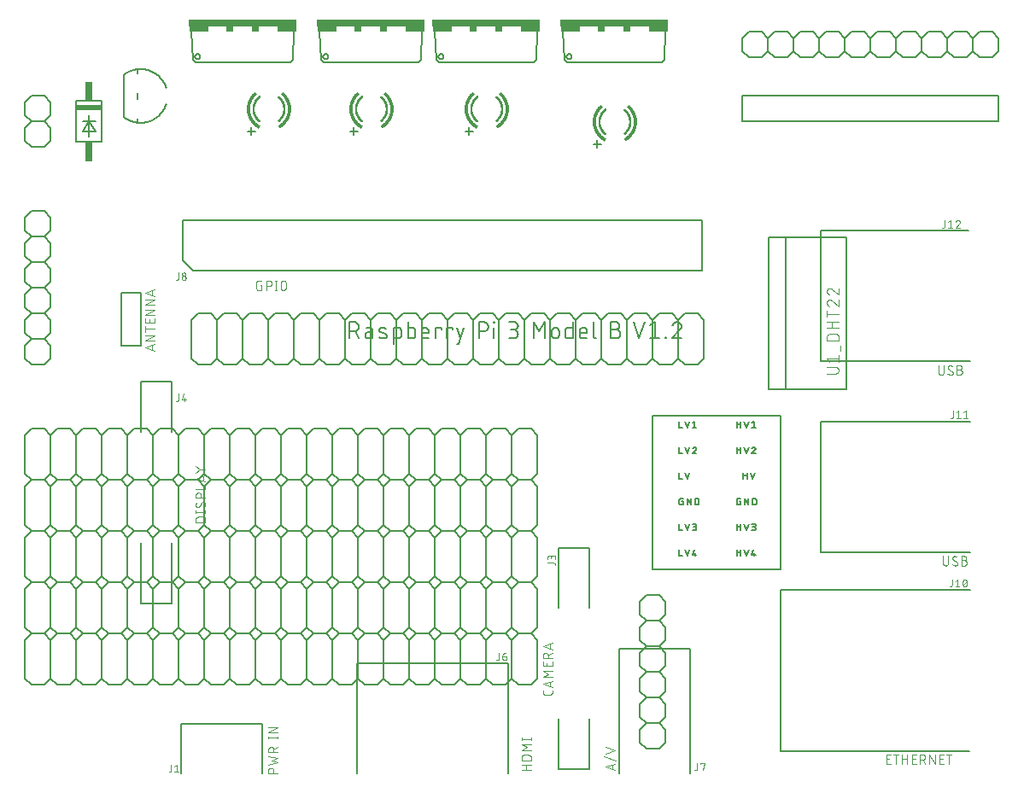
<source format=gto>
G75*
%MOIN*%
%OFA0B0*%
%FSLAX25Y25*%
%IPPOS*%
%LPD*%
%AMOC8*
5,1,8,0,0,1.08239X$1,22.5*
%
%ADD10C,0.00500*%
%ADD11C,0.00600*%
%ADD12R,0.10000X0.02000*%
%ADD13R,0.03000X0.07500*%
%ADD14C,0.00060*%
%ADD15C,0.00100*%
%ADD16C,0.00300*%
%ADD17R,0.42000X0.03000*%
%ADD18R,0.07500X0.02000*%
%ADD19R,0.03000X0.02000*%
%ADD20C,0.00400*%
D10*
X0071984Y0011486D02*
X0071984Y0030778D01*
X0103480Y0030778D01*
X0103480Y0011486D01*
X0140488Y0011486D02*
X0140488Y0054400D01*
X0199543Y0054400D01*
X0199543Y0011486D01*
X0219228Y0013061D02*
X0219228Y0032746D01*
X0231039Y0032746D02*
X0231039Y0013061D01*
X0219228Y0013061D01*
X0242850Y0011486D02*
X0242850Y0060305D01*
X0270409Y0060305D01*
X0270409Y0011486D01*
X0305843Y0020148D02*
X0305843Y0083140D01*
X0379858Y0083140D01*
X0379858Y0097707D02*
X0321591Y0097707D01*
X0321591Y0148888D01*
X0379858Y0148888D01*
X0379858Y0172510D02*
X0321591Y0172510D01*
X0321591Y0223691D01*
X0379071Y0223691D01*
X0331472Y0220817D02*
X0307850Y0220817D01*
X0307850Y0161368D01*
X0331472Y0161368D01*
X0331472Y0220817D01*
X0307850Y0220817D02*
X0301157Y0220817D01*
X0301157Y0161368D01*
X0307850Y0161368D01*
X0306000Y0151093D02*
X0306000Y0091093D01*
X0256000Y0091093D01*
X0256000Y0151093D01*
X0306000Y0151093D01*
X0275287Y0207950D02*
X0275287Y0227635D01*
X0072531Y0227635D01*
X0072531Y0211887D01*
X0076469Y0207950D01*
X0275287Y0207950D01*
X0234200Y0255893D02*
X0234200Y0258793D01*
X0232700Y0257293D02*
X0235800Y0257293D01*
X0222500Y0289093D02*
X0221500Y0290093D01*
X0221000Y0301593D01*
X0211000Y0301593D02*
X0210500Y0290093D01*
X0209500Y0289093D01*
X0172500Y0289093D01*
X0171500Y0290093D01*
X0171000Y0301593D01*
X0166000Y0301593D02*
X0165500Y0290093D01*
X0164500Y0289093D01*
X0127500Y0289093D01*
X0126500Y0290093D01*
X0126000Y0301593D01*
X0116000Y0301593D02*
X0115500Y0290093D01*
X0114500Y0289093D01*
X0077500Y0289093D01*
X0076500Y0290093D01*
X0076000Y0301593D01*
X0077300Y0291493D02*
X0077302Y0291556D01*
X0077308Y0291618D01*
X0077318Y0291680D01*
X0077331Y0291742D01*
X0077349Y0291802D01*
X0077370Y0291861D01*
X0077395Y0291919D01*
X0077424Y0291975D01*
X0077456Y0292029D01*
X0077491Y0292081D01*
X0077529Y0292130D01*
X0077571Y0292178D01*
X0077615Y0292222D01*
X0077663Y0292264D01*
X0077712Y0292302D01*
X0077764Y0292337D01*
X0077818Y0292369D01*
X0077874Y0292398D01*
X0077932Y0292423D01*
X0077991Y0292444D01*
X0078051Y0292462D01*
X0078113Y0292475D01*
X0078175Y0292485D01*
X0078237Y0292491D01*
X0078300Y0292493D01*
X0078363Y0292491D01*
X0078425Y0292485D01*
X0078487Y0292475D01*
X0078549Y0292462D01*
X0078609Y0292444D01*
X0078668Y0292423D01*
X0078726Y0292398D01*
X0078782Y0292369D01*
X0078836Y0292337D01*
X0078888Y0292302D01*
X0078937Y0292264D01*
X0078985Y0292222D01*
X0079029Y0292178D01*
X0079071Y0292130D01*
X0079109Y0292081D01*
X0079144Y0292029D01*
X0079176Y0291975D01*
X0079205Y0291919D01*
X0079230Y0291861D01*
X0079251Y0291802D01*
X0079269Y0291742D01*
X0079282Y0291680D01*
X0079292Y0291618D01*
X0079298Y0291556D01*
X0079300Y0291493D01*
X0079298Y0291430D01*
X0079292Y0291368D01*
X0079282Y0291306D01*
X0079269Y0291244D01*
X0079251Y0291184D01*
X0079230Y0291125D01*
X0079205Y0291067D01*
X0079176Y0291011D01*
X0079144Y0290957D01*
X0079109Y0290905D01*
X0079071Y0290856D01*
X0079029Y0290808D01*
X0078985Y0290764D01*
X0078937Y0290722D01*
X0078888Y0290684D01*
X0078836Y0290649D01*
X0078782Y0290617D01*
X0078726Y0290588D01*
X0078668Y0290563D01*
X0078609Y0290542D01*
X0078549Y0290524D01*
X0078487Y0290511D01*
X0078425Y0290501D01*
X0078363Y0290495D01*
X0078300Y0290493D01*
X0078237Y0290495D01*
X0078175Y0290501D01*
X0078113Y0290511D01*
X0078051Y0290524D01*
X0077991Y0290542D01*
X0077932Y0290563D01*
X0077874Y0290588D01*
X0077818Y0290617D01*
X0077764Y0290649D01*
X0077712Y0290684D01*
X0077663Y0290722D01*
X0077615Y0290764D01*
X0077571Y0290808D01*
X0077529Y0290856D01*
X0077491Y0290905D01*
X0077456Y0290957D01*
X0077424Y0291011D01*
X0077395Y0291067D01*
X0077370Y0291125D01*
X0077349Y0291184D01*
X0077331Y0291244D01*
X0077318Y0291306D01*
X0077308Y0291368D01*
X0077302Y0291430D01*
X0077300Y0291493D01*
X0066033Y0279189D02*
X0065955Y0279433D01*
X0065870Y0279675D01*
X0065780Y0279914D01*
X0065684Y0280152D01*
X0065582Y0280387D01*
X0065474Y0280620D01*
X0065361Y0280850D01*
X0065242Y0281077D01*
X0065118Y0281301D01*
X0064988Y0281522D01*
X0064853Y0281739D01*
X0064712Y0281954D01*
X0064566Y0282165D01*
X0064416Y0282372D01*
X0064260Y0282575D01*
X0064099Y0282775D01*
X0063934Y0282971D01*
X0063764Y0283162D01*
X0063589Y0283350D01*
X0063409Y0283533D01*
X0063226Y0283711D01*
X0063037Y0283886D01*
X0062845Y0284055D01*
X0062649Y0284220D01*
X0062448Y0284380D01*
X0062244Y0284534D01*
X0062036Y0284684D01*
X0061825Y0284829D01*
X0061610Y0284969D01*
X0061392Y0285103D01*
X0061170Y0285232D01*
X0060946Y0285355D01*
X0060718Y0285473D01*
X0060488Y0285586D01*
X0060255Y0285692D01*
X0060019Y0285793D01*
X0059781Y0285889D01*
X0059541Y0285978D01*
X0059299Y0286061D01*
X0059054Y0286139D01*
X0058808Y0286210D01*
X0058560Y0286276D01*
X0058311Y0286335D01*
X0058061Y0286389D01*
X0057809Y0286436D01*
X0057556Y0286477D01*
X0057302Y0286512D01*
X0057047Y0286541D01*
X0056792Y0286563D01*
X0056536Y0286579D01*
X0056280Y0286589D01*
X0056024Y0286593D01*
X0055767Y0286590D01*
X0055511Y0286582D01*
X0055255Y0286567D01*
X0055000Y0286545D01*
X0055000Y0284965D01*
X0049500Y0284339D02*
X0049500Y0267846D01*
X0055000Y0267220D02*
X0055000Y0265640D01*
X0055000Y0274965D02*
X0055000Y0277220D01*
X0049500Y0284339D02*
X0049699Y0284492D01*
X0049901Y0284640D01*
X0050106Y0284783D01*
X0050315Y0284921D01*
X0050527Y0285054D01*
X0050742Y0285182D01*
X0050960Y0285304D01*
X0051181Y0285422D01*
X0051405Y0285534D01*
X0051631Y0285641D01*
X0051860Y0285742D01*
X0052091Y0285838D01*
X0052325Y0285929D01*
X0052560Y0286014D01*
X0052798Y0286093D01*
X0053037Y0286166D01*
X0053278Y0286234D01*
X0053520Y0286296D01*
X0053764Y0286352D01*
X0054010Y0286403D01*
X0054256Y0286447D01*
X0054503Y0286486D01*
X0054751Y0286518D01*
X0055000Y0286545D01*
X0066033Y0272996D02*
X0065955Y0272754D01*
X0065871Y0272514D01*
X0065782Y0272276D01*
X0065687Y0272040D01*
X0065585Y0271806D01*
X0065479Y0271575D01*
X0065366Y0271347D01*
X0065249Y0271121D01*
X0065126Y0270898D01*
X0064997Y0270679D01*
X0064863Y0270462D01*
X0064724Y0270249D01*
X0064580Y0270039D01*
X0064431Y0269833D01*
X0064277Y0269631D01*
X0064118Y0269432D01*
X0063954Y0269237D01*
X0063785Y0269046D01*
X0063612Y0268860D01*
X0063435Y0268677D01*
X0063253Y0268499D01*
X0063067Y0268326D01*
X0062876Y0268157D01*
X0062682Y0267993D01*
X0062484Y0267833D01*
X0062282Y0267678D01*
X0062076Y0267529D01*
X0061867Y0267384D01*
X0061654Y0267244D01*
X0061438Y0267110D01*
X0061218Y0266981D01*
X0060996Y0266857D01*
X0060771Y0266738D01*
X0060543Y0266626D01*
X0060312Y0266518D01*
X0060079Y0266417D01*
X0059843Y0266321D01*
X0059605Y0266230D01*
X0059365Y0266146D01*
X0059123Y0266067D01*
X0058879Y0265994D01*
X0058633Y0265928D01*
X0058386Y0265867D01*
X0058138Y0265812D01*
X0057888Y0265763D01*
X0057637Y0265720D01*
X0057385Y0265684D01*
X0057133Y0265653D01*
X0056879Y0265629D01*
X0056626Y0265611D01*
X0056371Y0265599D01*
X0056117Y0265593D01*
X0055862Y0265593D01*
X0055608Y0265599D01*
X0055354Y0265612D01*
X0055100Y0265631D01*
X0054847Y0265656D01*
X0054594Y0265687D01*
X0054342Y0265724D01*
X0054092Y0265767D01*
X0053842Y0265816D01*
X0053593Y0265872D01*
X0053346Y0265933D01*
X0053101Y0266000D01*
X0052857Y0266073D01*
X0052615Y0266152D01*
X0052376Y0266237D01*
X0052138Y0266328D01*
X0051902Y0266425D01*
X0051669Y0266527D01*
X0051439Y0266635D01*
X0051211Y0266748D01*
X0050986Y0266867D01*
X0050764Y0266991D01*
X0050545Y0267121D01*
X0050329Y0267255D01*
X0050116Y0267395D01*
X0049907Y0267541D01*
X0049702Y0267691D01*
X0049500Y0267846D01*
X0097700Y0262293D02*
X0100800Y0262293D01*
X0099200Y0260893D02*
X0099200Y0263793D01*
X0127300Y0291493D02*
X0127302Y0291556D01*
X0127308Y0291618D01*
X0127318Y0291680D01*
X0127331Y0291742D01*
X0127349Y0291802D01*
X0127370Y0291861D01*
X0127395Y0291919D01*
X0127424Y0291975D01*
X0127456Y0292029D01*
X0127491Y0292081D01*
X0127529Y0292130D01*
X0127571Y0292178D01*
X0127615Y0292222D01*
X0127663Y0292264D01*
X0127712Y0292302D01*
X0127764Y0292337D01*
X0127818Y0292369D01*
X0127874Y0292398D01*
X0127932Y0292423D01*
X0127991Y0292444D01*
X0128051Y0292462D01*
X0128113Y0292475D01*
X0128175Y0292485D01*
X0128237Y0292491D01*
X0128300Y0292493D01*
X0128363Y0292491D01*
X0128425Y0292485D01*
X0128487Y0292475D01*
X0128549Y0292462D01*
X0128609Y0292444D01*
X0128668Y0292423D01*
X0128726Y0292398D01*
X0128782Y0292369D01*
X0128836Y0292337D01*
X0128888Y0292302D01*
X0128937Y0292264D01*
X0128985Y0292222D01*
X0129029Y0292178D01*
X0129071Y0292130D01*
X0129109Y0292081D01*
X0129144Y0292029D01*
X0129176Y0291975D01*
X0129205Y0291919D01*
X0129230Y0291861D01*
X0129251Y0291802D01*
X0129269Y0291742D01*
X0129282Y0291680D01*
X0129292Y0291618D01*
X0129298Y0291556D01*
X0129300Y0291493D01*
X0129298Y0291430D01*
X0129292Y0291368D01*
X0129282Y0291306D01*
X0129269Y0291244D01*
X0129251Y0291184D01*
X0129230Y0291125D01*
X0129205Y0291067D01*
X0129176Y0291011D01*
X0129144Y0290957D01*
X0129109Y0290905D01*
X0129071Y0290856D01*
X0129029Y0290808D01*
X0128985Y0290764D01*
X0128937Y0290722D01*
X0128888Y0290684D01*
X0128836Y0290649D01*
X0128782Y0290617D01*
X0128726Y0290588D01*
X0128668Y0290563D01*
X0128609Y0290542D01*
X0128549Y0290524D01*
X0128487Y0290511D01*
X0128425Y0290501D01*
X0128363Y0290495D01*
X0128300Y0290493D01*
X0128237Y0290495D01*
X0128175Y0290501D01*
X0128113Y0290511D01*
X0128051Y0290524D01*
X0127991Y0290542D01*
X0127932Y0290563D01*
X0127874Y0290588D01*
X0127818Y0290617D01*
X0127764Y0290649D01*
X0127712Y0290684D01*
X0127663Y0290722D01*
X0127615Y0290764D01*
X0127571Y0290808D01*
X0127529Y0290856D01*
X0127491Y0290905D01*
X0127456Y0290957D01*
X0127424Y0291011D01*
X0127395Y0291067D01*
X0127370Y0291125D01*
X0127349Y0291184D01*
X0127331Y0291244D01*
X0127318Y0291306D01*
X0127308Y0291368D01*
X0127302Y0291430D01*
X0127300Y0291493D01*
X0139200Y0263793D02*
X0139200Y0260893D01*
X0137700Y0262293D02*
X0140800Y0262293D01*
X0172300Y0291493D02*
X0172302Y0291556D01*
X0172308Y0291618D01*
X0172318Y0291680D01*
X0172331Y0291742D01*
X0172349Y0291802D01*
X0172370Y0291861D01*
X0172395Y0291919D01*
X0172424Y0291975D01*
X0172456Y0292029D01*
X0172491Y0292081D01*
X0172529Y0292130D01*
X0172571Y0292178D01*
X0172615Y0292222D01*
X0172663Y0292264D01*
X0172712Y0292302D01*
X0172764Y0292337D01*
X0172818Y0292369D01*
X0172874Y0292398D01*
X0172932Y0292423D01*
X0172991Y0292444D01*
X0173051Y0292462D01*
X0173113Y0292475D01*
X0173175Y0292485D01*
X0173237Y0292491D01*
X0173300Y0292493D01*
X0173363Y0292491D01*
X0173425Y0292485D01*
X0173487Y0292475D01*
X0173549Y0292462D01*
X0173609Y0292444D01*
X0173668Y0292423D01*
X0173726Y0292398D01*
X0173782Y0292369D01*
X0173836Y0292337D01*
X0173888Y0292302D01*
X0173937Y0292264D01*
X0173985Y0292222D01*
X0174029Y0292178D01*
X0174071Y0292130D01*
X0174109Y0292081D01*
X0174144Y0292029D01*
X0174176Y0291975D01*
X0174205Y0291919D01*
X0174230Y0291861D01*
X0174251Y0291802D01*
X0174269Y0291742D01*
X0174282Y0291680D01*
X0174292Y0291618D01*
X0174298Y0291556D01*
X0174300Y0291493D01*
X0174298Y0291430D01*
X0174292Y0291368D01*
X0174282Y0291306D01*
X0174269Y0291244D01*
X0174251Y0291184D01*
X0174230Y0291125D01*
X0174205Y0291067D01*
X0174176Y0291011D01*
X0174144Y0290957D01*
X0174109Y0290905D01*
X0174071Y0290856D01*
X0174029Y0290808D01*
X0173985Y0290764D01*
X0173937Y0290722D01*
X0173888Y0290684D01*
X0173836Y0290649D01*
X0173782Y0290617D01*
X0173726Y0290588D01*
X0173668Y0290563D01*
X0173609Y0290542D01*
X0173549Y0290524D01*
X0173487Y0290511D01*
X0173425Y0290501D01*
X0173363Y0290495D01*
X0173300Y0290493D01*
X0173237Y0290495D01*
X0173175Y0290501D01*
X0173113Y0290511D01*
X0173051Y0290524D01*
X0172991Y0290542D01*
X0172932Y0290563D01*
X0172874Y0290588D01*
X0172818Y0290617D01*
X0172764Y0290649D01*
X0172712Y0290684D01*
X0172663Y0290722D01*
X0172615Y0290764D01*
X0172571Y0290808D01*
X0172529Y0290856D01*
X0172491Y0290905D01*
X0172456Y0290957D01*
X0172424Y0291011D01*
X0172395Y0291067D01*
X0172370Y0291125D01*
X0172349Y0291184D01*
X0172331Y0291244D01*
X0172318Y0291306D01*
X0172308Y0291368D01*
X0172302Y0291430D01*
X0172300Y0291493D01*
X0184200Y0263793D02*
X0184200Y0260893D01*
X0182700Y0262293D02*
X0185800Y0262293D01*
X0222500Y0289093D02*
X0259500Y0289093D01*
X0260500Y0290093D01*
X0261000Y0301593D01*
X0291000Y0276093D02*
X0391000Y0276093D01*
X0391000Y0266093D01*
X0291000Y0266093D01*
X0291000Y0276093D01*
X0222300Y0291493D02*
X0222302Y0291556D01*
X0222308Y0291618D01*
X0222318Y0291680D01*
X0222331Y0291742D01*
X0222349Y0291802D01*
X0222370Y0291861D01*
X0222395Y0291919D01*
X0222424Y0291975D01*
X0222456Y0292029D01*
X0222491Y0292081D01*
X0222529Y0292130D01*
X0222571Y0292178D01*
X0222615Y0292222D01*
X0222663Y0292264D01*
X0222712Y0292302D01*
X0222764Y0292337D01*
X0222818Y0292369D01*
X0222874Y0292398D01*
X0222932Y0292423D01*
X0222991Y0292444D01*
X0223051Y0292462D01*
X0223113Y0292475D01*
X0223175Y0292485D01*
X0223237Y0292491D01*
X0223300Y0292493D01*
X0223363Y0292491D01*
X0223425Y0292485D01*
X0223487Y0292475D01*
X0223549Y0292462D01*
X0223609Y0292444D01*
X0223668Y0292423D01*
X0223726Y0292398D01*
X0223782Y0292369D01*
X0223836Y0292337D01*
X0223888Y0292302D01*
X0223937Y0292264D01*
X0223985Y0292222D01*
X0224029Y0292178D01*
X0224071Y0292130D01*
X0224109Y0292081D01*
X0224144Y0292029D01*
X0224176Y0291975D01*
X0224205Y0291919D01*
X0224230Y0291861D01*
X0224251Y0291802D01*
X0224269Y0291742D01*
X0224282Y0291680D01*
X0224292Y0291618D01*
X0224298Y0291556D01*
X0224300Y0291493D01*
X0224298Y0291430D01*
X0224292Y0291368D01*
X0224282Y0291306D01*
X0224269Y0291244D01*
X0224251Y0291184D01*
X0224230Y0291125D01*
X0224205Y0291067D01*
X0224176Y0291011D01*
X0224144Y0290957D01*
X0224109Y0290905D01*
X0224071Y0290856D01*
X0224029Y0290808D01*
X0223985Y0290764D01*
X0223937Y0290722D01*
X0223888Y0290684D01*
X0223836Y0290649D01*
X0223782Y0290617D01*
X0223726Y0290588D01*
X0223668Y0290563D01*
X0223609Y0290542D01*
X0223549Y0290524D01*
X0223487Y0290511D01*
X0223425Y0290501D01*
X0223363Y0290495D01*
X0223300Y0290493D01*
X0223237Y0290495D01*
X0223175Y0290501D01*
X0223113Y0290511D01*
X0223051Y0290524D01*
X0222991Y0290542D01*
X0222932Y0290563D01*
X0222874Y0290588D01*
X0222818Y0290617D01*
X0222764Y0290649D01*
X0222712Y0290684D01*
X0222663Y0290722D01*
X0222615Y0290764D01*
X0222571Y0290808D01*
X0222529Y0290856D01*
X0222491Y0290905D01*
X0222456Y0290957D01*
X0222424Y0291011D01*
X0222395Y0291067D01*
X0222370Y0291125D01*
X0222349Y0291184D01*
X0222331Y0291244D01*
X0222318Y0291306D01*
X0222308Y0291368D01*
X0222302Y0291430D01*
X0222300Y0291493D01*
X0068047Y0164636D02*
X0068047Y0144951D01*
X0056236Y0144951D02*
X0056236Y0164636D01*
X0068047Y0164636D01*
X0056236Y0178415D02*
X0048362Y0178415D01*
X0048362Y0199085D01*
X0056236Y0199085D01*
X0056236Y0178415D01*
X0056236Y0101644D02*
X0056236Y0078022D01*
X0068047Y0078022D01*
X0068047Y0101644D01*
X0219228Y0099675D02*
X0219228Y0076053D01*
X0231039Y0076053D02*
X0231039Y0099675D01*
X0219228Y0099675D01*
X0305843Y0020148D02*
X0379465Y0020148D01*
D11*
X0018500Y0046093D02*
X0013500Y0046093D01*
X0011000Y0048593D01*
X0011000Y0063593D01*
X0013500Y0066093D01*
X0018500Y0066093D01*
X0021000Y0063593D01*
X0021000Y0048593D01*
X0023500Y0046093D01*
X0028500Y0046093D01*
X0031000Y0048593D01*
X0031000Y0063593D01*
X0033500Y0066093D01*
X0038500Y0066093D01*
X0041000Y0063593D01*
X0041000Y0048593D01*
X0043500Y0046093D01*
X0048500Y0046093D01*
X0051000Y0048593D01*
X0051000Y0063593D01*
X0053500Y0066093D01*
X0058500Y0066093D01*
X0061000Y0063593D01*
X0061000Y0048593D01*
X0063500Y0046093D01*
X0068500Y0046093D01*
X0071000Y0048593D01*
X0071000Y0063593D01*
X0073500Y0066093D01*
X0078500Y0066093D01*
X0081000Y0063593D01*
X0081000Y0048593D01*
X0078500Y0046093D01*
X0073500Y0046093D01*
X0071000Y0048593D01*
X0061000Y0048593D02*
X0058500Y0046093D01*
X0053500Y0046093D01*
X0051000Y0048593D01*
X0041000Y0048593D02*
X0038500Y0046093D01*
X0033500Y0046093D01*
X0031000Y0048593D01*
X0021000Y0048593D02*
X0018500Y0046093D01*
X0021000Y0063593D02*
X0023500Y0066093D01*
X0028500Y0066093D01*
X0031000Y0063593D01*
X0028500Y0066093D02*
X0031000Y0068593D01*
X0031000Y0083593D01*
X0033500Y0086093D01*
X0038500Y0086093D01*
X0041000Y0083593D01*
X0041000Y0068593D01*
X0043500Y0066093D01*
X0048500Y0066093D01*
X0051000Y0063593D01*
X0048500Y0066093D02*
X0051000Y0068593D01*
X0051000Y0083593D01*
X0053500Y0086093D01*
X0058500Y0086093D01*
X0061000Y0083593D01*
X0061000Y0068593D01*
X0063500Y0066093D01*
X0068500Y0066093D01*
X0071000Y0063593D01*
X0068500Y0066093D02*
X0071000Y0068593D01*
X0071000Y0083593D01*
X0073500Y0086093D01*
X0078500Y0086093D01*
X0081000Y0083593D01*
X0081000Y0068593D01*
X0078500Y0066093D01*
X0073500Y0066093D01*
X0071000Y0068593D01*
X0068500Y0066093D02*
X0063500Y0066093D01*
X0061000Y0063593D01*
X0058500Y0066093D02*
X0061000Y0068593D01*
X0058500Y0066093D02*
X0053500Y0066093D01*
X0051000Y0068593D01*
X0048500Y0066093D02*
X0043500Y0066093D01*
X0041000Y0063593D01*
X0038500Y0066093D02*
X0041000Y0068593D01*
X0038500Y0066093D02*
X0033500Y0066093D01*
X0031000Y0068593D01*
X0028500Y0066093D02*
X0023500Y0066093D01*
X0021000Y0068593D01*
X0021000Y0083593D01*
X0023500Y0086093D01*
X0028500Y0086093D01*
X0031000Y0083593D01*
X0033500Y0086093D02*
X0031000Y0088593D01*
X0031000Y0103593D01*
X0033500Y0106093D01*
X0038500Y0106093D01*
X0041000Y0103593D01*
X0041000Y0088593D01*
X0043500Y0086093D01*
X0048500Y0086093D01*
X0051000Y0083593D01*
X0053500Y0086093D02*
X0051000Y0088593D01*
X0051000Y0103593D01*
X0053500Y0106093D01*
X0058500Y0106093D01*
X0061000Y0103593D01*
X0061000Y0088593D01*
X0063500Y0086093D01*
X0068500Y0086093D01*
X0071000Y0083593D01*
X0068500Y0086093D02*
X0063500Y0086093D01*
X0061000Y0083593D01*
X0058500Y0086093D02*
X0061000Y0088593D01*
X0058500Y0086093D02*
X0053500Y0086093D01*
X0051000Y0088593D02*
X0048500Y0086093D01*
X0043500Y0086093D01*
X0041000Y0083593D01*
X0038500Y0086093D02*
X0041000Y0088593D01*
X0038500Y0086093D02*
X0033500Y0086093D01*
X0031000Y0088593D02*
X0028500Y0086093D01*
X0023500Y0086093D01*
X0021000Y0088593D01*
X0021000Y0103593D01*
X0023500Y0106093D01*
X0028500Y0106093D01*
X0031000Y0103593D01*
X0028500Y0106093D02*
X0031000Y0108593D01*
X0031000Y0123593D01*
X0033500Y0126093D01*
X0038500Y0126093D01*
X0041000Y0123593D01*
X0041000Y0108593D01*
X0043500Y0106093D01*
X0048500Y0106093D01*
X0051000Y0103593D01*
X0048500Y0106093D02*
X0051000Y0108593D01*
X0051000Y0123593D01*
X0053500Y0126093D01*
X0058500Y0126093D01*
X0061000Y0123593D01*
X0061000Y0108593D01*
X0063500Y0106093D01*
X0068500Y0106093D01*
X0071000Y0103593D01*
X0071000Y0088593D01*
X0073500Y0086093D01*
X0078500Y0086093D01*
X0081000Y0088593D01*
X0081000Y0103593D01*
X0083500Y0106093D01*
X0088500Y0106093D01*
X0091000Y0103593D01*
X0091000Y0088593D01*
X0088500Y0086093D01*
X0091000Y0083593D01*
X0091000Y0068593D01*
X0088500Y0066093D01*
X0091000Y0063593D01*
X0091000Y0048593D01*
X0088500Y0046093D01*
X0083500Y0046093D01*
X0081000Y0048593D01*
X0091000Y0048593D02*
X0093500Y0046093D01*
X0098500Y0046093D01*
X0101000Y0048593D01*
X0101000Y0063593D01*
X0103500Y0066093D01*
X0108500Y0066093D01*
X0111000Y0063593D01*
X0111000Y0048593D01*
X0108500Y0046093D01*
X0103500Y0046093D01*
X0101000Y0048593D01*
X0111000Y0048593D02*
X0113500Y0046093D01*
X0118500Y0046093D01*
X0121000Y0048593D01*
X0121000Y0063593D01*
X0123500Y0066093D01*
X0128500Y0066093D01*
X0131000Y0063593D01*
X0131000Y0048593D01*
X0128500Y0046093D01*
X0123500Y0046093D01*
X0121000Y0048593D01*
X0131000Y0048593D02*
X0133500Y0046093D01*
X0138500Y0046093D01*
X0141000Y0048593D01*
X0141000Y0063593D01*
X0143500Y0066093D01*
X0148500Y0066093D01*
X0151000Y0063593D01*
X0151000Y0048593D01*
X0148500Y0046093D01*
X0143500Y0046093D01*
X0141000Y0048593D01*
X0151000Y0048593D02*
X0153500Y0046093D01*
X0158500Y0046093D01*
X0161000Y0048593D01*
X0161000Y0063593D01*
X0163500Y0066093D01*
X0168500Y0066093D01*
X0171000Y0063593D01*
X0171000Y0048593D01*
X0168500Y0046093D01*
X0163500Y0046093D01*
X0161000Y0048593D01*
X0171000Y0048593D02*
X0173500Y0046093D01*
X0178500Y0046093D01*
X0181000Y0048593D01*
X0181000Y0063593D01*
X0183500Y0066093D01*
X0188500Y0066093D01*
X0191000Y0063593D01*
X0191000Y0048593D01*
X0188500Y0046093D01*
X0183500Y0046093D01*
X0181000Y0048593D01*
X0191000Y0048593D02*
X0193500Y0046093D01*
X0198500Y0046093D01*
X0201000Y0048593D01*
X0203500Y0046093D01*
X0208500Y0046093D01*
X0211000Y0048593D01*
X0211000Y0063593D01*
X0208500Y0066093D01*
X0203500Y0066093D01*
X0201000Y0063593D01*
X0201000Y0048593D01*
X0201000Y0063593D02*
X0198500Y0066093D01*
X0193500Y0066093D01*
X0191000Y0063593D01*
X0193500Y0066093D02*
X0191000Y0068593D01*
X0191000Y0083593D01*
X0193500Y0086093D01*
X0198500Y0086093D01*
X0201000Y0083593D01*
X0203500Y0086093D01*
X0208500Y0086093D01*
X0211000Y0083593D01*
X0211000Y0068593D01*
X0208500Y0066093D01*
X0203500Y0066093D01*
X0201000Y0068593D01*
X0201000Y0083593D01*
X0203500Y0086093D02*
X0201000Y0088593D01*
X0201000Y0103593D01*
X0203500Y0106093D01*
X0208500Y0106093D01*
X0211000Y0103593D01*
X0211000Y0088593D01*
X0208500Y0086093D01*
X0203500Y0086093D01*
X0201000Y0088593D02*
X0198500Y0086093D01*
X0193500Y0086093D01*
X0191000Y0088593D01*
X0191000Y0103593D01*
X0193500Y0106093D01*
X0198500Y0106093D01*
X0201000Y0103593D01*
X0198500Y0106093D02*
X0193500Y0106093D01*
X0191000Y0108593D01*
X0191000Y0123593D01*
X0193500Y0126093D01*
X0198500Y0126093D01*
X0201000Y0123593D01*
X0203500Y0126093D01*
X0208500Y0126093D01*
X0211000Y0123593D01*
X0211000Y0108593D01*
X0208500Y0106093D01*
X0203500Y0106093D01*
X0201000Y0108593D01*
X0201000Y0123593D01*
X0198500Y0126093D02*
X0193500Y0126093D01*
X0191000Y0128593D01*
X0191000Y0143593D01*
X0193500Y0146093D01*
X0198500Y0146093D01*
X0201000Y0143593D01*
X0203500Y0146093D01*
X0208500Y0146093D01*
X0211000Y0143593D01*
X0211000Y0128593D01*
X0208500Y0126093D01*
X0203500Y0126093D01*
X0201000Y0128593D01*
X0201000Y0143593D01*
X0191000Y0143593D02*
X0188500Y0146093D01*
X0183500Y0146093D01*
X0181000Y0143593D01*
X0181000Y0128593D01*
X0178500Y0126093D01*
X0181000Y0123593D01*
X0181000Y0108593D01*
X0178500Y0106093D01*
X0181000Y0103593D01*
X0181000Y0088593D01*
X0178500Y0086093D01*
X0181000Y0083593D01*
X0181000Y0068593D01*
X0178500Y0066093D01*
X0181000Y0063593D01*
X0178500Y0066093D02*
X0173500Y0066093D01*
X0171000Y0063593D01*
X0173500Y0066093D02*
X0171000Y0068593D01*
X0171000Y0083593D01*
X0173500Y0086093D01*
X0178500Y0086093D01*
X0173500Y0086093D01*
X0171000Y0088593D01*
X0171000Y0103593D01*
X0173500Y0106093D01*
X0178500Y0106093D01*
X0173500Y0106093D01*
X0171000Y0108593D01*
X0171000Y0123593D01*
X0173500Y0126093D01*
X0178500Y0126093D01*
X0173500Y0126093D01*
X0171000Y0128593D01*
X0171000Y0143593D01*
X0173500Y0146093D01*
X0178500Y0146093D01*
X0181000Y0143593D01*
X0171000Y0143593D02*
X0168500Y0146093D01*
X0163500Y0146093D01*
X0161000Y0143593D01*
X0161000Y0128593D01*
X0158500Y0126093D01*
X0161000Y0123593D01*
X0161000Y0108593D01*
X0158500Y0106093D01*
X0161000Y0103593D01*
X0161000Y0088593D01*
X0158500Y0086093D01*
X0161000Y0083593D01*
X0161000Y0068593D01*
X0158500Y0066093D01*
X0161000Y0063593D01*
X0158500Y0066093D02*
X0153500Y0066093D01*
X0151000Y0063593D01*
X0153500Y0066093D02*
X0151000Y0068593D01*
X0151000Y0083593D01*
X0153500Y0086093D01*
X0158500Y0086093D01*
X0153500Y0086093D01*
X0151000Y0088593D01*
X0151000Y0103593D01*
X0153500Y0106093D01*
X0158500Y0106093D01*
X0153500Y0106093D01*
X0151000Y0108593D01*
X0151000Y0123593D01*
X0153500Y0126093D01*
X0158500Y0126093D01*
X0153500Y0126093D01*
X0151000Y0128593D01*
X0151000Y0143593D01*
X0153500Y0146093D01*
X0158500Y0146093D01*
X0161000Y0143593D01*
X0151000Y0143593D02*
X0148500Y0146093D01*
X0143500Y0146093D01*
X0141000Y0143593D01*
X0141000Y0128593D01*
X0138500Y0126093D01*
X0141000Y0123593D01*
X0141000Y0108593D01*
X0138500Y0106093D01*
X0141000Y0103593D01*
X0141000Y0088593D01*
X0138500Y0086093D01*
X0141000Y0083593D01*
X0141000Y0068593D01*
X0138500Y0066093D01*
X0141000Y0063593D01*
X0138500Y0066093D02*
X0133500Y0066093D01*
X0131000Y0063593D01*
X0133500Y0066093D02*
X0131000Y0068593D01*
X0131000Y0083593D01*
X0133500Y0086093D01*
X0138500Y0086093D01*
X0133500Y0086093D01*
X0131000Y0088593D01*
X0131000Y0103593D01*
X0133500Y0106093D01*
X0138500Y0106093D01*
X0133500Y0106093D01*
X0131000Y0108593D01*
X0131000Y0123593D01*
X0133500Y0126093D01*
X0138500Y0126093D01*
X0133500Y0126093D01*
X0131000Y0128593D01*
X0131000Y0143593D01*
X0133500Y0146093D01*
X0138500Y0146093D01*
X0141000Y0143593D01*
X0131000Y0143593D02*
X0128500Y0146093D01*
X0123500Y0146093D01*
X0121000Y0143593D01*
X0121000Y0128593D01*
X0118500Y0126093D01*
X0121000Y0123593D01*
X0121000Y0108593D01*
X0118500Y0106093D01*
X0121000Y0103593D01*
X0121000Y0088593D01*
X0118500Y0086093D01*
X0121000Y0083593D01*
X0121000Y0068593D01*
X0118500Y0066093D01*
X0121000Y0063593D01*
X0123500Y0066093D02*
X0121000Y0068593D01*
X0118500Y0066093D02*
X0113500Y0066093D01*
X0111000Y0063593D01*
X0113500Y0066093D02*
X0111000Y0068593D01*
X0111000Y0083593D01*
X0113500Y0086093D01*
X0118500Y0086093D01*
X0113500Y0086093D01*
X0111000Y0088593D01*
X0111000Y0103593D01*
X0113500Y0106093D01*
X0118500Y0106093D01*
X0113500Y0106093D01*
X0111000Y0108593D01*
X0111000Y0123593D01*
X0113500Y0126093D01*
X0118500Y0126093D01*
X0113500Y0126093D01*
X0111000Y0128593D01*
X0111000Y0143593D01*
X0113500Y0146093D01*
X0118500Y0146093D01*
X0121000Y0143593D01*
X0111000Y0143593D02*
X0108500Y0146093D01*
X0103500Y0146093D01*
X0101000Y0143593D01*
X0101000Y0128593D01*
X0098500Y0126093D01*
X0101000Y0123593D01*
X0101000Y0108593D01*
X0098500Y0106093D01*
X0101000Y0103593D01*
X0101000Y0088593D01*
X0098500Y0086093D01*
X0101000Y0083593D01*
X0101000Y0068593D01*
X0098500Y0066093D01*
X0101000Y0063593D01*
X0103500Y0066093D02*
X0101000Y0068593D01*
X0098500Y0066093D02*
X0093500Y0066093D01*
X0091000Y0063593D01*
X0088500Y0066093D02*
X0083500Y0066093D01*
X0081000Y0063593D01*
X0083500Y0066093D02*
X0081000Y0068593D01*
X0083500Y0066093D02*
X0088500Y0066093D01*
X0091000Y0068593D02*
X0093500Y0066093D01*
X0098500Y0066093D01*
X0103500Y0066093D02*
X0108500Y0066093D01*
X0111000Y0068593D01*
X0113500Y0066093D02*
X0118500Y0066093D01*
X0123500Y0066093D02*
X0128500Y0066093D01*
X0131000Y0068593D01*
X0133500Y0066093D02*
X0138500Y0066093D01*
X0141000Y0068593D02*
X0143500Y0066093D01*
X0148500Y0066093D01*
X0151000Y0068593D01*
X0153500Y0066093D02*
X0158500Y0066093D01*
X0161000Y0068593D02*
X0163500Y0066093D01*
X0168500Y0066093D01*
X0171000Y0068593D01*
X0173500Y0066093D02*
X0178500Y0066093D01*
X0181000Y0068593D02*
X0183500Y0066093D01*
X0188500Y0066093D01*
X0191000Y0068593D01*
X0193500Y0066093D02*
X0198500Y0066093D01*
X0201000Y0068593D01*
X0191000Y0083593D02*
X0188500Y0086093D01*
X0183500Y0086093D01*
X0181000Y0083593D01*
X0183500Y0086093D02*
X0181000Y0088593D01*
X0183500Y0086093D02*
X0188500Y0086093D01*
X0191000Y0088593D01*
X0191000Y0103593D02*
X0188500Y0106093D01*
X0183500Y0106093D01*
X0181000Y0103593D01*
X0183500Y0106093D02*
X0181000Y0108593D01*
X0183500Y0106093D02*
X0188500Y0106093D01*
X0191000Y0108593D01*
X0198500Y0106093D02*
X0201000Y0108593D01*
X0191000Y0123593D02*
X0188500Y0126093D01*
X0183500Y0126093D01*
X0181000Y0123593D01*
X0183500Y0126093D02*
X0181000Y0128593D01*
X0183500Y0126093D02*
X0188500Y0126093D01*
X0191000Y0128593D01*
X0198500Y0126093D02*
X0201000Y0128593D01*
X0171000Y0128593D02*
X0168500Y0126093D01*
X0171000Y0123593D01*
X0168500Y0126093D02*
X0163500Y0126093D01*
X0161000Y0123593D01*
X0163500Y0126093D02*
X0161000Y0128593D01*
X0163500Y0126093D02*
X0168500Y0126093D01*
X0151000Y0128593D02*
X0148500Y0126093D01*
X0151000Y0123593D01*
X0148500Y0126093D02*
X0143500Y0126093D01*
X0141000Y0123593D01*
X0143500Y0126093D02*
X0141000Y0128593D01*
X0143500Y0126093D02*
X0148500Y0126093D01*
X0131000Y0128593D02*
X0128500Y0126093D01*
X0131000Y0123593D01*
X0128500Y0126093D02*
X0123500Y0126093D01*
X0121000Y0123593D01*
X0123500Y0126093D02*
X0121000Y0128593D01*
X0123500Y0126093D02*
X0128500Y0126093D01*
X0111000Y0128593D02*
X0108500Y0126093D01*
X0111000Y0123593D01*
X0108500Y0126093D02*
X0103500Y0126093D01*
X0101000Y0123593D01*
X0098500Y0126093D02*
X0093500Y0126093D01*
X0091000Y0123593D01*
X0091000Y0108593D01*
X0088500Y0106093D01*
X0083500Y0106093D01*
X0081000Y0108593D01*
X0081000Y0123593D01*
X0083500Y0126093D01*
X0088500Y0126093D01*
X0091000Y0123593D01*
X0088500Y0126093D02*
X0083500Y0126093D01*
X0081000Y0128593D01*
X0081000Y0143593D01*
X0083500Y0146093D01*
X0088500Y0146093D01*
X0091000Y0143593D01*
X0091000Y0128593D01*
X0088500Y0126093D01*
X0091000Y0128593D02*
X0093500Y0126093D01*
X0098500Y0126093D01*
X0101000Y0128593D02*
X0103500Y0126093D01*
X0108500Y0126093D01*
X0111000Y0108593D02*
X0108500Y0106093D01*
X0111000Y0103593D01*
X0108500Y0106093D02*
X0103500Y0106093D01*
X0101000Y0103593D01*
X0098500Y0106093D02*
X0093500Y0106093D01*
X0091000Y0103593D01*
X0093500Y0106093D02*
X0091000Y0108593D01*
X0093500Y0106093D02*
X0098500Y0106093D01*
X0101000Y0108593D02*
X0103500Y0106093D01*
X0108500Y0106093D01*
X0121000Y0108593D02*
X0123500Y0106093D01*
X0128500Y0106093D01*
X0131000Y0103593D01*
X0128500Y0106093D02*
X0123500Y0106093D01*
X0121000Y0103593D01*
X0128500Y0106093D02*
X0131000Y0108593D01*
X0141000Y0108593D02*
X0143500Y0106093D01*
X0148500Y0106093D01*
X0151000Y0103593D01*
X0148500Y0106093D02*
X0143500Y0106093D01*
X0141000Y0103593D01*
X0148500Y0106093D02*
X0151000Y0108593D01*
X0161000Y0108593D02*
X0163500Y0106093D01*
X0168500Y0106093D01*
X0171000Y0103593D01*
X0168500Y0106093D02*
X0163500Y0106093D01*
X0161000Y0103593D01*
X0168500Y0106093D02*
X0171000Y0108593D01*
X0171000Y0088593D02*
X0168500Y0086093D01*
X0171000Y0083593D01*
X0168500Y0086093D02*
X0163500Y0086093D01*
X0161000Y0083593D01*
X0163500Y0086093D02*
X0161000Y0088593D01*
X0163500Y0086093D02*
X0168500Y0086093D01*
X0151000Y0088593D02*
X0148500Y0086093D01*
X0151000Y0083593D01*
X0148500Y0086093D02*
X0143500Y0086093D01*
X0141000Y0083593D01*
X0143500Y0086093D02*
X0141000Y0088593D01*
X0143500Y0086093D02*
X0148500Y0086093D01*
X0131000Y0088593D02*
X0128500Y0086093D01*
X0131000Y0083593D01*
X0128500Y0086093D02*
X0123500Y0086093D01*
X0121000Y0083593D01*
X0123500Y0086093D02*
X0121000Y0088593D01*
X0123500Y0086093D02*
X0128500Y0086093D01*
X0111000Y0088593D02*
X0108500Y0086093D01*
X0111000Y0083593D01*
X0108500Y0086093D02*
X0103500Y0086093D01*
X0101000Y0083593D01*
X0098500Y0086093D02*
X0093500Y0086093D01*
X0091000Y0083593D01*
X0088500Y0086093D02*
X0083500Y0086093D01*
X0081000Y0083593D01*
X0083500Y0086093D02*
X0081000Y0088593D01*
X0083500Y0086093D02*
X0088500Y0086093D01*
X0091000Y0088593D02*
X0093500Y0086093D01*
X0098500Y0086093D01*
X0101000Y0088593D02*
X0103500Y0086093D01*
X0108500Y0086093D01*
X0081000Y0103593D02*
X0078500Y0106093D01*
X0073500Y0106093D01*
X0071000Y0103593D01*
X0068500Y0106093D02*
X0063500Y0106093D01*
X0061000Y0103593D01*
X0058500Y0106093D02*
X0061000Y0108593D01*
X0058500Y0106093D02*
X0053500Y0106093D01*
X0051000Y0108593D01*
X0048500Y0106093D02*
X0043500Y0106093D01*
X0041000Y0103593D01*
X0038500Y0106093D02*
X0041000Y0108593D01*
X0038500Y0106093D02*
X0033500Y0106093D01*
X0031000Y0108593D01*
X0028500Y0106093D02*
X0023500Y0106093D01*
X0021000Y0108593D01*
X0021000Y0123593D01*
X0023500Y0126093D01*
X0028500Y0126093D01*
X0031000Y0123593D01*
X0028500Y0126093D02*
X0031000Y0128593D01*
X0031000Y0143593D01*
X0033500Y0146093D01*
X0038500Y0146093D01*
X0041000Y0143593D01*
X0041000Y0128593D01*
X0043500Y0126093D01*
X0048500Y0126093D01*
X0051000Y0123593D01*
X0048500Y0126093D02*
X0051000Y0128593D01*
X0051000Y0143593D01*
X0053500Y0146093D01*
X0058500Y0146093D01*
X0061000Y0143593D01*
X0061000Y0128593D01*
X0063500Y0126093D01*
X0068500Y0126093D01*
X0071000Y0123593D01*
X0071000Y0108593D01*
X0073500Y0106093D01*
X0078500Y0106093D01*
X0081000Y0108593D01*
X0071000Y0108593D02*
X0068500Y0106093D01*
X0071000Y0123593D02*
X0073500Y0126093D01*
X0078500Y0126093D01*
X0081000Y0123593D01*
X0078500Y0126093D02*
X0073500Y0126093D01*
X0071000Y0128593D01*
X0071000Y0143593D01*
X0073500Y0146093D01*
X0078500Y0146093D01*
X0081000Y0143593D01*
X0091000Y0143593D02*
X0093500Y0146093D01*
X0098500Y0146093D01*
X0101000Y0143593D01*
X0081000Y0128593D02*
X0078500Y0126093D01*
X0071000Y0128593D02*
X0068500Y0126093D01*
X0063500Y0126093D01*
X0061000Y0123593D01*
X0058500Y0126093D02*
X0061000Y0128593D01*
X0058500Y0126093D02*
X0053500Y0126093D01*
X0051000Y0128593D01*
X0048500Y0126093D02*
X0043500Y0126093D01*
X0041000Y0123593D01*
X0038500Y0126093D02*
X0041000Y0128593D01*
X0038500Y0126093D02*
X0033500Y0126093D01*
X0031000Y0128593D01*
X0028500Y0126093D02*
X0023500Y0126093D01*
X0021000Y0128593D01*
X0021000Y0143593D01*
X0023500Y0146093D01*
X0028500Y0146093D01*
X0031000Y0143593D01*
X0021000Y0143593D02*
X0018500Y0146093D01*
X0013500Y0146093D01*
X0011000Y0143593D01*
X0011000Y0128593D01*
X0013500Y0126093D01*
X0018500Y0126093D01*
X0021000Y0123593D01*
X0018500Y0126093D02*
X0021000Y0128593D01*
X0018500Y0126093D02*
X0013500Y0126093D01*
X0011000Y0123593D01*
X0011000Y0108593D01*
X0013500Y0106093D01*
X0018500Y0106093D01*
X0021000Y0103593D01*
X0018500Y0106093D02*
X0021000Y0108593D01*
X0018500Y0106093D02*
X0013500Y0106093D01*
X0011000Y0103593D01*
X0011000Y0088593D01*
X0013500Y0086093D01*
X0018500Y0086093D01*
X0021000Y0083593D01*
X0018500Y0086093D02*
X0021000Y0088593D01*
X0018500Y0086093D02*
X0013500Y0086093D01*
X0011000Y0083593D01*
X0011000Y0068593D01*
X0013500Y0066093D01*
X0018500Y0066093D01*
X0021000Y0068593D01*
X0068500Y0086093D02*
X0071000Y0088593D01*
X0071000Y0143593D02*
X0068500Y0146093D01*
X0063500Y0146093D01*
X0061000Y0143593D01*
X0051000Y0143593D02*
X0048500Y0146093D01*
X0043500Y0146093D01*
X0041000Y0143593D01*
X0018500Y0171093D02*
X0013500Y0171093D01*
X0011000Y0173593D01*
X0011000Y0178593D01*
X0013500Y0181093D01*
X0011000Y0183593D01*
X0011000Y0188593D01*
X0013500Y0191093D01*
X0018500Y0191093D01*
X0021000Y0188593D01*
X0021000Y0183593D01*
X0018500Y0181093D01*
X0021000Y0178593D01*
X0021000Y0173593D01*
X0018500Y0171093D01*
X0018500Y0181093D02*
X0013500Y0181093D01*
X0013500Y0191093D02*
X0011000Y0193593D01*
X0011000Y0198593D01*
X0013500Y0201093D01*
X0011000Y0203593D01*
X0011000Y0208593D01*
X0013500Y0211093D01*
X0011000Y0213593D01*
X0011000Y0218593D01*
X0013500Y0221093D01*
X0011000Y0223593D01*
X0011000Y0228593D01*
X0013500Y0231093D01*
X0018500Y0231093D01*
X0021000Y0228593D01*
X0021000Y0223593D01*
X0018500Y0221093D01*
X0021000Y0218593D01*
X0021000Y0213593D01*
X0018500Y0211093D01*
X0021000Y0208593D01*
X0021000Y0203593D01*
X0018500Y0201093D01*
X0021000Y0198593D01*
X0021000Y0193593D01*
X0018500Y0191093D01*
X0018500Y0201093D02*
X0013500Y0201093D01*
X0013500Y0211093D02*
X0018500Y0211093D01*
X0018500Y0221093D02*
X0013500Y0221093D01*
X0013500Y0256093D02*
X0011000Y0258593D01*
X0011000Y0263593D01*
X0013500Y0266093D01*
X0011000Y0268593D01*
X0011000Y0273593D01*
X0013500Y0276093D01*
X0018500Y0276093D01*
X0021000Y0273593D01*
X0021000Y0268593D01*
X0018500Y0266093D01*
X0021000Y0263593D01*
X0021000Y0258593D01*
X0018500Y0256093D01*
X0013500Y0256093D01*
X0013500Y0266093D02*
X0018500Y0266093D01*
X0031000Y0274093D02*
X0041000Y0274093D01*
X0041000Y0258093D01*
X0031000Y0258093D01*
X0031000Y0274093D01*
X0036000Y0268593D02*
X0036000Y0266093D01*
X0033500Y0266093D01*
X0036000Y0266093D02*
X0033500Y0262093D01*
X0038500Y0262093D01*
X0036000Y0266093D01*
X0038500Y0266093D01*
X0036000Y0266093D02*
X0036000Y0260093D01*
X0078500Y0191093D02*
X0083500Y0191093D01*
X0086000Y0188593D01*
X0086000Y0173593D01*
X0088500Y0171093D01*
X0093500Y0171093D01*
X0096000Y0173593D01*
X0096000Y0188593D01*
X0098500Y0191093D01*
X0103500Y0191093D01*
X0106000Y0188593D01*
X0106000Y0173593D01*
X0108500Y0171093D01*
X0113500Y0171093D01*
X0116000Y0173593D01*
X0116000Y0188593D01*
X0118500Y0191093D01*
X0123500Y0191093D01*
X0126000Y0188593D01*
X0126000Y0173593D01*
X0128500Y0171093D01*
X0133500Y0171093D01*
X0136000Y0173593D01*
X0136000Y0188593D01*
X0138500Y0191093D01*
X0143500Y0191093D01*
X0146000Y0188593D01*
X0146000Y0173593D01*
X0143500Y0171093D01*
X0138500Y0171093D01*
X0136000Y0173593D01*
X0146000Y0173593D02*
X0148500Y0171093D01*
X0153500Y0171093D01*
X0156000Y0173593D01*
X0156000Y0188593D01*
X0158500Y0191093D01*
X0163500Y0191093D01*
X0166000Y0188593D01*
X0166000Y0173593D01*
X0163500Y0171093D01*
X0158500Y0171093D01*
X0156000Y0173593D01*
X0154847Y0179259D02*
X0154847Y0185659D01*
X0156625Y0185659D01*
X0156625Y0185660D02*
X0156689Y0185658D01*
X0156754Y0185652D01*
X0156817Y0185643D01*
X0156880Y0185629D01*
X0156942Y0185612D01*
X0157003Y0185591D01*
X0157063Y0185566D01*
X0157121Y0185538D01*
X0157177Y0185506D01*
X0157231Y0185471D01*
X0157283Y0185433D01*
X0157333Y0185392D01*
X0157379Y0185347D01*
X0157424Y0185301D01*
X0157465Y0185251D01*
X0157503Y0185199D01*
X0157538Y0185145D01*
X0157570Y0185089D01*
X0157598Y0185031D01*
X0157623Y0184971D01*
X0157644Y0184910D01*
X0157661Y0184848D01*
X0157675Y0184785D01*
X0157684Y0184722D01*
X0157690Y0184657D01*
X0157692Y0184593D01*
X0157692Y0182459D01*
X0157690Y0182395D01*
X0157684Y0182330D01*
X0157675Y0182267D01*
X0157661Y0182204D01*
X0157644Y0182142D01*
X0157623Y0182081D01*
X0157598Y0182021D01*
X0157570Y0181963D01*
X0157538Y0181907D01*
X0157503Y0181853D01*
X0157465Y0181801D01*
X0157424Y0181751D01*
X0157379Y0181705D01*
X0157333Y0181660D01*
X0157283Y0181619D01*
X0157231Y0181581D01*
X0157177Y0181546D01*
X0157121Y0181514D01*
X0157063Y0181486D01*
X0157003Y0181461D01*
X0156942Y0181440D01*
X0156880Y0181423D01*
X0156817Y0181409D01*
X0156754Y0181400D01*
X0156689Y0181394D01*
X0156625Y0181392D01*
X0156625Y0181393D02*
X0154847Y0181393D01*
X0151591Y0183170D02*
X0149813Y0183881D01*
X0149814Y0183881D02*
X0149759Y0183905D01*
X0149706Y0183932D01*
X0149655Y0183963D01*
X0149606Y0183997D01*
X0149560Y0184034D01*
X0149516Y0184074D01*
X0149474Y0184116D01*
X0149436Y0184162D01*
X0149400Y0184209D01*
X0149368Y0184259D01*
X0149338Y0184311D01*
X0149313Y0184365D01*
X0149290Y0184420D01*
X0149272Y0184476D01*
X0149257Y0184534D01*
X0149245Y0184592D01*
X0149238Y0184651D01*
X0149234Y0184711D01*
X0149235Y0184770D01*
X0149239Y0184830D01*
X0149247Y0184889D01*
X0149258Y0184947D01*
X0149274Y0185004D01*
X0149293Y0185061D01*
X0149315Y0185116D01*
X0149342Y0185169D01*
X0149371Y0185221D01*
X0149404Y0185270D01*
X0149440Y0185318D01*
X0149479Y0185363D01*
X0149521Y0185405D01*
X0149565Y0185445D01*
X0149612Y0185481D01*
X0149661Y0185515D01*
X0149712Y0185545D01*
X0149765Y0185572D01*
X0149820Y0185596D01*
X0149876Y0185615D01*
X0149933Y0185632D01*
X0149992Y0185644D01*
X0150050Y0185653D01*
X0150110Y0185658D01*
X0150169Y0185659D01*
X0149279Y0181748D02*
X0149424Y0181698D01*
X0149571Y0181652D01*
X0149718Y0181609D01*
X0149867Y0181570D01*
X0150017Y0181535D01*
X0150167Y0181503D01*
X0150318Y0181476D01*
X0150470Y0181452D01*
X0150622Y0181433D01*
X0150775Y0181417D01*
X0150928Y0181405D01*
X0151081Y0181397D01*
X0151235Y0181393D01*
X0151236Y0181392D02*
X0151295Y0181393D01*
X0151355Y0181398D01*
X0151413Y0181407D01*
X0151472Y0181419D01*
X0151529Y0181436D01*
X0151585Y0181455D01*
X0151640Y0181479D01*
X0151693Y0181506D01*
X0151744Y0181536D01*
X0151793Y0181570D01*
X0151840Y0181606D01*
X0151884Y0181646D01*
X0151926Y0181688D01*
X0151965Y0181733D01*
X0152001Y0181781D01*
X0152034Y0181830D01*
X0152063Y0181882D01*
X0152090Y0181935D01*
X0152112Y0181990D01*
X0152131Y0182047D01*
X0152147Y0182104D01*
X0152158Y0182162D01*
X0152166Y0182221D01*
X0152170Y0182281D01*
X0152171Y0182340D01*
X0152167Y0182400D01*
X0152160Y0182459D01*
X0152148Y0182517D01*
X0152133Y0182575D01*
X0152115Y0182631D01*
X0152092Y0182686D01*
X0152067Y0182740D01*
X0152037Y0182792D01*
X0152005Y0182842D01*
X0151969Y0182889D01*
X0151931Y0182935D01*
X0151889Y0182977D01*
X0151845Y0183017D01*
X0151799Y0183054D01*
X0151750Y0183088D01*
X0151699Y0183119D01*
X0151646Y0183146D01*
X0151591Y0183170D01*
X0151769Y0185304D02*
X0151661Y0185351D01*
X0151551Y0185394D01*
X0151440Y0185435D01*
X0151328Y0185472D01*
X0151216Y0185506D01*
X0151102Y0185537D01*
X0150987Y0185564D01*
X0150871Y0185588D01*
X0150755Y0185608D01*
X0150639Y0185625D01*
X0150522Y0185639D01*
X0150404Y0185649D01*
X0150287Y0185656D01*
X0150169Y0185660D01*
X0146557Y0184593D02*
X0146557Y0181393D01*
X0144957Y0181393D01*
X0144887Y0181395D01*
X0144818Y0181401D01*
X0144749Y0181411D01*
X0144680Y0181424D01*
X0144613Y0181442D01*
X0144546Y0181463D01*
X0144481Y0181488D01*
X0144417Y0181516D01*
X0144355Y0181548D01*
X0144295Y0181584D01*
X0144237Y0181622D01*
X0144181Y0181664D01*
X0144128Y0181709D01*
X0144077Y0181757D01*
X0144029Y0181808D01*
X0143984Y0181861D01*
X0143942Y0181917D01*
X0143904Y0181975D01*
X0143868Y0182035D01*
X0143836Y0182097D01*
X0143808Y0182161D01*
X0143783Y0182226D01*
X0143762Y0182293D01*
X0143744Y0182360D01*
X0143731Y0182429D01*
X0143721Y0182498D01*
X0143715Y0182567D01*
X0143713Y0182637D01*
X0143715Y0182707D01*
X0143721Y0182776D01*
X0143731Y0182845D01*
X0143744Y0182914D01*
X0143762Y0182981D01*
X0143783Y0183048D01*
X0143808Y0183113D01*
X0143836Y0183177D01*
X0143868Y0183239D01*
X0143904Y0183299D01*
X0143942Y0183357D01*
X0143984Y0183413D01*
X0144029Y0183466D01*
X0144077Y0183517D01*
X0144128Y0183565D01*
X0144181Y0183610D01*
X0144237Y0183652D01*
X0144295Y0183690D01*
X0144355Y0183726D01*
X0144417Y0183758D01*
X0144481Y0183786D01*
X0144546Y0183811D01*
X0144613Y0183832D01*
X0144680Y0183850D01*
X0144749Y0183863D01*
X0144818Y0183873D01*
X0144887Y0183879D01*
X0144957Y0183881D01*
X0146557Y0183881D01*
X0146557Y0184593D02*
X0146555Y0184657D01*
X0146549Y0184722D01*
X0146540Y0184785D01*
X0146526Y0184848D01*
X0146509Y0184910D01*
X0146488Y0184971D01*
X0146463Y0185031D01*
X0146435Y0185089D01*
X0146403Y0185145D01*
X0146368Y0185199D01*
X0146330Y0185251D01*
X0146289Y0185301D01*
X0146244Y0185347D01*
X0146198Y0185392D01*
X0146148Y0185433D01*
X0146096Y0185471D01*
X0146042Y0185506D01*
X0145986Y0185538D01*
X0145928Y0185566D01*
X0145868Y0185591D01*
X0145807Y0185612D01*
X0145745Y0185629D01*
X0145682Y0185643D01*
X0145619Y0185652D01*
X0145554Y0185658D01*
X0145490Y0185660D01*
X0145490Y0185659D02*
X0144068Y0185659D01*
X0146000Y0188593D02*
X0148500Y0191093D01*
X0153500Y0191093D01*
X0156000Y0188593D01*
X0160386Y0187793D02*
X0160386Y0181393D01*
X0162164Y0181393D01*
X0162164Y0181392D02*
X0162228Y0181394D01*
X0162293Y0181400D01*
X0162356Y0181409D01*
X0162419Y0181423D01*
X0162481Y0181440D01*
X0162542Y0181461D01*
X0162602Y0181486D01*
X0162660Y0181514D01*
X0162716Y0181546D01*
X0162770Y0181581D01*
X0162822Y0181619D01*
X0162872Y0181660D01*
X0162918Y0181705D01*
X0162963Y0181751D01*
X0163004Y0181801D01*
X0163042Y0181853D01*
X0163077Y0181907D01*
X0163109Y0181963D01*
X0163137Y0182021D01*
X0163162Y0182081D01*
X0163183Y0182142D01*
X0163200Y0182204D01*
X0163214Y0182267D01*
X0163223Y0182330D01*
X0163229Y0182395D01*
X0163231Y0182459D01*
X0163230Y0182459D02*
X0163230Y0184593D01*
X0163231Y0184593D02*
X0163229Y0184657D01*
X0163223Y0184722D01*
X0163214Y0184785D01*
X0163200Y0184848D01*
X0163183Y0184910D01*
X0163162Y0184971D01*
X0163137Y0185031D01*
X0163109Y0185089D01*
X0163077Y0185145D01*
X0163042Y0185199D01*
X0163004Y0185251D01*
X0162963Y0185301D01*
X0162918Y0185347D01*
X0162872Y0185392D01*
X0162822Y0185433D01*
X0162770Y0185471D01*
X0162716Y0185506D01*
X0162660Y0185538D01*
X0162602Y0185566D01*
X0162542Y0185591D01*
X0162481Y0185612D01*
X0162419Y0185629D01*
X0162356Y0185643D01*
X0162293Y0185652D01*
X0162228Y0185658D01*
X0162164Y0185660D01*
X0162164Y0185659D02*
X0160386Y0185659D01*
X0165691Y0184237D02*
X0165691Y0182459D01*
X0165690Y0182459D02*
X0165692Y0182395D01*
X0165698Y0182330D01*
X0165707Y0182267D01*
X0165721Y0182204D01*
X0165738Y0182142D01*
X0165759Y0182081D01*
X0165784Y0182021D01*
X0165812Y0181963D01*
X0165844Y0181907D01*
X0165879Y0181853D01*
X0165917Y0181801D01*
X0165958Y0181751D01*
X0166003Y0181705D01*
X0166049Y0181660D01*
X0166099Y0181619D01*
X0166151Y0181581D01*
X0166205Y0181546D01*
X0166261Y0181514D01*
X0166319Y0181486D01*
X0166379Y0181461D01*
X0166440Y0181440D01*
X0166502Y0181423D01*
X0166565Y0181409D01*
X0166628Y0181400D01*
X0166693Y0181394D01*
X0166757Y0181392D01*
X0166757Y0181393D02*
X0168535Y0181393D01*
X0168535Y0183526D02*
X0165691Y0183526D01*
X0165691Y0184237D02*
X0165693Y0184311D01*
X0165699Y0184386D01*
X0165709Y0184459D01*
X0165722Y0184533D01*
X0165739Y0184605D01*
X0165761Y0184676D01*
X0165785Y0184747D01*
X0165814Y0184815D01*
X0165846Y0184883D01*
X0165882Y0184948D01*
X0165920Y0185011D01*
X0165963Y0185073D01*
X0166008Y0185132D01*
X0166056Y0185189D01*
X0166107Y0185243D01*
X0166161Y0185294D01*
X0166218Y0185342D01*
X0166277Y0185387D01*
X0166339Y0185430D01*
X0166402Y0185468D01*
X0166467Y0185504D01*
X0166535Y0185536D01*
X0166603Y0185565D01*
X0166674Y0185589D01*
X0166745Y0185611D01*
X0166817Y0185628D01*
X0166891Y0185641D01*
X0166964Y0185651D01*
X0167039Y0185657D01*
X0167113Y0185659D01*
X0167187Y0185657D01*
X0167262Y0185651D01*
X0167335Y0185641D01*
X0167409Y0185628D01*
X0167481Y0185611D01*
X0167552Y0185589D01*
X0167623Y0185565D01*
X0167691Y0185536D01*
X0167759Y0185504D01*
X0167824Y0185468D01*
X0167887Y0185430D01*
X0167949Y0185387D01*
X0168008Y0185342D01*
X0168065Y0185294D01*
X0168119Y0185243D01*
X0168170Y0185189D01*
X0168218Y0185132D01*
X0168263Y0185073D01*
X0168306Y0185011D01*
X0168344Y0184948D01*
X0168380Y0184883D01*
X0168412Y0184815D01*
X0168441Y0184747D01*
X0168465Y0184676D01*
X0168487Y0184605D01*
X0168504Y0184533D01*
X0168517Y0184459D01*
X0168527Y0184386D01*
X0168533Y0184311D01*
X0168535Y0184237D01*
X0168535Y0183526D01*
X0171263Y0185659D02*
X0173396Y0185659D01*
X0173396Y0184948D01*
X0171263Y0185659D02*
X0171263Y0181393D01*
X0175570Y0181393D02*
X0175570Y0185659D01*
X0177704Y0185659D01*
X0177704Y0184948D01*
X0179435Y0185659D02*
X0180857Y0181393D01*
X0180146Y0179259D02*
X0182279Y0185659D01*
X0186000Y0188593D02*
X0186000Y0173593D01*
X0183500Y0171093D01*
X0178500Y0171093D01*
X0176000Y0173593D01*
X0176000Y0188593D01*
X0178500Y0191093D01*
X0183500Y0191093D01*
X0186000Y0188593D01*
X0188500Y0191093D01*
X0193500Y0191093D01*
X0196000Y0188593D01*
X0196000Y0173593D01*
X0193500Y0171093D01*
X0188500Y0171093D01*
X0186000Y0173593D01*
X0180146Y0179259D02*
X0179435Y0179259D01*
X0176000Y0173593D02*
X0173500Y0171093D01*
X0168500Y0171093D01*
X0166000Y0173593D01*
X0166000Y0188593D02*
X0168500Y0191093D01*
X0173500Y0191093D01*
X0176000Y0188593D01*
X0188188Y0187793D02*
X0188188Y0181393D01*
X0188188Y0184237D02*
X0189966Y0184237D01*
X0190049Y0184239D01*
X0190132Y0184245D01*
X0190215Y0184255D01*
X0190298Y0184268D01*
X0190379Y0184286D01*
X0190460Y0184307D01*
X0190539Y0184332D01*
X0190617Y0184361D01*
X0190694Y0184393D01*
X0190769Y0184429D01*
X0190843Y0184468D01*
X0190914Y0184511D01*
X0190984Y0184557D01*
X0191051Y0184607D01*
X0191116Y0184659D01*
X0191178Y0184714D01*
X0191238Y0184773D01*
X0191295Y0184834D01*
X0191349Y0184897D01*
X0191400Y0184963D01*
X0191447Y0185032D01*
X0191492Y0185102D01*
X0191533Y0185175D01*
X0191570Y0185249D01*
X0191605Y0185325D01*
X0191635Y0185403D01*
X0191662Y0185481D01*
X0191685Y0185562D01*
X0191705Y0185643D01*
X0191720Y0185725D01*
X0191732Y0185807D01*
X0191740Y0185890D01*
X0191744Y0185973D01*
X0191744Y0186057D01*
X0191740Y0186140D01*
X0191732Y0186223D01*
X0191720Y0186305D01*
X0191705Y0186387D01*
X0191685Y0186468D01*
X0191662Y0186549D01*
X0191635Y0186627D01*
X0191605Y0186705D01*
X0191570Y0186781D01*
X0191533Y0186855D01*
X0191492Y0186928D01*
X0191447Y0186998D01*
X0191400Y0187067D01*
X0191349Y0187133D01*
X0191295Y0187196D01*
X0191238Y0187257D01*
X0191178Y0187316D01*
X0191116Y0187371D01*
X0191051Y0187423D01*
X0190984Y0187473D01*
X0190914Y0187519D01*
X0190843Y0187562D01*
X0190769Y0187601D01*
X0190694Y0187637D01*
X0190617Y0187669D01*
X0190539Y0187698D01*
X0190460Y0187723D01*
X0190379Y0187744D01*
X0190298Y0187762D01*
X0190215Y0187775D01*
X0190132Y0187785D01*
X0190049Y0187791D01*
X0189966Y0187793D01*
X0188188Y0187793D01*
X0193808Y0187793D02*
X0194163Y0187793D01*
X0194163Y0187437D01*
X0193808Y0187437D01*
X0193808Y0187793D01*
X0193985Y0185659D02*
X0193985Y0181393D01*
X0199798Y0181393D02*
X0201575Y0181393D01*
X0201575Y0181392D02*
X0201658Y0181394D01*
X0201741Y0181400D01*
X0201824Y0181410D01*
X0201907Y0181423D01*
X0201988Y0181441D01*
X0202069Y0181462D01*
X0202148Y0181487D01*
X0202226Y0181516D01*
X0202303Y0181548D01*
X0202378Y0181584D01*
X0202452Y0181623D01*
X0202523Y0181666D01*
X0202593Y0181712D01*
X0202660Y0181762D01*
X0202725Y0181814D01*
X0202787Y0181869D01*
X0202847Y0181928D01*
X0202904Y0181989D01*
X0202958Y0182052D01*
X0203009Y0182118D01*
X0203056Y0182187D01*
X0203101Y0182257D01*
X0203142Y0182330D01*
X0203179Y0182404D01*
X0203214Y0182480D01*
X0203244Y0182558D01*
X0203271Y0182636D01*
X0203294Y0182717D01*
X0203314Y0182798D01*
X0203329Y0182880D01*
X0203341Y0182962D01*
X0203349Y0183045D01*
X0203353Y0183128D01*
X0203353Y0183212D01*
X0203349Y0183295D01*
X0203341Y0183378D01*
X0203329Y0183460D01*
X0203314Y0183542D01*
X0203294Y0183623D01*
X0203271Y0183704D01*
X0203244Y0183782D01*
X0203214Y0183860D01*
X0203179Y0183936D01*
X0203142Y0184010D01*
X0203101Y0184083D01*
X0203056Y0184153D01*
X0203009Y0184222D01*
X0202958Y0184288D01*
X0202904Y0184351D01*
X0202847Y0184412D01*
X0202787Y0184471D01*
X0202725Y0184526D01*
X0202660Y0184578D01*
X0202593Y0184628D01*
X0202523Y0184674D01*
X0202452Y0184717D01*
X0202378Y0184756D01*
X0202303Y0184792D01*
X0202226Y0184824D01*
X0202148Y0184853D01*
X0202069Y0184878D01*
X0201988Y0184899D01*
X0201907Y0184917D01*
X0201824Y0184930D01*
X0201741Y0184940D01*
X0201658Y0184946D01*
X0201575Y0184948D01*
X0201931Y0184948D02*
X0200509Y0184948D01*
X0201931Y0184948D02*
X0202005Y0184950D01*
X0202080Y0184956D01*
X0202153Y0184966D01*
X0202227Y0184979D01*
X0202299Y0184996D01*
X0202370Y0185018D01*
X0202441Y0185042D01*
X0202509Y0185071D01*
X0202577Y0185103D01*
X0202642Y0185139D01*
X0202705Y0185177D01*
X0202767Y0185220D01*
X0202826Y0185265D01*
X0202883Y0185313D01*
X0202937Y0185364D01*
X0202988Y0185418D01*
X0203036Y0185475D01*
X0203081Y0185534D01*
X0203124Y0185596D01*
X0203162Y0185659D01*
X0203198Y0185724D01*
X0203230Y0185792D01*
X0203259Y0185860D01*
X0203283Y0185931D01*
X0203305Y0186002D01*
X0203322Y0186074D01*
X0203335Y0186148D01*
X0203345Y0186221D01*
X0203351Y0186296D01*
X0203353Y0186370D01*
X0203351Y0186444D01*
X0203345Y0186519D01*
X0203335Y0186592D01*
X0203322Y0186666D01*
X0203305Y0186738D01*
X0203283Y0186809D01*
X0203259Y0186880D01*
X0203230Y0186948D01*
X0203198Y0187016D01*
X0203162Y0187081D01*
X0203124Y0187144D01*
X0203081Y0187206D01*
X0203036Y0187265D01*
X0202988Y0187322D01*
X0202937Y0187376D01*
X0202883Y0187427D01*
X0202826Y0187475D01*
X0202767Y0187520D01*
X0202705Y0187563D01*
X0202642Y0187601D01*
X0202577Y0187637D01*
X0202509Y0187669D01*
X0202441Y0187698D01*
X0202370Y0187722D01*
X0202299Y0187744D01*
X0202227Y0187761D01*
X0202153Y0187774D01*
X0202080Y0187784D01*
X0202005Y0187790D01*
X0201931Y0187792D01*
X0201931Y0187793D02*
X0199798Y0187793D01*
X0198500Y0191093D02*
X0203500Y0191093D01*
X0206000Y0188593D01*
X0206000Y0173593D01*
X0203500Y0171093D01*
X0198500Y0171093D01*
X0196000Y0173593D01*
X0206000Y0173593D02*
X0208500Y0171093D01*
X0213500Y0171093D01*
X0216000Y0173593D01*
X0216000Y0188593D01*
X0218500Y0191093D01*
X0223500Y0191093D01*
X0226000Y0188593D01*
X0226000Y0173593D01*
X0223500Y0171093D01*
X0218500Y0171093D01*
X0216000Y0173593D01*
X0213760Y0181393D02*
X0213760Y0187793D01*
X0211627Y0184237D01*
X0209494Y0187793D01*
X0209494Y0181393D01*
X0216564Y0182815D02*
X0216564Y0184237D01*
X0216566Y0184311D01*
X0216572Y0184386D01*
X0216582Y0184459D01*
X0216595Y0184533D01*
X0216612Y0184605D01*
X0216634Y0184676D01*
X0216658Y0184747D01*
X0216687Y0184815D01*
X0216719Y0184883D01*
X0216755Y0184948D01*
X0216793Y0185011D01*
X0216836Y0185073D01*
X0216881Y0185132D01*
X0216929Y0185189D01*
X0216980Y0185243D01*
X0217034Y0185294D01*
X0217091Y0185342D01*
X0217150Y0185387D01*
X0217212Y0185430D01*
X0217275Y0185468D01*
X0217340Y0185504D01*
X0217408Y0185536D01*
X0217476Y0185565D01*
X0217547Y0185589D01*
X0217618Y0185611D01*
X0217690Y0185628D01*
X0217764Y0185641D01*
X0217837Y0185651D01*
X0217912Y0185657D01*
X0217986Y0185659D01*
X0218060Y0185657D01*
X0218135Y0185651D01*
X0218208Y0185641D01*
X0218282Y0185628D01*
X0218354Y0185611D01*
X0218425Y0185589D01*
X0218496Y0185565D01*
X0218564Y0185536D01*
X0218632Y0185504D01*
X0218697Y0185468D01*
X0218760Y0185430D01*
X0218822Y0185387D01*
X0218881Y0185342D01*
X0218938Y0185294D01*
X0218992Y0185243D01*
X0219043Y0185189D01*
X0219091Y0185132D01*
X0219136Y0185073D01*
X0219179Y0185011D01*
X0219217Y0184948D01*
X0219253Y0184883D01*
X0219285Y0184815D01*
X0219314Y0184747D01*
X0219338Y0184676D01*
X0219360Y0184605D01*
X0219377Y0184533D01*
X0219390Y0184459D01*
X0219400Y0184386D01*
X0219406Y0184311D01*
X0219408Y0184237D01*
X0219408Y0182815D01*
X0219406Y0182741D01*
X0219400Y0182666D01*
X0219390Y0182593D01*
X0219377Y0182519D01*
X0219360Y0182447D01*
X0219338Y0182376D01*
X0219314Y0182305D01*
X0219285Y0182237D01*
X0219253Y0182169D01*
X0219217Y0182104D01*
X0219179Y0182041D01*
X0219136Y0181979D01*
X0219091Y0181920D01*
X0219043Y0181863D01*
X0218992Y0181809D01*
X0218938Y0181758D01*
X0218881Y0181710D01*
X0218822Y0181665D01*
X0218760Y0181622D01*
X0218697Y0181584D01*
X0218632Y0181548D01*
X0218564Y0181516D01*
X0218496Y0181487D01*
X0218425Y0181463D01*
X0218354Y0181441D01*
X0218282Y0181424D01*
X0218208Y0181411D01*
X0218135Y0181401D01*
X0218060Y0181395D01*
X0217986Y0181393D01*
X0217912Y0181395D01*
X0217837Y0181401D01*
X0217764Y0181411D01*
X0217690Y0181424D01*
X0217618Y0181441D01*
X0217547Y0181463D01*
X0217476Y0181487D01*
X0217408Y0181516D01*
X0217340Y0181548D01*
X0217275Y0181584D01*
X0217212Y0181622D01*
X0217150Y0181665D01*
X0217091Y0181710D01*
X0217034Y0181758D01*
X0216980Y0181809D01*
X0216929Y0181863D01*
X0216881Y0181920D01*
X0216836Y0181979D01*
X0216793Y0182041D01*
X0216755Y0182104D01*
X0216719Y0182169D01*
X0216687Y0182237D01*
X0216658Y0182305D01*
X0216634Y0182376D01*
X0216612Y0182447D01*
X0216595Y0182519D01*
X0216582Y0182593D01*
X0216572Y0182666D01*
X0216566Y0182741D01*
X0216564Y0182815D01*
X0221868Y0182459D02*
X0221868Y0184593D01*
X0221870Y0184657D01*
X0221876Y0184722D01*
X0221885Y0184785D01*
X0221899Y0184848D01*
X0221916Y0184910D01*
X0221937Y0184971D01*
X0221962Y0185031D01*
X0221990Y0185089D01*
X0222022Y0185145D01*
X0222057Y0185199D01*
X0222095Y0185251D01*
X0222136Y0185301D01*
X0222181Y0185347D01*
X0222227Y0185392D01*
X0222277Y0185433D01*
X0222329Y0185471D01*
X0222383Y0185506D01*
X0222439Y0185538D01*
X0222497Y0185566D01*
X0222557Y0185591D01*
X0222618Y0185612D01*
X0222680Y0185629D01*
X0222743Y0185643D01*
X0222806Y0185652D01*
X0222871Y0185658D01*
X0222935Y0185660D01*
X0222935Y0185659D02*
X0224713Y0185659D01*
X0224713Y0187793D02*
X0224713Y0181393D01*
X0222935Y0181393D01*
X0222935Y0181392D02*
X0222871Y0181394D01*
X0222806Y0181400D01*
X0222743Y0181409D01*
X0222680Y0181423D01*
X0222618Y0181440D01*
X0222557Y0181461D01*
X0222497Y0181486D01*
X0222439Y0181514D01*
X0222383Y0181546D01*
X0222329Y0181581D01*
X0222277Y0181619D01*
X0222227Y0181660D01*
X0222181Y0181705D01*
X0222136Y0181751D01*
X0222095Y0181801D01*
X0222057Y0181853D01*
X0222022Y0181907D01*
X0221990Y0181963D01*
X0221962Y0182021D01*
X0221937Y0182081D01*
X0221916Y0182142D01*
X0221899Y0182204D01*
X0221885Y0182267D01*
X0221876Y0182330D01*
X0221870Y0182395D01*
X0221868Y0182459D01*
X0227436Y0182459D02*
X0227436Y0184237D01*
X0227436Y0183526D02*
X0230280Y0183526D01*
X0230280Y0184237D01*
X0230278Y0184311D01*
X0230272Y0184386D01*
X0230262Y0184459D01*
X0230249Y0184533D01*
X0230232Y0184605D01*
X0230210Y0184676D01*
X0230186Y0184747D01*
X0230157Y0184815D01*
X0230125Y0184883D01*
X0230089Y0184948D01*
X0230051Y0185011D01*
X0230008Y0185073D01*
X0229963Y0185132D01*
X0229915Y0185189D01*
X0229864Y0185243D01*
X0229810Y0185294D01*
X0229753Y0185342D01*
X0229694Y0185387D01*
X0229632Y0185430D01*
X0229569Y0185468D01*
X0229504Y0185504D01*
X0229436Y0185536D01*
X0229368Y0185565D01*
X0229297Y0185589D01*
X0229226Y0185611D01*
X0229154Y0185628D01*
X0229080Y0185641D01*
X0229007Y0185651D01*
X0228932Y0185657D01*
X0228858Y0185659D01*
X0228784Y0185657D01*
X0228709Y0185651D01*
X0228636Y0185641D01*
X0228562Y0185628D01*
X0228490Y0185611D01*
X0228419Y0185589D01*
X0228348Y0185565D01*
X0228280Y0185536D01*
X0228212Y0185504D01*
X0228147Y0185468D01*
X0228084Y0185430D01*
X0228022Y0185387D01*
X0227963Y0185342D01*
X0227906Y0185294D01*
X0227852Y0185243D01*
X0227801Y0185189D01*
X0227753Y0185132D01*
X0227708Y0185073D01*
X0227665Y0185011D01*
X0227627Y0184948D01*
X0227591Y0184883D01*
X0227559Y0184815D01*
X0227530Y0184747D01*
X0227506Y0184676D01*
X0227484Y0184605D01*
X0227467Y0184533D01*
X0227454Y0184459D01*
X0227444Y0184386D01*
X0227438Y0184311D01*
X0227436Y0184237D01*
X0227436Y0182459D02*
X0227438Y0182395D01*
X0227444Y0182330D01*
X0227453Y0182267D01*
X0227467Y0182204D01*
X0227484Y0182142D01*
X0227505Y0182081D01*
X0227530Y0182021D01*
X0227558Y0181963D01*
X0227590Y0181907D01*
X0227625Y0181853D01*
X0227663Y0181801D01*
X0227704Y0181751D01*
X0227749Y0181705D01*
X0227795Y0181660D01*
X0227845Y0181619D01*
X0227897Y0181581D01*
X0227951Y0181546D01*
X0228007Y0181514D01*
X0228065Y0181486D01*
X0228125Y0181461D01*
X0228186Y0181440D01*
X0228248Y0181423D01*
X0228311Y0181409D01*
X0228374Y0181400D01*
X0228439Y0181394D01*
X0228503Y0181392D01*
X0228503Y0181393D02*
X0230280Y0181393D01*
X0232863Y0182459D02*
X0232863Y0187793D01*
X0236000Y0188593D02*
X0233500Y0191093D01*
X0228500Y0191093D01*
X0226000Y0188593D01*
X0236000Y0188593D02*
X0236000Y0173593D01*
X0233500Y0171093D01*
X0228500Y0171093D01*
X0226000Y0173593D01*
X0236000Y0173593D02*
X0238500Y0171093D01*
X0243500Y0171093D01*
X0246000Y0173593D01*
X0246000Y0188593D01*
X0248500Y0191093D01*
X0253500Y0191093D01*
X0256000Y0188593D01*
X0256000Y0173593D01*
X0253500Y0171093D01*
X0248500Y0171093D01*
X0246000Y0173593D01*
X0256000Y0173593D02*
X0258500Y0171093D01*
X0263500Y0171093D01*
X0266000Y0173593D01*
X0268500Y0171093D01*
X0273500Y0171093D01*
X0276000Y0173593D01*
X0276000Y0188593D01*
X0273500Y0191093D01*
X0268500Y0191093D01*
X0266000Y0188593D01*
X0266000Y0173593D01*
X0267150Y0181393D02*
X0263594Y0181393D01*
X0266616Y0184948D01*
X0265550Y0187793D02*
X0265461Y0187791D01*
X0265372Y0187785D01*
X0265283Y0187776D01*
X0265195Y0187762D01*
X0265108Y0187745D01*
X0265021Y0187724D01*
X0264935Y0187699D01*
X0264851Y0187671D01*
X0264768Y0187638D01*
X0264686Y0187603D01*
X0264606Y0187563D01*
X0264528Y0187521D01*
X0264451Y0187475D01*
X0264377Y0187426D01*
X0264305Y0187373D01*
X0264235Y0187318D01*
X0264168Y0187259D01*
X0264103Y0187198D01*
X0264041Y0187134D01*
X0263982Y0187067D01*
X0263926Y0186998D01*
X0263873Y0186926D01*
X0263823Y0186852D01*
X0263776Y0186776D01*
X0263733Y0186699D01*
X0263693Y0186619D01*
X0263656Y0186538D01*
X0263623Y0186455D01*
X0263594Y0186370D01*
X0266617Y0184948D02*
X0266674Y0185006D01*
X0266730Y0185067D01*
X0266782Y0185130D01*
X0266831Y0185195D01*
X0266877Y0185263D01*
X0266919Y0185333D01*
X0266959Y0185405D01*
X0266994Y0185478D01*
X0267027Y0185554D01*
X0267055Y0185630D01*
X0267080Y0185708D01*
X0267101Y0185787D01*
X0267119Y0185867D01*
X0267132Y0185948D01*
X0267142Y0186029D01*
X0267148Y0186111D01*
X0267150Y0186193D01*
X0267148Y0186272D01*
X0267142Y0186350D01*
X0267133Y0186428D01*
X0267119Y0186505D01*
X0267102Y0186582D01*
X0267081Y0186657D01*
X0267056Y0186732D01*
X0267028Y0186805D01*
X0266996Y0186877D01*
X0266961Y0186947D01*
X0266922Y0187016D01*
X0266880Y0187082D01*
X0266835Y0187146D01*
X0266787Y0187208D01*
X0266736Y0187267D01*
X0266681Y0187324D01*
X0266624Y0187379D01*
X0266565Y0187430D01*
X0266503Y0187478D01*
X0266439Y0187523D01*
X0266373Y0187565D01*
X0266304Y0187604D01*
X0266234Y0187639D01*
X0266162Y0187671D01*
X0266089Y0187699D01*
X0266014Y0187724D01*
X0265939Y0187745D01*
X0265862Y0187762D01*
X0265785Y0187776D01*
X0265707Y0187785D01*
X0265629Y0187791D01*
X0265550Y0187793D01*
X0266000Y0188593D02*
X0263500Y0191093D01*
X0258500Y0191093D01*
X0256000Y0188593D01*
X0256756Y0187793D02*
X0256756Y0181393D01*
X0254979Y0181393D02*
X0258534Y0181393D01*
X0260886Y0181393D02*
X0261242Y0181393D01*
X0261242Y0181748D01*
X0260886Y0181748D01*
X0260886Y0181393D01*
X0256756Y0187793D02*
X0254979Y0186370D01*
X0252736Y0187793D02*
X0250602Y0181393D01*
X0248469Y0187793D01*
X0246000Y0188593D02*
X0243500Y0191093D01*
X0238500Y0191093D01*
X0236000Y0188593D01*
X0239677Y0187793D02*
X0241454Y0187793D01*
X0241454Y0187792D02*
X0241528Y0187790D01*
X0241603Y0187784D01*
X0241676Y0187774D01*
X0241750Y0187761D01*
X0241822Y0187744D01*
X0241893Y0187722D01*
X0241964Y0187698D01*
X0242032Y0187669D01*
X0242100Y0187637D01*
X0242165Y0187601D01*
X0242228Y0187563D01*
X0242290Y0187520D01*
X0242349Y0187475D01*
X0242406Y0187427D01*
X0242460Y0187376D01*
X0242511Y0187322D01*
X0242559Y0187265D01*
X0242604Y0187206D01*
X0242647Y0187144D01*
X0242685Y0187081D01*
X0242721Y0187016D01*
X0242753Y0186948D01*
X0242782Y0186880D01*
X0242806Y0186809D01*
X0242828Y0186738D01*
X0242845Y0186666D01*
X0242858Y0186592D01*
X0242868Y0186519D01*
X0242874Y0186444D01*
X0242876Y0186370D01*
X0242874Y0186296D01*
X0242868Y0186221D01*
X0242858Y0186148D01*
X0242845Y0186074D01*
X0242828Y0186002D01*
X0242806Y0185931D01*
X0242782Y0185860D01*
X0242753Y0185792D01*
X0242721Y0185724D01*
X0242685Y0185659D01*
X0242647Y0185596D01*
X0242604Y0185534D01*
X0242559Y0185475D01*
X0242511Y0185418D01*
X0242460Y0185364D01*
X0242406Y0185313D01*
X0242349Y0185265D01*
X0242290Y0185220D01*
X0242228Y0185177D01*
X0242165Y0185139D01*
X0242100Y0185103D01*
X0242032Y0185071D01*
X0241964Y0185042D01*
X0241893Y0185018D01*
X0241822Y0184996D01*
X0241750Y0184979D01*
X0241676Y0184966D01*
X0241603Y0184956D01*
X0241528Y0184950D01*
X0241454Y0184948D01*
X0239677Y0184948D01*
X0241454Y0184948D02*
X0241537Y0184946D01*
X0241620Y0184940D01*
X0241703Y0184930D01*
X0241786Y0184917D01*
X0241867Y0184899D01*
X0241948Y0184878D01*
X0242027Y0184853D01*
X0242105Y0184824D01*
X0242182Y0184792D01*
X0242257Y0184756D01*
X0242331Y0184717D01*
X0242402Y0184674D01*
X0242472Y0184628D01*
X0242539Y0184578D01*
X0242604Y0184526D01*
X0242666Y0184471D01*
X0242726Y0184412D01*
X0242783Y0184351D01*
X0242837Y0184288D01*
X0242888Y0184222D01*
X0242935Y0184153D01*
X0242980Y0184083D01*
X0243021Y0184010D01*
X0243058Y0183936D01*
X0243093Y0183860D01*
X0243123Y0183782D01*
X0243150Y0183704D01*
X0243173Y0183623D01*
X0243193Y0183542D01*
X0243208Y0183460D01*
X0243220Y0183378D01*
X0243228Y0183295D01*
X0243232Y0183212D01*
X0243232Y0183128D01*
X0243228Y0183045D01*
X0243220Y0182962D01*
X0243208Y0182880D01*
X0243193Y0182798D01*
X0243173Y0182717D01*
X0243150Y0182636D01*
X0243123Y0182558D01*
X0243093Y0182480D01*
X0243058Y0182404D01*
X0243021Y0182330D01*
X0242980Y0182257D01*
X0242935Y0182187D01*
X0242888Y0182118D01*
X0242837Y0182052D01*
X0242783Y0181989D01*
X0242726Y0181928D01*
X0242666Y0181869D01*
X0242604Y0181814D01*
X0242539Y0181762D01*
X0242472Y0181712D01*
X0242402Y0181666D01*
X0242331Y0181623D01*
X0242257Y0181584D01*
X0242182Y0181548D01*
X0242105Y0181516D01*
X0242027Y0181487D01*
X0241948Y0181462D01*
X0241867Y0181441D01*
X0241786Y0181423D01*
X0241703Y0181410D01*
X0241620Y0181400D01*
X0241537Y0181394D01*
X0241454Y0181392D01*
X0241454Y0181393D02*
X0239677Y0181393D01*
X0239677Y0187793D01*
X0233929Y0181392D02*
X0233865Y0181394D01*
X0233800Y0181400D01*
X0233737Y0181409D01*
X0233674Y0181423D01*
X0233612Y0181440D01*
X0233551Y0181461D01*
X0233491Y0181486D01*
X0233433Y0181514D01*
X0233377Y0181546D01*
X0233323Y0181581D01*
X0233271Y0181619D01*
X0233221Y0181660D01*
X0233175Y0181705D01*
X0233130Y0181751D01*
X0233089Y0181801D01*
X0233051Y0181853D01*
X0233016Y0181907D01*
X0232984Y0181963D01*
X0232956Y0182021D01*
X0232931Y0182081D01*
X0232910Y0182142D01*
X0232893Y0182204D01*
X0232879Y0182267D01*
X0232870Y0182330D01*
X0232864Y0182395D01*
X0232862Y0182459D01*
X0216000Y0188593D02*
X0213500Y0191093D01*
X0208500Y0191093D01*
X0206000Y0188593D01*
X0198500Y0191093D02*
X0196000Y0188593D01*
X0141234Y0181393D02*
X0139811Y0184237D01*
X0139456Y0184237D02*
X0137678Y0184237D01*
X0139456Y0184237D02*
X0139539Y0184239D01*
X0139622Y0184245D01*
X0139705Y0184255D01*
X0139788Y0184268D01*
X0139869Y0184286D01*
X0139950Y0184307D01*
X0140029Y0184332D01*
X0140107Y0184361D01*
X0140184Y0184393D01*
X0140259Y0184429D01*
X0140333Y0184468D01*
X0140404Y0184511D01*
X0140474Y0184557D01*
X0140541Y0184607D01*
X0140606Y0184659D01*
X0140668Y0184714D01*
X0140728Y0184773D01*
X0140785Y0184834D01*
X0140839Y0184897D01*
X0140890Y0184963D01*
X0140937Y0185032D01*
X0140982Y0185102D01*
X0141023Y0185175D01*
X0141060Y0185249D01*
X0141095Y0185325D01*
X0141125Y0185403D01*
X0141152Y0185481D01*
X0141175Y0185562D01*
X0141195Y0185643D01*
X0141210Y0185725D01*
X0141222Y0185807D01*
X0141230Y0185890D01*
X0141234Y0185973D01*
X0141234Y0186057D01*
X0141230Y0186140D01*
X0141222Y0186223D01*
X0141210Y0186305D01*
X0141195Y0186387D01*
X0141175Y0186468D01*
X0141152Y0186549D01*
X0141125Y0186627D01*
X0141095Y0186705D01*
X0141060Y0186781D01*
X0141023Y0186855D01*
X0140982Y0186928D01*
X0140937Y0186998D01*
X0140890Y0187067D01*
X0140839Y0187133D01*
X0140785Y0187196D01*
X0140728Y0187257D01*
X0140668Y0187316D01*
X0140606Y0187371D01*
X0140541Y0187423D01*
X0140474Y0187473D01*
X0140404Y0187519D01*
X0140333Y0187562D01*
X0140259Y0187601D01*
X0140184Y0187637D01*
X0140107Y0187669D01*
X0140029Y0187698D01*
X0139950Y0187723D01*
X0139869Y0187744D01*
X0139788Y0187762D01*
X0139705Y0187775D01*
X0139622Y0187785D01*
X0139539Y0187791D01*
X0139456Y0187793D01*
X0137678Y0187793D01*
X0137678Y0181393D01*
X0136000Y0188593D02*
X0133500Y0191093D01*
X0128500Y0191093D01*
X0126000Y0188593D01*
X0116000Y0188593D02*
X0113500Y0191093D01*
X0108500Y0191093D01*
X0106000Y0188593D01*
X0096000Y0188593D02*
X0093500Y0191093D01*
X0088500Y0191093D01*
X0086000Y0188593D01*
X0078500Y0191093D02*
X0076000Y0188593D01*
X0076000Y0173593D01*
X0078500Y0171093D01*
X0083500Y0171093D01*
X0086000Y0173593D01*
X0096000Y0173593D02*
X0098500Y0171093D01*
X0103500Y0171093D01*
X0106000Y0173593D01*
X0116000Y0173593D02*
X0118500Y0171093D01*
X0123500Y0171093D01*
X0126000Y0173593D01*
X0251000Y0078593D02*
X0251000Y0073593D01*
X0253500Y0071093D01*
X0258500Y0071093D01*
X0261000Y0073593D01*
X0261000Y0078593D01*
X0258500Y0081093D01*
X0253500Y0081093D01*
X0251000Y0078593D01*
X0253500Y0071093D02*
X0251000Y0068593D01*
X0251000Y0063593D01*
X0253500Y0061093D01*
X0258500Y0061093D01*
X0261000Y0063593D01*
X0261000Y0068593D01*
X0258500Y0071093D01*
X0258500Y0061093D02*
X0261000Y0058593D01*
X0261000Y0053593D01*
X0258500Y0051093D01*
X0261000Y0048593D01*
X0261000Y0043593D01*
X0258500Y0041093D01*
X0261000Y0038593D01*
X0261000Y0033593D01*
X0258500Y0031093D01*
X0261000Y0028593D01*
X0261000Y0023593D01*
X0258500Y0021093D01*
X0253500Y0021093D01*
X0251000Y0023593D01*
X0251000Y0028593D01*
X0253500Y0031093D01*
X0251000Y0033593D01*
X0251000Y0038593D01*
X0253500Y0041093D01*
X0258500Y0041093D01*
X0253500Y0041093D02*
X0251000Y0043593D01*
X0251000Y0048593D01*
X0253500Y0051093D01*
X0251000Y0053593D01*
X0251000Y0058593D01*
X0253500Y0061093D01*
X0253500Y0051093D02*
X0258500Y0051093D01*
X0258500Y0031093D02*
X0253500Y0031093D01*
X0266300Y0096393D02*
X0267456Y0096393D01*
X0266300Y0096393D02*
X0266300Y0098993D01*
X0268546Y0098993D02*
X0269413Y0096393D01*
X0270279Y0098993D01*
X0272148Y0098993D02*
X0271570Y0096970D01*
X0273015Y0096970D01*
X0272582Y0096393D02*
X0272582Y0097548D01*
X0272293Y0106393D02*
X0271570Y0106393D01*
X0272293Y0106393D02*
X0272346Y0106395D01*
X0272398Y0106401D01*
X0272450Y0106410D01*
X0272501Y0106424D01*
X0272551Y0106441D01*
X0272599Y0106461D01*
X0272646Y0106485D01*
X0272691Y0106513D01*
X0272734Y0106544D01*
X0272775Y0106577D01*
X0272813Y0106614D01*
X0272848Y0106653D01*
X0272880Y0106695D01*
X0272909Y0106739D01*
X0272935Y0106785D01*
X0272957Y0106833D01*
X0272976Y0106882D01*
X0272992Y0106932D01*
X0273003Y0106984D01*
X0273011Y0107036D01*
X0273015Y0107089D01*
X0273015Y0107141D01*
X0273011Y0107194D01*
X0273003Y0107246D01*
X0272992Y0107298D01*
X0272976Y0107348D01*
X0272957Y0107397D01*
X0272935Y0107445D01*
X0272909Y0107491D01*
X0272880Y0107535D01*
X0272848Y0107577D01*
X0272813Y0107616D01*
X0272775Y0107653D01*
X0272734Y0107686D01*
X0272691Y0107717D01*
X0272646Y0107745D01*
X0272599Y0107769D01*
X0272551Y0107789D01*
X0272501Y0107806D01*
X0272450Y0107820D01*
X0272398Y0107829D01*
X0272346Y0107835D01*
X0272293Y0107837D01*
X0272437Y0107837D02*
X0271859Y0107837D01*
X0272437Y0107837D02*
X0272484Y0107839D01*
X0272530Y0107844D01*
X0272575Y0107854D01*
X0272620Y0107867D01*
X0272664Y0107883D01*
X0272706Y0107903D01*
X0272746Y0107926D01*
X0272784Y0107953D01*
X0272820Y0107982D01*
X0272854Y0108015D01*
X0272885Y0108049D01*
X0272913Y0108087D01*
X0272938Y0108126D01*
X0272959Y0108167D01*
X0272977Y0108210D01*
X0272992Y0108254D01*
X0273003Y0108299D01*
X0273011Y0108345D01*
X0273015Y0108392D01*
X0273015Y0108438D01*
X0273011Y0108485D01*
X0273003Y0108531D01*
X0272992Y0108576D01*
X0272977Y0108620D01*
X0272959Y0108663D01*
X0272938Y0108704D01*
X0272913Y0108743D01*
X0272885Y0108781D01*
X0272854Y0108815D01*
X0272820Y0108848D01*
X0272784Y0108877D01*
X0272746Y0108904D01*
X0272706Y0108927D01*
X0272664Y0108947D01*
X0272620Y0108963D01*
X0272575Y0108976D01*
X0272530Y0108986D01*
X0272484Y0108991D01*
X0272437Y0108993D01*
X0271570Y0108993D01*
X0270279Y0108993D02*
X0269413Y0106393D01*
X0268546Y0108993D01*
X0266300Y0108993D02*
X0266300Y0106393D01*
X0267456Y0106393D01*
X0267744Y0116393D02*
X0266878Y0116393D01*
X0266878Y0116392D02*
X0266833Y0116394D01*
X0266788Y0116399D01*
X0266743Y0116408D01*
X0266699Y0116420D01*
X0266657Y0116436D01*
X0266616Y0116455D01*
X0266576Y0116477D01*
X0266538Y0116502D01*
X0266503Y0116530D01*
X0266469Y0116561D01*
X0266438Y0116595D01*
X0266410Y0116630D01*
X0266385Y0116668D01*
X0266363Y0116708D01*
X0266344Y0116749D01*
X0266328Y0116791D01*
X0266316Y0116835D01*
X0266307Y0116880D01*
X0266302Y0116925D01*
X0266300Y0116970D01*
X0266300Y0118415D01*
X0266302Y0118463D01*
X0266308Y0118510D01*
X0266318Y0118557D01*
X0266331Y0118603D01*
X0266349Y0118647D01*
X0266370Y0118690D01*
X0266394Y0118731D01*
X0266422Y0118770D01*
X0266453Y0118806D01*
X0266487Y0118840D01*
X0266523Y0118871D01*
X0266562Y0118899D01*
X0266603Y0118923D01*
X0266646Y0118944D01*
X0266690Y0118962D01*
X0266736Y0118975D01*
X0266783Y0118985D01*
X0266830Y0118991D01*
X0266878Y0118993D01*
X0267744Y0118993D01*
X0267744Y0117837D02*
X0267744Y0116393D01*
X0267744Y0117837D02*
X0267311Y0117837D01*
X0269372Y0118993D02*
X0270816Y0116393D01*
X0270816Y0118993D01*
X0269372Y0118993D02*
X0269372Y0116393D01*
X0272444Y0116393D02*
X0273166Y0116393D01*
X0273218Y0116395D01*
X0273269Y0116400D01*
X0273319Y0116409D01*
X0273369Y0116422D01*
X0273418Y0116439D01*
X0273466Y0116458D01*
X0273512Y0116481D01*
X0273556Y0116508D01*
X0273599Y0116537D01*
X0273639Y0116569D01*
X0273677Y0116604D01*
X0273712Y0116642D01*
X0273744Y0116682D01*
X0273773Y0116725D01*
X0273800Y0116769D01*
X0273823Y0116815D01*
X0273842Y0116863D01*
X0273859Y0116912D01*
X0273872Y0116962D01*
X0273881Y0117012D01*
X0273886Y0117063D01*
X0273888Y0117115D01*
X0273888Y0118270D01*
X0273886Y0118322D01*
X0273881Y0118373D01*
X0273872Y0118423D01*
X0273859Y0118473D01*
X0273842Y0118522D01*
X0273823Y0118570D01*
X0273800Y0118616D01*
X0273773Y0118660D01*
X0273744Y0118703D01*
X0273712Y0118743D01*
X0273677Y0118781D01*
X0273639Y0118816D01*
X0273599Y0118848D01*
X0273556Y0118877D01*
X0273512Y0118904D01*
X0273466Y0118927D01*
X0273418Y0118946D01*
X0273369Y0118963D01*
X0273319Y0118976D01*
X0273269Y0118985D01*
X0273218Y0118990D01*
X0273166Y0118992D01*
X0273166Y0118993D02*
X0272444Y0118993D01*
X0272444Y0116393D01*
X0269413Y0126393D02*
X0270279Y0128993D01*
X0268546Y0128993D02*
X0269413Y0126393D01*
X0267456Y0126393D02*
X0266300Y0126393D01*
X0266300Y0128993D01*
X0266300Y0136393D02*
X0267456Y0136393D01*
X0266300Y0136393D02*
X0266300Y0138993D01*
X0268546Y0138993D02*
X0269413Y0136393D01*
X0270279Y0138993D01*
X0272798Y0137838D02*
X0272834Y0137874D01*
X0272867Y0137914D01*
X0272897Y0137955D01*
X0272924Y0137999D01*
X0272948Y0138045D01*
X0272968Y0138092D01*
X0272985Y0138140D01*
X0272998Y0138190D01*
X0273007Y0138241D01*
X0273013Y0138292D01*
X0273015Y0138343D01*
X0272798Y0137837D02*
X0271570Y0136393D01*
X0273015Y0136393D01*
X0271571Y0138414D02*
X0271589Y0138466D01*
X0271612Y0138517D01*
X0271637Y0138566D01*
X0271666Y0138613D01*
X0271697Y0138658D01*
X0271732Y0138701D01*
X0271769Y0138742D01*
X0271809Y0138780D01*
X0271852Y0138816D01*
X0271896Y0138848D01*
X0271943Y0138878D01*
X0271992Y0138904D01*
X0272042Y0138927D01*
X0272094Y0138947D01*
X0272147Y0138963D01*
X0272200Y0138976D01*
X0272255Y0138985D01*
X0272310Y0138990D01*
X0272365Y0138992D01*
X0272365Y0138993D02*
X0272414Y0138991D01*
X0272462Y0138986D01*
X0272510Y0138977D01*
X0272557Y0138964D01*
X0272602Y0138948D01*
X0272647Y0138929D01*
X0272690Y0138906D01*
X0272731Y0138880D01*
X0272770Y0138851D01*
X0272807Y0138819D01*
X0272841Y0138785D01*
X0272873Y0138748D01*
X0272902Y0138709D01*
X0272928Y0138668D01*
X0272951Y0138625D01*
X0272970Y0138580D01*
X0272986Y0138535D01*
X0272999Y0138488D01*
X0273008Y0138440D01*
X0273013Y0138392D01*
X0273015Y0138343D01*
X0273015Y0146393D02*
X0271570Y0146393D01*
X0272293Y0146393D02*
X0272293Y0148993D01*
X0271570Y0148415D01*
X0270279Y0148993D02*
X0269413Y0146393D01*
X0268546Y0148993D01*
X0266300Y0148993D02*
X0266300Y0146393D01*
X0267456Y0146393D01*
X0288800Y0146393D02*
X0288800Y0148993D01*
X0288800Y0147837D02*
X0290244Y0147837D01*
X0290244Y0148993D02*
X0290244Y0146393D01*
X0292498Y0146393D02*
X0293365Y0148993D01*
X0294656Y0148415D02*
X0295378Y0148993D01*
X0295378Y0146393D01*
X0294656Y0146393D02*
X0296100Y0146393D01*
X0292498Y0146393D02*
X0291632Y0148993D01*
X0291632Y0138993D02*
X0292498Y0136393D01*
X0293365Y0138993D01*
X0295883Y0137838D02*
X0295919Y0137874D01*
X0295952Y0137914D01*
X0295982Y0137955D01*
X0296009Y0137999D01*
X0296033Y0138045D01*
X0296053Y0138092D01*
X0296070Y0138140D01*
X0296083Y0138190D01*
X0296092Y0138241D01*
X0296098Y0138292D01*
X0296100Y0138343D01*
X0295884Y0137837D02*
X0294656Y0136393D01*
X0296100Y0136393D01*
X0294656Y0138414D02*
X0294674Y0138466D01*
X0294697Y0138517D01*
X0294722Y0138566D01*
X0294751Y0138613D01*
X0294782Y0138658D01*
X0294817Y0138701D01*
X0294854Y0138742D01*
X0294894Y0138780D01*
X0294937Y0138816D01*
X0294981Y0138848D01*
X0295028Y0138878D01*
X0295077Y0138904D01*
X0295127Y0138927D01*
X0295179Y0138947D01*
X0295232Y0138963D01*
X0295285Y0138976D01*
X0295340Y0138985D01*
X0295395Y0138990D01*
X0295450Y0138992D01*
X0295450Y0138993D02*
X0295499Y0138991D01*
X0295547Y0138986D01*
X0295595Y0138977D01*
X0295642Y0138964D01*
X0295687Y0138948D01*
X0295732Y0138929D01*
X0295775Y0138906D01*
X0295816Y0138880D01*
X0295855Y0138851D01*
X0295892Y0138819D01*
X0295926Y0138785D01*
X0295958Y0138748D01*
X0295987Y0138709D01*
X0296013Y0138668D01*
X0296036Y0138625D01*
X0296055Y0138580D01*
X0296071Y0138535D01*
X0296084Y0138488D01*
X0296093Y0138440D01*
X0296098Y0138392D01*
X0296100Y0138343D01*
X0290244Y0137837D02*
X0288800Y0137837D01*
X0288800Y0138993D02*
X0288800Y0136393D01*
X0290244Y0136393D02*
X0290244Y0138993D01*
X0291300Y0128993D02*
X0291300Y0126393D01*
X0291300Y0127837D02*
X0292744Y0127837D01*
X0292744Y0128993D02*
X0292744Y0126393D01*
X0294998Y0126393D02*
X0295865Y0128993D01*
X0294132Y0128993D02*
X0294998Y0126393D01*
X0294944Y0118993D02*
X0295666Y0118993D01*
X0294944Y0118993D02*
X0294944Y0116393D01*
X0295666Y0116393D01*
X0295718Y0116395D01*
X0295769Y0116400D01*
X0295819Y0116409D01*
X0295869Y0116422D01*
X0295918Y0116439D01*
X0295966Y0116458D01*
X0296012Y0116481D01*
X0296056Y0116508D01*
X0296099Y0116537D01*
X0296139Y0116569D01*
X0296177Y0116604D01*
X0296212Y0116642D01*
X0296244Y0116682D01*
X0296273Y0116725D01*
X0296300Y0116769D01*
X0296323Y0116815D01*
X0296342Y0116863D01*
X0296359Y0116912D01*
X0296372Y0116962D01*
X0296381Y0117012D01*
X0296386Y0117063D01*
X0296388Y0117115D01*
X0296388Y0118270D01*
X0296386Y0118322D01*
X0296381Y0118373D01*
X0296372Y0118423D01*
X0296359Y0118473D01*
X0296342Y0118522D01*
X0296323Y0118570D01*
X0296300Y0118616D01*
X0296273Y0118660D01*
X0296244Y0118703D01*
X0296212Y0118743D01*
X0296177Y0118781D01*
X0296139Y0118816D01*
X0296099Y0118848D01*
X0296056Y0118877D01*
X0296012Y0118904D01*
X0295966Y0118927D01*
X0295918Y0118946D01*
X0295869Y0118963D01*
X0295819Y0118976D01*
X0295769Y0118985D01*
X0295718Y0118990D01*
X0295666Y0118992D01*
X0293316Y0118993D02*
X0293316Y0116393D01*
X0291872Y0118993D01*
X0291872Y0116393D01*
X0290244Y0116393D02*
X0289378Y0116393D01*
X0289378Y0116392D02*
X0289333Y0116394D01*
X0289288Y0116399D01*
X0289243Y0116408D01*
X0289199Y0116420D01*
X0289157Y0116436D01*
X0289116Y0116455D01*
X0289076Y0116477D01*
X0289038Y0116502D01*
X0289003Y0116530D01*
X0288969Y0116561D01*
X0288938Y0116595D01*
X0288910Y0116630D01*
X0288885Y0116668D01*
X0288863Y0116708D01*
X0288844Y0116749D01*
X0288828Y0116791D01*
X0288816Y0116835D01*
X0288807Y0116880D01*
X0288802Y0116925D01*
X0288800Y0116970D01*
X0288800Y0118415D01*
X0288802Y0118463D01*
X0288808Y0118510D01*
X0288818Y0118557D01*
X0288831Y0118603D01*
X0288849Y0118647D01*
X0288870Y0118690D01*
X0288894Y0118731D01*
X0288922Y0118770D01*
X0288953Y0118806D01*
X0288987Y0118840D01*
X0289023Y0118871D01*
X0289062Y0118899D01*
X0289103Y0118923D01*
X0289146Y0118944D01*
X0289190Y0118962D01*
X0289236Y0118975D01*
X0289283Y0118985D01*
X0289330Y0118991D01*
X0289378Y0118993D01*
X0290244Y0118993D01*
X0290244Y0117837D02*
X0290244Y0116393D01*
X0290244Y0117837D02*
X0289811Y0117837D01*
X0290244Y0108993D02*
X0290244Y0106393D01*
X0290244Y0107837D02*
X0288800Y0107837D01*
X0288800Y0108993D02*
X0288800Y0106393D01*
X0292498Y0106393D02*
X0291632Y0108993D01*
X0293365Y0108993D02*
X0292498Y0106393D01*
X0294656Y0106393D02*
X0295378Y0106393D01*
X0295431Y0106395D01*
X0295483Y0106401D01*
X0295535Y0106410D01*
X0295586Y0106424D01*
X0295636Y0106441D01*
X0295684Y0106461D01*
X0295731Y0106485D01*
X0295776Y0106513D01*
X0295819Y0106544D01*
X0295860Y0106577D01*
X0295898Y0106614D01*
X0295933Y0106653D01*
X0295965Y0106695D01*
X0295994Y0106739D01*
X0296020Y0106785D01*
X0296042Y0106833D01*
X0296061Y0106882D01*
X0296077Y0106932D01*
X0296088Y0106984D01*
X0296096Y0107036D01*
X0296100Y0107089D01*
X0296100Y0107141D01*
X0296096Y0107194D01*
X0296088Y0107246D01*
X0296077Y0107298D01*
X0296061Y0107348D01*
X0296042Y0107397D01*
X0296020Y0107445D01*
X0295994Y0107491D01*
X0295965Y0107535D01*
X0295933Y0107577D01*
X0295898Y0107616D01*
X0295860Y0107653D01*
X0295819Y0107686D01*
X0295776Y0107717D01*
X0295731Y0107745D01*
X0295684Y0107769D01*
X0295636Y0107789D01*
X0295586Y0107806D01*
X0295535Y0107820D01*
X0295483Y0107829D01*
X0295431Y0107835D01*
X0295378Y0107837D01*
X0295523Y0107837D02*
X0294945Y0107837D01*
X0295523Y0107837D02*
X0295570Y0107839D01*
X0295616Y0107844D01*
X0295661Y0107854D01*
X0295706Y0107867D01*
X0295750Y0107883D01*
X0295792Y0107903D01*
X0295832Y0107926D01*
X0295870Y0107953D01*
X0295906Y0107982D01*
X0295940Y0108015D01*
X0295971Y0108049D01*
X0295999Y0108087D01*
X0296024Y0108126D01*
X0296045Y0108167D01*
X0296063Y0108210D01*
X0296078Y0108254D01*
X0296089Y0108299D01*
X0296097Y0108345D01*
X0296101Y0108392D01*
X0296101Y0108438D01*
X0296097Y0108485D01*
X0296089Y0108531D01*
X0296078Y0108576D01*
X0296063Y0108620D01*
X0296045Y0108663D01*
X0296024Y0108704D01*
X0295999Y0108743D01*
X0295971Y0108781D01*
X0295940Y0108815D01*
X0295906Y0108848D01*
X0295870Y0108877D01*
X0295832Y0108904D01*
X0295792Y0108927D01*
X0295750Y0108947D01*
X0295706Y0108963D01*
X0295661Y0108976D01*
X0295616Y0108986D01*
X0295570Y0108991D01*
X0295523Y0108993D01*
X0294656Y0108993D01*
X0295234Y0098993D02*
X0294656Y0096970D01*
X0296100Y0096970D01*
X0295667Y0096393D02*
X0295667Y0097548D01*
X0293365Y0098993D02*
X0292498Y0096393D01*
X0291632Y0098993D01*
X0290244Y0098993D02*
X0290244Y0096393D01*
X0290244Y0097837D02*
X0288800Y0097837D01*
X0288800Y0098993D02*
X0288800Y0096393D01*
X0293500Y0291093D02*
X0291000Y0293593D01*
X0291000Y0298593D01*
X0293500Y0301093D01*
X0298500Y0301093D01*
X0301000Y0298593D01*
X0303500Y0301093D01*
X0308500Y0301093D01*
X0311000Y0298593D01*
X0313500Y0301093D01*
X0318500Y0301093D01*
X0321000Y0298593D01*
X0323500Y0301093D01*
X0328500Y0301093D01*
X0331000Y0298593D01*
X0333500Y0301093D01*
X0338500Y0301093D01*
X0341000Y0298593D01*
X0343500Y0301093D01*
X0348500Y0301093D01*
X0351000Y0298593D01*
X0353500Y0301093D01*
X0358500Y0301093D01*
X0361000Y0298593D01*
X0363500Y0301093D01*
X0368500Y0301093D01*
X0371000Y0298593D01*
X0373500Y0301093D01*
X0378500Y0301093D01*
X0381000Y0298593D01*
X0383500Y0301093D01*
X0388500Y0301093D01*
X0391000Y0298593D01*
X0391000Y0293593D01*
X0388500Y0291093D01*
X0383500Y0291093D01*
X0381000Y0293593D01*
X0378500Y0291093D01*
X0373500Y0291093D01*
X0371000Y0293593D01*
X0371000Y0298593D01*
X0371000Y0293593D02*
X0368500Y0291093D01*
X0363500Y0291093D01*
X0361000Y0293593D01*
X0358500Y0291093D01*
X0353500Y0291093D01*
X0351000Y0293593D01*
X0348500Y0291093D01*
X0343500Y0291093D01*
X0341000Y0293593D01*
X0341000Y0298593D01*
X0341000Y0293593D02*
X0338500Y0291093D01*
X0333500Y0291093D01*
X0331000Y0293593D01*
X0328500Y0291093D01*
X0323500Y0291093D01*
X0321000Y0293593D01*
X0318500Y0291093D01*
X0313500Y0291093D01*
X0311000Y0293593D01*
X0311000Y0298593D01*
X0311000Y0293593D02*
X0308500Y0291093D01*
X0303500Y0291093D01*
X0301000Y0293593D01*
X0298500Y0291093D01*
X0293500Y0291093D01*
X0301000Y0293593D02*
X0301000Y0298593D01*
X0321000Y0298593D02*
X0321000Y0293593D01*
X0331000Y0293593D02*
X0331000Y0298593D01*
X0351000Y0298593D02*
X0351000Y0293593D01*
X0361000Y0293593D02*
X0361000Y0298593D01*
X0381000Y0298593D02*
X0381000Y0293593D01*
D12*
X0036000Y0271593D03*
D13*
X0036000Y0277843D03*
X0036000Y0254343D03*
D14*
X0102332Y0276176D02*
X0102646Y0275737D01*
X0102645Y0275737D02*
X0102525Y0275648D01*
X0102407Y0275556D01*
X0102292Y0275460D01*
X0102179Y0275362D01*
X0102069Y0275261D01*
X0101961Y0275157D01*
X0101857Y0275050D01*
X0101755Y0274940D01*
X0101656Y0274828D01*
X0101560Y0274714D01*
X0101467Y0274596D01*
X0101377Y0274477D01*
X0101290Y0274355D01*
X0101206Y0274231D01*
X0101126Y0274105D01*
X0101049Y0273976D01*
X0100975Y0273846D01*
X0100905Y0273714D01*
X0100838Y0273580D01*
X0100775Y0273444D01*
X0100716Y0273307D01*
X0100659Y0273169D01*
X0100607Y0273028D01*
X0100558Y0272887D01*
X0100513Y0272744D01*
X0100472Y0272600D01*
X0100435Y0272456D01*
X0100401Y0272310D01*
X0100371Y0272163D01*
X0100345Y0272016D01*
X0100323Y0271868D01*
X0100304Y0271719D01*
X0100290Y0271570D01*
X0100279Y0271421D01*
X0100273Y0271272D01*
X0100270Y0271122D01*
X0099731Y0271122D01*
X0099730Y0271122D01*
X0099733Y0271277D01*
X0099739Y0271432D01*
X0099750Y0271587D01*
X0099764Y0271742D01*
X0099782Y0271896D01*
X0099804Y0272050D01*
X0099829Y0272203D01*
X0099859Y0272355D01*
X0099892Y0272507D01*
X0099929Y0272658D01*
X0099969Y0272808D01*
X0100014Y0272957D01*
X0100062Y0273104D01*
X0100113Y0273251D01*
X0100169Y0273396D01*
X0100227Y0273539D01*
X0100290Y0273682D01*
X0100356Y0273822D01*
X0100425Y0273961D01*
X0100498Y0274098D01*
X0100574Y0274234D01*
X0100653Y0274367D01*
X0100736Y0274498D01*
X0100822Y0274628D01*
X0100911Y0274755D01*
X0101003Y0274880D01*
X0101099Y0275002D01*
X0101197Y0275122D01*
X0101298Y0275240D01*
X0101402Y0275355D01*
X0101509Y0275468D01*
X0101619Y0275578D01*
X0101731Y0275685D01*
X0101846Y0275789D01*
X0101964Y0275890D01*
X0102084Y0275989D01*
X0102207Y0276084D01*
X0102331Y0276177D01*
X0102364Y0276131D01*
X0102240Y0276039D01*
X0102119Y0275945D01*
X0102000Y0275847D01*
X0101883Y0275747D01*
X0101769Y0275643D01*
X0101658Y0275537D01*
X0101549Y0275429D01*
X0101443Y0275317D01*
X0101340Y0275203D01*
X0101240Y0275086D01*
X0101142Y0274967D01*
X0101048Y0274846D01*
X0100956Y0274722D01*
X0100868Y0274596D01*
X0100783Y0274468D01*
X0100701Y0274338D01*
X0100622Y0274206D01*
X0100547Y0274071D01*
X0100475Y0273935D01*
X0100406Y0273798D01*
X0100341Y0273659D01*
X0100279Y0273518D01*
X0100221Y0273375D01*
X0100166Y0273231D01*
X0100115Y0273086D01*
X0100067Y0272940D01*
X0100023Y0272793D01*
X0099983Y0272644D01*
X0099946Y0272495D01*
X0099914Y0272344D01*
X0099884Y0272193D01*
X0099859Y0272042D01*
X0099837Y0271889D01*
X0099820Y0271736D01*
X0099805Y0271583D01*
X0099795Y0271430D01*
X0099789Y0271276D01*
X0099786Y0271122D01*
X0099842Y0271122D01*
X0099845Y0271279D01*
X0099852Y0271435D01*
X0099862Y0271591D01*
X0099877Y0271747D01*
X0099896Y0271903D01*
X0099918Y0272058D01*
X0099945Y0272212D01*
X0099975Y0272366D01*
X0100009Y0272518D01*
X0100048Y0272670D01*
X0100090Y0272821D01*
X0100136Y0272971D01*
X0100185Y0273119D01*
X0100239Y0273266D01*
X0100296Y0273412D01*
X0100357Y0273556D01*
X0100421Y0273699D01*
X0100489Y0273840D01*
X0100561Y0273979D01*
X0100636Y0274117D01*
X0100715Y0274252D01*
X0100797Y0274385D01*
X0100882Y0274517D01*
X0100971Y0274646D01*
X0101063Y0274772D01*
X0101158Y0274897D01*
X0101256Y0275019D01*
X0101358Y0275138D01*
X0101462Y0275255D01*
X0101569Y0275369D01*
X0101679Y0275480D01*
X0101792Y0275588D01*
X0101908Y0275694D01*
X0102026Y0275796D01*
X0102147Y0275896D01*
X0102271Y0275992D01*
X0102396Y0276085D01*
X0102429Y0276040D01*
X0102304Y0275948D01*
X0102182Y0275852D01*
X0102062Y0275753D01*
X0101945Y0275652D01*
X0101830Y0275547D01*
X0101719Y0275440D01*
X0101609Y0275330D01*
X0101503Y0275217D01*
X0101400Y0275101D01*
X0101299Y0274983D01*
X0101202Y0274862D01*
X0101108Y0274739D01*
X0101016Y0274613D01*
X0100929Y0274485D01*
X0100844Y0274355D01*
X0100763Y0274223D01*
X0100685Y0274089D01*
X0100610Y0273953D01*
X0100539Y0273815D01*
X0100472Y0273675D01*
X0100408Y0273534D01*
X0100348Y0273391D01*
X0100291Y0273247D01*
X0100238Y0273101D01*
X0100189Y0272954D01*
X0100143Y0272805D01*
X0100102Y0272656D01*
X0100064Y0272505D01*
X0100030Y0272354D01*
X0100000Y0272202D01*
X0099974Y0272049D01*
X0099951Y0271895D01*
X0099933Y0271741D01*
X0099918Y0271587D01*
X0099907Y0271432D01*
X0099901Y0271277D01*
X0099898Y0271122D01*
X0099954Y0271122D01*
X0099957Y0271276D01*
X0099963Y0271429D01*
X0099974Y0271583D01*
X0099988Y0271736D01*
X0100007Y0271888D01*
X0100029Y0272040D01*
X0100055Y0272192D01*
X0100085Y0272343D01*
X0100118Y0272493D01*
X0100156Y0272642D01*
X0100197Y0272790D01*
X0100242Y0272937D01*
X0100291Y0273082D01*
X0100343Y0273227D01*
X0100400Y0273370D01*
X0100459Y0273512D01*
X0100523Y0273652D01*
X0100589Y0273790D01*
X0100660Y0273927D01*
X0100734Y0274062D01*
X0100811Y0274194D01*
X0100891Y0274325D01*
X0100975Y0274454D01*
X0101062Y0274581D01*
X0101152Y0274705D01*
X0101246Y0274827D01*
X0101342Y0274947D01*
X0101442Y0275064D01*
X0101544Y0275179D01*
X0101650Y0275291D01*
X0101758Y0275400D01*
X0101869Y0275506D01*
X0101982Y0275610D01*
X0102098Y0275711D01*
X0102217Y0275808D01*
X0102338Y0275903D01*
X0102461Y0275994D01*
X0102494Y0275949D01*
X0102372Y0275858D01*
X0102252Y0275764D01*
X0102134Y0275668D01*
X0102019Y0275568D01*
X0101907Y0275465D01*
X0101797Y0275360D01*
X0101690Y0275252D01*
X0101585Y0275141D01*
X0101484Y0275027D01*
X0101385Y0274911D01*
X0101290Y0274793D01*
X0101197Y0274672D01*
X0101108Y0274548D01*
X0101022Y0274423D01*
X0100939Y0274295D01*
X0100859Y0274166D01*
X0100782Y0274034D01*
X0100709Y0273900D01*
X0100640Y0273765D01*
X0100573Y0273628D01*
X0100511Y0273489D01*
X0100451Y0273349D01*
X0100396Y0273207D01*
X0100344Y0273064D01*
X0100296Y0272920D01*
X0100251Y0272774D01*
X0100210Y0272627D01*
X0100173Y0272480D01*
X0100140Y0272331D01*
X0100110Y0272182D01*
X0100084Y0272032D01*
X0100062Y0271881D01*
X0100044Y0271730D01*
X0100030Y0271578D01*
X0100019Y0271426D01*
X0100013Y0271274D01*
X0100010Y0271122D01*
X0100066Y0271122D01*
X0100069Y0271273D01*
X0100075Y0271424D01*
X0100086Y0271574D01*
X0100100Y0271724D01*
X0100118Y0271874D01*
X0100140Y0272023D01*
X0100165Y0272172D01*
X0100194Y0272320D01*
X0100227Y0272467D01*
X0100264Y0272613D01*
X0100305Y0272758D01*
X0100349Y0272903D01*
X0100397Y0273046D01*
X0100448Y0273187D01*
X0100503Y0273328D01*
X0100562Y0273467D01*
X0100624Y0273604D01*
X0100690Y0273740D01*
X0100759Y0273874D01*
X0100831Y0274007D01*
X0100907Y0274137D01*
X0100986Y0274265D01*
X0101068Y0274392D01*
X0101154Y0274516D01*
X0101242Y0274638D01*
X0101334Y0274758D01*
X0101428Y0274875D01*
X0101526Y0274990D01*
X0101627Y0275103D01*
X0101730Y0275213D01*
X0101836Y0275320D01*
X0101945Y0275424D01*
X0102056Y0275526D01*
X0102170Y0275625D01*
X0102287Y0275721D01*
X0102405Y0275813D01*
X0102527Y0275903D01*
X0102559Y0275858D01*
X0102439Y0275769D01*
X0102321Y0275677D01*
X0102206Y0275582D01*
X0102093Y0275484D01*
X0101983Y0275383D01*
X0101875Y0275280D01*
X0101770Y0275174D01*
X0101668Y0275065D01*
X0101568Y0274953D01*
X0101472Y0274839D01*
X0101378Y0274723D01*
X0101287Y0274605D01*
X0101199Y0274484D01*
X0101115Y0274361D01*
X0101033Y0274235D01*
X0100955Y0274108D01*
X0100880Y0273979D01*
X0100808Y0273848D01*
X0100740Y0273715D01*
X0100675Y0273581D01*
X0100613Y0273444D01*
X0100555Y0273307D01*
X0100501Y0273168D01*
X0100450Y0273027D01*
X0100402Y0272886D01*
X0100359Y0272743D01*
X0100318Y0272599D01*
X0100282Y0272454D01*
X0100249Y0272308D01*
X0100220Y0272162D01*
X0100195Y0272015D01*
X0100173Y0271867D01*
X0100155Y0271718D01*
X0100141Y0271570D01*
X0100131Y0271421D01*
X0100125Y0271271D01*
X0100122Y0271122D01*
X0100178Y0271122D01*
X0100181Y0271274D01*
X0100188Y0271426D01*
X0100198Y0271578D01*
X0100213Y0271729D01*
X0100232Y0271880D01*
X0100254Y0272030D01*
X0100281Y0272180D01*
X0100311Y0272329D01*
X0100345Y0272477D01*
X0100383Y0272624D01*
X0100425Y0272771D01*
X0100471Y0272916D01*
X0100520Y0273059D01*
X0100574Y0273202D01*
X0100631Y0273343D01*
X0100691Y0273482D01*
X0100755Y0273620D01*
X0100823Y0273756D01*
X0100895Y0273890D01*
X0100969Y0274023D01*
X0101048Y0274153D01*
X0101129Y0274281D01*
X0101214Y0274408D01*
X0101303Y0274531D01*
X0101394Y0274653D01*
X0101488Y0274772D01*
X0101586Y0274888D01*
X0101687Y0275002D01*
X0101790Y0275114D01*
X0101897Y0275222D01*
X0102006Y0275328D01*
X0102118Y0275431D01*
X0102233Y0275531D01*
X0102350Y0275628D01*
X0102470Y0275721D01*
X0102592Y0275812D01*
X0102624Y0275767D01*
X0102503Y0275677D01*
X0102385Y0275584D01*
X0102269Y0275488D01*
X0102155Y0275389D01*
X0102044Y0275287D01*
X0101936Y0275182D01*
X0101831Y0275075D01*
X0101728Y0274965D01*
X0101628Y0274852D01*
X0101532Y0274736D01*
X0101438Y0274619D01*
X0101348Y0274498D01*
X0101260Y0274376D01*
X0101176Y0274251D01*
X0101095Y0274124D01*
X0101018Y0273995D01*
X0100944Y0273863D01*
X0100873Y0273730D01*
X0100806Y0273596D01*
X0100742Y0273459D01*
X0100682Y0273321D01*
X0100626Y0273182D01*
X0100573Y0273040D01*
X0100524Y0272898D01*
X0100479Y0272755D01*
X0100437Y0272610D01*
X0100400Y0272464D01*
X0100366Y0272317D01*
X0100336Y0272170D01*
X0100309Y0272022D01*
X0100287Y0271873D01*
X0100269Y0271723D01*
X0100254Y0271573D01*
X0100244Y0271423D01*
X0100237Y0271273D01*
X0100234Y0271122D01*
X0109872Y0266163D02*
X0109541Y0266589D01*
X0109541Y0266588D02*
X0109656Y0266681D01*
X0109768Y0266776D01*
X0109878Y0266874D01*
X0109985Y0266975D01*
X0110089Y0267079D01*
X0110191Y0267186D01*
X0110290Y0267295D01*
X0110386Y0267406D01*
X0110480Y0267520D01*
X0110570Y0267636D01*
X0110657Y0267755D01*
X0110741Y0267876D01*
X0110822Y0267998D01*
X0110900Y0268123D01*
X0110975Y0268250D01*
X0111046Y0268379D01*
X0111115Y0268509D01*
X0111179Y0268642D01*
X0111240Y0268776D01*
X0111298Y0268911D01*
X0111353Y0269048D01*
X0111403Y0269186D01*
X0111451Y0269326D01*
X0111494Y0269466D01*
X0111534Y0269608D01*
X0111571Y0269750D01*
X0111603Y0269894D01*
X0111632Y0270038D01*
X0111657Y0270183D01*
X0111679Y0270329D01*
X0111697Y0270475D01*
X0111711Y0270622D01*
X0111721Y0270769D01*
X0111727Y0270916D01*
X0111730Y0271063D01*
X0112269Y0271063D01*
X0112270Y0271063D01*
X0112267Y0270906D01*
X0112261Y0270750D01*
X0112250Y0270593D01*
X0112236Y0270437D01*
X0112217Y0270281D01*
X0112195Y0270126D01*
X0112169Y0269972D01*
X0112139Y0269818D01*
X0112105Y0269665D01*
X0112067Y0269512D01*
X0112026Y0269361D01*
X0111981Y0269211D01*
X0111932Y0269062D01*
X0111879Y0268914D01*
X0111823Y0268768D01*
X0111763Y0268623D01*
X0111699Y0268480D01*
X0111632Y0268338D01*
X0111562Y0268198D01*
X0111488Y0268060D01*
X0111410Y0267924D01*
X0111329Y0267789D01*
X0111245Y0267657D01*
X0111157Y0267527D01*
X0111067Y0267399D01*
X0110973Y0267274D01*
X0110876Y0267151D01*
X0110775Y0267030D01*
X0110672Y0266912D01*
X0110566Y0266796D01*
X0110458Y0266684D01*
X0110346Y0266573D01*
X0110232Y0266466D01*
X0110115Y0266362D01*
X0109995Y0266260D01*
X0109873Y0266162D01*
X0109838Y0266206D01*
X0109959Y0266304D01*
X0110078Y0266404D01*
X0110194Y0266508D01*
X0110307Y0266614D01*
X0110418Y0266723D01*
X0110526Y0266835D01*
X0110631Y0266949D01*
X0110733Y0267066D01*
X0110832Y0267186D01*
X0110928Y0267308D01*
X0111021Y0267432D01*
X0111111Y0267559D01*
X0111198Y0267688D01*
X0111282Y0267819D01*
X0111362Y0267952D01*
X0111439Y0268087D01*
X0111512Y0268224D01*
X0111582Y0268363D01*
X0111649Y0268503D01*
X0111712Y0268645D01*
X0111771Y0268789D01*
X0111827Y0268934D01*
X0111879Y0269080D01*
X0111927Y0269228D01*
X0111972Y0269376D01*
X0112013Y0269526D01*
X0112051Y0269677D01*
X0112084Y0269829D01*
X0112114Y0269981D01*
X0112140Y0270135D01*
X0112162Y0270288D01*
X0112180Y0270443D01*
X0112194Y0270597D01*
X0112205Y0270752D01*
X0112211Y0270908D01*
X0112214Y0271063D01*
X0112158Y0271063D01*
X0112155Y0270909D01*
X0112149Y0270755D01*
X0112138Y0270602D01*
X0112124Y0270448D01*
X0112106Y0270295D01*
X0112084Y0270143D01*
X0112059Y0269991D01*
X0112029Y0269840D01*
X0111996Y0269690D01*
X0111959Y0269540D01*
X0111918Y0269392D01*
X0111874Y0269244D01*
X0111826Y0269098D01*
X0111774Y0268953D01*
X0111719Y0268809D01*
X0111660Y0268667D01*
X0111598Y0268526D01*
X0111532Y0268387D01*
X0111462Y0268250D01*
X0111390Y0268114D01*
X0111313Y0267980D01*
X0111234Y0267849D01*
X0111151Y0267719D01*
X0111065Y0267591D01*
X0110976Y0267466D01*
X0110884Y0267342D01*
X0110789Y0267221D01*
X0110690Y0267103D01*
X0110589Y0266987D01*
X0110485Y0266873D01*
X0110378Y0266763D01*
X0110269Y0266654D01*
X0110156Y0266549D01*
X0110041Y0266447D01*
X0109924Y0266347D01*
X0109804Y0266251D01*
X0109770Y0266295D01*
X0109888Y0266390D01*
X0110005Y0266489D01*
X0110119Y0266591D01*
X0110230Y0266695D01*
X0110339Y0266802D01*
X0110444Y0266912D01*
X0110548Y0267024D01*
X0110648Y0267139D01*
X0110745Y0267257D01*
X0110840Y0267376D01*
X0110931Y0267499D01*
X0111019Y0267623D01*
X0111104Y0267750D01*
X0111186Y0267878D01*
X0111265Y0268009D01*
X0111341Y0268141D01*
X0111413Y0268276D01*
X0111481Y0268412D01*
X0111547Y0268550D01*
X0111609Y0268689D01*
X0111667Y0268830D01*
X0111722Y0268973D01*
X0111773Y0269116D01*
X0111821Y0269261D01*
X0111865Y0269407D01*
X0111905Y0269554D01*
X0111941Y0269702D01*
X0111974Y0269851D01*
X0112004Y0270001D01*
X0112029Y0270151D01*
X0112051Y0270302D01*
X0112068Y0270454D01*
X0112083Y0270606D01*
X0112093Y0270758D01*
X0112099Y0270910D01*
X0112102Y0271063D01*
X0112046Y0271063D01*
X0112043Y0270912D01*
X0112037Y0270761D01*
X0112027Y0270610D01*
X0112013Y0270460D01*
X0111995Y0270310D01*
X0111974Y0270160D01*
X0111948Y0270011D01*
X0111919Y0269863D01*
X0111887Y0269715D01*
X0111851Y0269568D01*
X0111811Y0269423D01*
X0111767Y0269278D01*
X0111720Y0269134D01*
X0111669Y0268992D01*
X0111615Y0268851D01*
X0111557Y0268711D01*
X0111496Y0268573D01*
X0111431Y0268437D01*
X0111363Y0268302D01*
X0111292Y0268168D01*
X0111217Y0268037D01*
X0111139Y0267908D01*
X0111058Y0267780D01*
X0110973Y0267655D01*
X0110886Y0267532D01*
X0110795Y0267411D01*
X0110702Y0267292D01*
X0110605Y0267176D01*
X0110506Y0267062D01*
X0110404Y0266950D01*
X0110299Y0266842D01*
X0110191Y0266736D01*
X0110081Y0266632D01*
X0109968Y0266532D01*
X0109853Y0266434D01*
X0109735Y0266339D01*
X0109701Y0266383D01*
X0109821Y0266480D01*
X0109938Y0266580D01*
X0110053Y0266682D01*
X0110165Y0266788D01*
X0110274Y0266896D01*
X0110381Y0267008D01*
X0110484Y0267122D01*
X0110585Y0267238D01*
X0110682Y0267357D01*
X0110777Y0267479D01*
X0110868Y0267603D01*
X0110956Y0267729D01*
X0111041Y0267858D01*
X0111123Y0267988D01*
X0111201Y0268121D01*
X0111275Y0268256D01*
X0111347Y0268392D01*
X0111414Y0268531D01*
X0111478Y0268671D01*
X0111539Y0268812D01*
X0111596Y0268955D01*
X0111649Y0269100D01*
X0111698Y0269246D01*
X0111744Y0269393D01*
X0111785Y0269541D01*
X0111823Y0269690D01*
X0111858Y0269840D01*
X0111888Y0269991D01*
X0111914Y0270143D01*
X0111937Y0270295D01*
X0111955Y0270448D01*
X0111970Y0270602D01*
X0111980Y0270755D01*
X0111987Y0270909D01*
X0111990Y0271063D01*
X0111934Y0271063D01*
X0111931Y0270910D01*
X0111925Y0270758D01*
X0111914Y0270606D01*
X0111900Y0270454D01*
X0111881Y0270303D01*
X0111859Y0270152D01*
X0111833Y0270001D01*
X0111803Y0269852D01*
X0111769Y0269703D01*
X0111731Y0269555D01*
X0111690Y0269409D01*
X0111645Y0269263D01*
X0111596Y0269118D01*
X0111543Y0268975D01*
X0111487Y0268833D01*
X0111427Y0268693D01*
X0111364Y0268554D01*
X0111297Y0268417D01*
X0111226Y0268282D01*
X0111152Y0268149D01*
X0111075Y0268017D01*
X0110994Y0267888D01*
X0110910Y0267761D01*
X0110823Y0267636D01*
X0110732Y0267513D01*
X0110639Y0267392D01*
X0110542Y0267274D01*
X0110442Y0267159D01*
X0110340Y0267046D01*
X0110234Y0266936D01*
X0110126Y0266828D01*
X0110015Y0266724D01*
X0109901Y0266622D01*
X0109785Y0266523D01*
X0109667Y0266427D01*
X0109632Y0266472D01*
X0109750Y0266566D01*
X0109865Y0266664D01*
X0109977Y0266765D01*
X0110087Y0266869D01*
X0110195Y0266975D01*
X0110299Y0267084D01*
X0110401Y0267196D01*
X0110499Y0267310D01*
X0110595Y0267427D01*
X0110688Y0267547D01*
X0110777Y0267668D01*
X0110864Y0267792D01*
X0110947Y0267918D01*
X0111027Y0268046D01*
X0111104Y0268177D01*
X0111177Y0268309D01*
X0111247Y0268443D01*
X0111313Y0268578D01*
X0111376Y0268716D01*
X0111435Y0268855D01*
X0111491Y0268995D01*
X0111543Y0269137D01*
X0111591Y0269280D01*
X0111636Y0269424D01*
X0111677Y0269570D01*
X0111714Y0269716D01*
X0111748Y0269863D01*
X0111778Y0270012D01*
X0111804Y0270160D01*
X0111826Y0270310D01*
X0111844Y0270460D01*
X0111858Y0270610D01*
X0111869Y0270761D01*
X0111875Y0270912D01*
X0111878Y0271063D01*
X0111822Y0271063D01*
X0111819Y0270913D01*
X0111813Y0270764D01*
X0111802Y0270615D01*
X0111788Y0270466D01*
X0111770Y0270317D01*
X0111748Y0270169D01*
X0111723Y0270022D01*
X0111693Y0269875D01*
X0111660Y0269729D01*
X0111623Y0269584D01*
X0111582Y0269440D01*
X0111538Y0269297D01*
X0111490Y0269156D01*
X0111439Y0269015D01*
X0111383Y0268876D01*
X0111325Y0268738D01*
X0111262Y0268602D01*
X0111197Y0268468D01*
X0111127Y0268335D01*
X0111055Y0268204D01*
X0110979Y0268076D01*
X0110900Y0267949D01*
X0110817Y0267824D01*
X0110732Y0267701D01*
X0110643Y0267581D01*
X0110551Y0267462D01*
X0110456Y0267347D01*
X0110359Y0267233D01*
X0110258Y0267123D01*
X0110155Y0267015D01*
X0110049Y0266909D01*
X0109940Y0266806D01*
X0109828Y0266707D01*
X0109714Y0266610D01*
X0109598Y0266516D01*
X0109563Y0266560D01*
X0109679Y0266653D01*
X0109792Y0266749D01*
X0109902Y0266848D01*
X0110010Y0266949D01*
X0110115Y0267054D01*
X0110217Y0267161D01*
X0110317Y0267271D01*
X0110414Y0267383D01*
X0110508Y0267497D01*
X0110599Y0267614D01*
X0110686Y0267734D01*
X0110771Y0267855D01*
X0110853Y0267979D01*
X0110931Y0268105D01*
X0111006Y0268232D01*
X0111078Y0268362D01*
X0111147Y0268493D01*
X0111212Y0268626D01*
X0111273Y0268761D01*
X0111332Y0268897D01*
X0111386Y0269035D01*
X0111437Y0269174D01*
X0111485Y0269314D01*
X0111529Y0269456D01*
X0111569Y0269599D01*
X0111606Y0269742D01*
X0111638Y0269887D01*
X0111668Y0270032D01*
X0111693Y0270178D01*
X0111715Y0270324D01*
X0111732Y0270472D01*
X0111746Y0270619D01*
X0111757Y0270767D01*
X0111763Y0270915D01*
X0111766Y0271063D01*
X0099731Y0271064D02*
X0100271Y0271064D01*
X0100270Y0271063D02*
X0100273Y0270913D01*
X0100280Y0270763D01*
X0100290Y0270613D01*
X0100305Y0270464D01*
X0100323Y0270315D01*
X0100345Y0270167D01*
X0100372Y0270019D01*
X0100402Y0269872D01*
X0100436Y0269725D01*
X0100473Y0269580D01*
X0100515Y0269436D01*
X0100560Y0269293D01*
X0100609Y0269151D01*
X0100662Y0269010D01*
X0100718Y0268871D01*
X0100778Y0268734D01*
X0100842Y0268598D01*
X0100909Y0268464D01*
X0100980Y0268331D01*
X0101054Y0268201D01*
X0101131Y0268072D01*
X0101212Y0267946D01*
X0101296Y0267821D01*
X0101383Y0267699D01*
X0101474Y0267579D01*
X0101567Y0267462D01*
X0101664Y0267347D01*
X0101764Y0267235D01*
X0101866Y0267125D01*
X0101971Y0267018D01*
X0102079Y0266914D01*
X0102190Y0266813D01*
X0102304Y0266715D01*
X0102420Y0266619D01*
X0102538Y0266527D01*
X0102215Y0266096D01*
X0102214Y0266095D01*
X0102091Y0266190D01*
X0101971Y0266289D01*
X0101853Y0266390D01*
X0101738Y0266495D01*
X0101625Y0266602D01*
X0101515Y0266712D01*
X0101408Y0266824D01*
X0101303Y0266939D01*
X0101202Y0267057D01*
X0101103Y0267177D01*
X0101007Y0267300D01*
X0100915Y0267425D01*
X0100825Y0267552D01*
X0100739Y0267682D01*
X0100656Y0267813D01*
X0100576Y0267947D01*
X0100500Y0268082D01*
X0100427Y0268220D01*
X0100358Y0268359D01*
X0100292Y0268500D01*
X0100229Y0268642D01*
X0100170Y0268786D01*
X0100115Y0268931D01*
X0100063Y0269078D01*
X0100015Y0269226D01*
X0099970Y0269375D01*
X0099929Y0269525D01*
X0099892Y0269676D01*
X0099859Y0269828D01*
X0099830Y0269980D01*
X0099804Y0270134D01*
X0099782Y0270288D01*
X0099764Y0270442D01*
X0099750Y0270597D01*
X0099739Y0270752D01*
X0099733Y0270908D01*
X0099730Y0271063D01*
X0099786Y0271063D01*
X0099789Y0270909D01*
X0099795Y0270755D01*
X0099805Y0270601D01*
X0099820Y0270448D01*
X0099837Y0270295D01*
X0099859Y0270142D01*
X0099885Y0269990D01*
X0099914Y0269839D01*
X0099947Y0269688D01*
X0099984Y0269539D01*
X0100024Y0269390D01*
X0100068Y0269242D01*
X0100116Y0269096D01*
X0100167Y0268950D01*
X0100222Y0268806D01*
X0100281Y0268664D01*
X0100343Y0268523D01*
X0100408Y0268383D01*
X0100477Y0268245D01*
X0100549Y0268109D01*
X0100625Y0267975D01*
X0100704Y0267843D01*
X0100786Y0267712D01*
X0100872Y0267584D01*
X0100960Y0267458D01*
X0101052Y0267334D01*
X0101147Y0267213D01*
X0101244Y0267093D01*
X0101345Y0266977D01*
X0101448Y0266862D01*
X0101555Y0266751D01*
X0101664Y0266642D01*
X0101776Y0266536D01*
X0101890Y0266432D01*
X0102007Y0266332D01*
X0102126Y0266234D01*
X0102248Y0266140D01*
X0102281Y0266185D01*
X0102161Y0266278D01*
X0102042Y0266375D01*
X0101927Y0266475D01*
X0101813Y0266577D01*
X0101703Y0266682D01*
X0101595Y0266790D01*
X0101489Y0266901D01*
X0101387Y0267014D01*
X0101287Y0267130D01*
X0101190Y0267248D01*
X0101096Y0267368D01*
X0101006Y0267491D01*
X0100918Y0267616D01*
X0100833Y0267743D01*
X0100752Y0267872D01*
X0100673Y0268003D01*
X0100598Y0268136D01*
X0100527Y0268271D01*
X0100458Y0268408D01*
X0100394Y0268546D01*
X0100332Y0268686D01*
X0100274Y0268827D01*
X0100220Y0268970D01*
X0100169Y0269114D01*
X0100122Y0269259D01*
X0100078Y0269405D01*
X0100038Y0269552D01*
X0100001Y0269701D01*
X0099969Y0269850D01*
X0099940Y0270000D01*
X0099915Y0270150D01*
X0099893Y0270302D01*
X0099875Y0270453D01*
X0099861Y0270605D01*
X0099851Y0270758D01*
X0099845Y0270910D01*
X0099842Y0271063D01*
X0099898Y0271063D01*
X0099901Y0270908D01*
X0099908Y0270752D01*
X0099918Y0270597D01*
X0099933Y0270442D01*
X0099951Y0270288D01*
X0099974Y0270134D01*
X0100000Y0269981D01*
X0100031Y0269828D01*
X0100065Y0269676D01*
X0100103Y0269526D01*
X0100145Y0269376D01*
X0100190Y0269227D01*
X0100240Y0269080D01*
X0100293Y0268934D01*
X0100350Y0268789D01*
X0100410Y0268646D01*
X0100474Y0268504D01*
X0100542Y0268364D01*
X0100614Y0268226D01*
X0100688Y0268090D01*
X0100767Y0267955D01*
X0100848Y0267823D01*
X0100933Y0267693D01*
X0101022Y0267565D01*
X0101113Y0267439D01*
X0101208Y0267316D01*
X0101306Y0267195D01*
X0101406Y0267076D01*
X0101510Y0266961D01*
X0101617Y0266848D01*
X0101727Y0266737D01*
X0101839Y0266630D01*
X0101954Y0266525D01*
X0102072Y0266424D01*
X0102192Y0266325D01*
X0102315Y0266229D01*
X0102348Y0266274D01*
X0102227Y0266369D01*
X0102108Y0266467D01*
X0101991Y0266567D01*
X0101877Y0266671D01*
X0101766Y0266777D01*
X0101657Y0266887D01*
X0101551Y0266999D01*
X0101449Y0267113D01*
X0101349Y0267231D01*
X0101252Y0267350D01*
X0101158Y0267473D01*
X0101067Y0267597D01*
X0100980Y0267724D01*
X0100895Y0267853D01*
X0100815Y0267984D01*
X0100737Y0268117D01*
X0100663Y0268252D01*
X0100592Y0268389D01*
X0100525Y0268528D01*
X0100462Y0268668D01*
X0100402Y0268810D01*
X0100345Y0268953D01*
X0100293Y0269098D01*
X0100244Y0269244D01*
X0100198Y0269392D01*
X0100157Y0269540D01*
X0100119Y0269689D01*
X0100085Y0269840D01*
X0100055Y0269991D01*
X0100029Y0270143D01*
X0100007Y0270295D01*
X0099989Y0270448D01*
X0099974Y0270601D01*
X0099963Y0270755D01*
X0099957Y0270909D01*
X0099954Y0271063D01*
X0100010Y0271063D01*
X0100013Y0270910D01*
X0100019Y0270758D01*
X0100030Y0270606D01*
X0100044Y0270454D01*
X0100062Y0270302D01*
X0100085Y0270151D01*
X0100110Y0270001D01*
X0100140Y0269851D01*
X0100174Y0269702D01*
X0100211Y0269554D01*
X0100252Y0269407D01*
X0100297Y0269261D01*
X0100345Y0269117D01*
X0100398Y0268973D01*
X0100453Y0268831D01*
X0100513Y0268691D01*
X0100576Y0268552D01*
X0100642Y0268414D01*
X0100712Y0268279D01*
X0100786Y0268145D01*
X0100863Y0268013D01*
X0100943Y0267883D01*
X0101026Y0267755D01*
X0101113Y0267630D01*
X0101203Y0267506D01*
X0101296Y0267385D01*
X0101392Y0267266D01*
X0101491Y0267150D01*
X0101592Y0267037D01*
X0101697Y0266926D01*
X0101805Y0266817D01*
X0101915Y0266712D01*
X0102028Y0266609D01*
X0102144Y0266510D01*
X0102262Y0266413D01*
X0102382Y0266319D01*
X0102416Y0266364D01*
X0102296Y0266457D01*
X0102179Y0266553D01*
X0102065Y0266651D01*
X0101953Y0266753D01*
X0101844Y0266858D01*
X0101737Y0266965D01*
X0101634Y0267075D01*
X0101533Y0267187D01*
X0101435Y0267302D01*
X0101339Y0267420D01*
X0101247Y0267540D01*
X0101158Y0267662D01*
X0101073Y0267786D01*
X0100990Y0267913D01*
X0100911Y0268042D01*
X0100835Y0268172D01*
X0100762Y0268305D01*
X0100692Y0268439D01*
X0100627Y0268575D01*
X0100564Y0268713D01*
X0100505Y0268852D01*
X0100450Y0268993D01*
X0100398Y0269135D01*
X0100350Y0269278D01*
X0100306Y0269423D01*
X0100265Y0269568D01*
X0100228Y0269715D01*
X0100195Y0269863D01*
X0100166Y0270011D01*
X0100140Y0270160D01*
X0100118Y0270309D01*
X0100100Y0270459D01*
X0100086Y0270610D01*
X0100075Y0270761D01*
X0100069Y0270912D01*
X0100066Y0271063D01*
X0100122Y0271063D01*
X0100125Y0270913D01*
X0100131Y0270764D01*
X0100142Y0270614D01*
X0100156Y0270465D01*
X0100174Y0270317D01*
X0100195Y0270168D01*
X0100221Y0270021D01*
X0100250Y0269874D01*
X0100283Y0269728D01*
X0100319Y0269583D01*
X0100360Y0269439D01*
X0100404Y0269295D01*
X0100451Y0269153D01*
X0100502Y0269013D01*
X0100557Y0268873D01*
X0100616Y0268735D01*
X0100677Y0268599D01*
X0100743Y0268464D01*
X0100811Y0268331D01*
X0100883Y0268200D01*
X0100959Y0268071D01*
X0101037Y0267943D01*
X0101119Y0267818D01*
X0101204Y0267694D01*
X0101292Y0267573D01*
X0101383Y0267455D01*
X0101478Y0267338D01*
X0101575Y0267224D01*
X0101675Y0267113D01*
X0101777Y0267004D01*
X0101883Y0266898D01*
X0101991Y0266794D01*
X0102102Y0266693D01*
X0102215Y0266596D01*
X0102331Y0266501D01*
X0102449Y0266409D01*
X0102483Y0266453D01*
X0102366Y0266545D01*
X0102251Y0266639D01*
X0102139Y0266736D01*
X0102029Y0266835D01*
X0101922Y0266938D01*
X0101818Y0267043D01*
X0101716Y0267151D01*
X0101617Y0267261D01*
X0101521Y0267374D01*
X0101427Y0267489D01*
X0101337Y0267607D01*
X0101250Y0267727D01*
X0101166Y0267849D01*
X0101084Y0267973D01*
X0101007Y0268099D01*
X0100932Y0268228D01*
X0100861Y0268358D01*
X0100793Y0268489D01*
X0100728Y0268623D01*
X0100667Y0268758D01*
X0100609Y0268894D01*
X0100555Y0269032D01*
X0100504Y0269172D01*
X0100457Y0269312D01*
X0100413Y0269454D01*
X0100373Y0269597D01*
X0100337Y0269741D01*
X0100305Y0269885D01*
X0100276Y0270031D01*
X0100251Y0270177D01*
X0100229Y0270324D01*
X0100211Y0270471D01*
X0100197Y0270619D01*
X0100187Y0270767D01*
X0100181Y0270915D01*
X0100178Y0271063D01*
X0100234Y0271063D01*
X0100237Y0270912D01*
X0100244Y0270761D01*
X0100254Y0270610D01*
X0100269Y0270460D01*
X0100287Y0270310D01*
X0100310Y0270161D01*
X0100336Y0270012D01*
X0100366Y0269864D01*
X0100401Y0269717D01*
X0100439Y0269571D01*
X0100480Y0269426D01*
X0100526Y0269282D01*
X0100575Y0269139D01*
X0100628Y0268997D01*
X0100685Y0268857D01*
X0100745Y0268719D01*
X0100809Y0268582D01*
X0100877Y0268447D01*
X0100948Y0268314D01*
X0101023Y0268182D01*
X0101100Y0268053D01*
X0101182Y0267926D01*
X0101266Y0267801D01*
X0101354Y0267678D01*
X0101445Y0267557D01*
X0101540Y0267439D01*
X0101637Y0267324D01*
X0101737Y0267211D01*
X0101840Y0267100D01*
X0101946Y0266993D01*
X0102055Y0266888D01*
X0102166Y0266786D01*
X0102281Y0266687D01*
X0102397Y0266591D01*
X0102516Y0266498D01*
X0112269Y0271122D02*
X0111729Y0271122D01*
X0111730Y0271122D02*
X0111727Y0271269D01*
X0111721Y0271416D01*
X0111711Y0271563D01*
X0111697Y0271710D01*
X0111679Y0271856D01*
X0111657Y0272002D01*
X0111632Y0272147D01*
X0111603Y0272291D01*
X0111571Y0272435D01*
X0111534Y0272577D01*
X0111494Y0272719D01*
X0111451Y0272859D01*
X0111403Y0272999D01*
X0111353Y0273137D01*
X0111298Y0273274D01*
X0111240Y0273409D01*
X0111179Y0273543D01*
X0111115Y0273676D01*
X0111046Y0273806D01*
X0110975Y0273935D01*
X0110900Y0274062D01*
X0110822Y0274187D01*
X0110741Y0274309D01*
X0110657Y0274430D01*
X0110570Y0274549D01*
X0110480Y0274665D01*
X0110386Y0274779D01*
X0110290Y0274890D01*
X0110191Y0274999D01*
X0110089Y0275106D01*
X0109985Y0275210D01*
X0109878Y0275311D01*
X0109768Y0275409D01*
X0109656Y0275504D01*
X0109541Y0275597D01*
X0109872Y0276022D01*
X0109873Y0276023D01*
X0109995Y0275925D01*
X0110115Y0275823D01*
X0110232Y0275719D01*
X0110346Y0275612D01*
X0110458Y0275501D01*
X0110566Y0275389D01*
X0110672Y0275273D01*
X0110775Y0275155D01*
X0110876Y0275034D01*
X0110973Y0274911D01*
X0111067Y0274786D01*
X0111157Y0274658D01*
X0111245Y0274528D01*
X0111329Y0274396D01*
X0111410Y0274261D01*
X0111488Y0274125D01*
X0111562Y0273987D01*
X0111632Y0273847D01*
X0111699Y0273705D01*
X0111763Y0273562D01*
X0111823Y0273417D01*
X0111879Y0273271D01*
X0111932Y0273123D01*
X0111981Y0272974D01*
X0112026Y0272824D01*
X0112067Y0272673D01*
X0112105Y0272520D01*
X0112139Y0272367D01*
X0112169Y0272213D01*
X0112195Y0272059D01*
X0112217Y0271904D01*
X0112236Y0271748D01*
X0112250Y0271592D01*
X0112261Y0271435D01*
X0112267Y0271279D01*
X0112270Y0271122D01*
X0112214Y0271122D01*
X0112211Y0271277D01*
X0112205Y0271433D01*
X0112194Y0271588D01*
X0112180Y0271742D01*
X0112162Y0271897D01*
X0112140Y0272050D01*
X0112114Y0272204D01*
X0112084Y0272356D01*
X0112051Y0272508D01*
X0112013Y0272659D01*
X0111972Y0272809D01*
X0111927Y0272957D01*
X0111879Y0273105D01*
X0111827Y0273251D01*
X0111771Y0273396D01*
X0111712Y0273540D01*
X0111649Y0273682D01*
X0111582Y0273822D01*
X0111512Y0273961D01*
X0111439Y0274098D01*
X0111362Y0274233D01*
X0111282Y0274366D01*
X0111198Y0274497D01*
X0111111Y0274626D01*
X0111021Y0274753D01*
X0110928Y0274877D01*
X0110832Y0274999D01*
X0110733Y0275119D01*
X0110631Y0275236D01*
X0110526Y0275350D01*
X0110418Y0275462D01*
X0110307Y0275571D01*
X0110194Y0275677D01*
X0110078Y0275781D01*
X0109959Y0275881D01*
X0109838Y0275979D01*
X0109804Y0275934D01*
X0109924Y0275838D01*
X0110041Y0275738D01*
X0110156Y0275636D01*
X0110269Y0275531D01*
X0110378Y0275422D01*
X0110485Y0275312D01*
X0110589Y0275198D01*
X0110690Y0275082D01*
X0110789Y0274964D01*
X0110884Y0274843D01*
X0110976Y0274719D01*
X0111065Y0274594D01*
X0111151Y0274466D01*
X0111234Y0274336D01*
X0111313Y0274205D01*
X0111390Y0274071D01*
X0111462Y0273935D01*
X0111532Y0273798D01*
X0111598Y0273659D01*
X0111660Y0273518D01*
X0111719Y0273376D01*
X0111774Y0273232D01*
X0111826Y0273087D01*
X0111874Y0272941D01*
X0111918Y0272793D01*
X0111959Y0272645D01*
X0111996Y0272495D01*
X0112029Y0272345D01*
X0112059Y0272194D01*
X0112084Y0272042D01*
X0112106Y0271890D01*
X0112124Y0271737D01*
X0112138Y0271583D01*
X0112149Y0271430D01*
X0112155Y0271276D01*
X0112158Y0271122D01*
X0112102Y0271122D01*
X0112099Y0271275D01*
X0112093Y0271427D01*
X0112083Y0271579D01*
X0112068Y0271731D01*
X0112051Y0271883D01*
X0112029Y0272034D01*
X0112004Y0272184D01*
X0111974Y0272334D01*
X0111941Y0272483D01*
X0111905Y0272631D01*
X0111865Y0272778D01*
X0111821Y0272924D01*
X0111773Y0273069D01*
X0111722Y0273212D01*
X0111667Y0273355D01*
X0111609Y0273496D01*
X0111547Y0273635D01*
X0111481Y0273773D01*
X0111413Y0273909D01*
X0111341Y0274044D01*
X0111265Y0274176D01*
X0111186Y0274307D01*
X0111104Y0274435D01*
X0111019Y0274562D01*
X0110931Y0274686D01*
X0110840Y0274809D01*
X0110745Y0274928D01*
X0110648Y0275046D01*
X0110548Y0275161D01*
X0110444Y0275273D01*
X0110339Y0275383D01*
X0110230Y0275490D01*
X0110119Y0275594D01*
X0110005Y0275696D01*
X0109888Y0275795D01*
X0109770Y0275890D01*
X0109735Y0275846D01*
X0109853Y0275751D01*
X0109968Y0275653D01*
X0110081Y0275553D01*
X0110191Y0275449D01*
X0110299Y0275343D01*
X0110404Y0275235D01*
X0110506Y0275123D01*
X0110605Y0275009D01*
X0110702Y0274893D01*
X0110795Y0274774D01*
X0110886Y0274653D01*
X0110973Y0274530D01*
X0111058Y0274405D01*
X0111139Y0274277D01*
X0111217Y0274148D01*
X0111292Y0274017D01*
X0111363Y0273883D01*
X0111431Y0273748D01*
X0111496Y0273612D01*
X0111557Y0273474D01*
X0111615Y0273334D01*
X0111669Y0273193D01*
X0111720Y0273051D01*
X0111767Y0272907D01*
X0111811Y0272762D01*
X0111851Y0272617D01*
X0111887Y0272470D01*
X0111919Y0272322D01*
X0111948Y0272174D01*
X0111974Y0272025D01*
X0111995Y0271875D01*
X0112013Y0271725D01*
X0112027Y0271575D01*
X0112037Y0271424D01*
X0112043Y0271273D01*
X0112046Y0271122D01*
X0111990Y0271122D01*
X0111987Y0271276D01*
X0111980Y0271430D01*
X0111970Y0271583D01*
X0111955Y0271737D01*
X0111937Y0271890D01*
X0111914Y0272042D01*
X0111888Y0272194D01*
X0111858Y0272345D01*
X0111823Y0272495D01*
X0111785Y0272644D01*
X0111744Y0272792D01*
X0111698Y0272939D01*
X0111649Y0273085D01*
X0111596Y0273230D01*
X0111539Y0273373D01*
X0111478Y0273514D01*
X0111414Y0273654D01*
X0111347Y0273793D01*
X0111275Y0273929D01*
X0111201Y0274064D01*
X0111123Y0274197D01*
X0111041Y0274327D01*
X0110956Y0274456D01*
X0110868Y0274582D01*
X0110777Y0274706D01*
X0110682Y0274828D01*
X0110585Y0274947D01*
X0110484Y0275063D01*
X0110381Y0275177D01*
X0110274Y0275289D01*
X0110165Y0275397D01*
X0110053Y0275503D01*
X0109938Y0275605D01*
X0109821Y0275705D01*
X0109701Y0275802D01*
X0109667Y0275758D01*
X0109785Y0275662D01*
X0109901Y0275563D01*
X0110015Y0275461D01*
X0110126Y0275357D01*
X0110234Y0275249D01*
X0110340Y0275139D01*
X0110442Y0275026D01*
X0110542Y0274911D01*
X0110639Y0274793D01*
X0110732Y0274672D01*
X0110823Y0274549D01*
X0110910Y0274424D01*
X0110994Y0274297D01*
X0111075Y0274168D01*
X0111152Y0274036D01*
X0111226Y0273903D01*
X0111297Y0273768D01*
X0111364Y0273631D01*
X0111427Y0273492D01*
X0111487Y0273352D01*
X0111543Y0273210D01*
X0111596Y0273067D01*
X0111645Y0272922D01*
X0111690Y0272776D01*
X0111731Y0272630D01*
X0111769Y0272482D01*
X0111803Y0272333D01*
X0111833Y0272184D01*
X0111859Y0272033D01*
X0111881Y0271882D01*
X0111900Y0271731D01*
X0111914Y0271579D01*
X0111925Y0271427D01*
X0111931Y0271275D01*
X0111934Y0271122D01*
X0111878Y0271122D01*
X0111875Y0271273D01*
X0111869Y0271424D01*
X0111858Y0271575D01*
X0111844Y0271725D01*
X0111826Y0271875D01*
X0111804Y0272025D01*
X0111778Y0272173D01*
X0111748Y0272322D01*
X0111714Y0272469D01*
X0111677Y0272615D01*
X0111636Y0272761D01*
X0111591Y0272905D01*
X0111543Y0273048D01*
X0111491Y0273190D01*
X0111435Y0273330D01*
X0111376Y0273469D01*
X0111313Y0273607D01*
X0111247Y0273742D01*
X0111177Y0273876D01*
X0111104Y0274008D01*
X0111027Y0274139D01*
X0110947Y0274267D01*
X0110864Y0274393D01*
X0110777Y0274517D01*
X0110688Y0274638D01*
X0110595Y0274758D01*
X0110499Y0274875D01*
X0110401Y0274989D01*
X0110299Y0275101D01*
X0110195Y0275210D01*
X0110087Y0275316D01*
X0109977Y0275420D01*
X0109865Y0275521D01*
X0109750Y0275619D01*
X0109632Y0275713D01*
X0109598Y0275669D01*
X0109714Y0275575D01*
X0109828Y0275478D01*
X0109940Y0275379D01*
X0110049Y0275276D01*
X0110155Y0275170D01*
X0110258Y0275062D01*
X0110359Y0274952D01*
X0110456Y0274838D01*
X0110551Y0274723D01*
X0110643Y0274604D01*
X0110732Y0274484D01*
X0110817Y0274361D01*
X0110900Y0274236D01*
X0110979Y0274109D01*
X0111055Y0273981D01*
X0111127Y0273850D01*
X0111197Y0273717D01*
X0111262Y0273583D01*
X0111325Y0273447D01*
X0111383Y0273309D01*
X0111439Y0273170D01*
X0111490Y0273029D01*
X0111538Y0272888D01*
X0111582Y0272745D01*
X0111623Y0272601D01*
X0111660Y0272456D01*
X0111693Y0272310D01*
X0111723Y0272163D01*
X0111748Y0272016D01*
X0111770Y0271868D01*
X0111788Y0271719D01*
X0111802Y0271570D01*
X0111813Y0271421D01*
X0111819Y0271272D01*
X0111822Y0271122D01*
X0111766Y0271122D01*
X0111763Y0271270D01*
X0111757Y0271418D01*
X0111746Y0271566D01*
X0111732Y0271713D01*
X0111715Y0271861D01*
X0111693Y0272007D01*
X0111668Y0272153D01*
X0111638Y0272298D01*
X0111606Y0272443D01*
X0111569Y0272586D01*
X0111529Y0272729D01*
X0111485Y0272871D01*
X0111437Y0273011D01*
X0111386Y0273150D01*
X0111332Y0273288D01*
X0111273Y0273424D01*
X0111212Y0273559D01*
X0111147Y0273692D01*
X0111078Y0273823D01*
X0111006Y0273953D01*
X0110931Y0274080D01*
X0110853Y0274206D01*
X0110771Y0274330D01*
X0110686Y0274451D01*
X0110599Y0274571D01*
X0110508Y0274688D01*
X0110414Y0274802D01*
X0110317Y0274914D01*
X0110217Y0275024D01*
X0110115Y0275131D01*
X0110010Y0275236D01*
X0109902Y0275337D01*
X0109792Y0275436D01*
X0109679Y0275532D01*
X0109563Y0275625D01*
X0149872Y0266163D02*
X0149541Y0266589D01*
X0149541Y0266588D02*
X0149656Y0266681D01*
X0149768Y0266776D01*
X0149878Y0266874D01*
X0149985Y0266975D01*
X0150089Y0267079D01*
X0150191Y0267186D01*
X0150290Y0267295D01*
X0150386Y0267406D01*
X0150480Y0267520D01*
X0150570Y0267636D01*
X0150657Y0267755D01*
X0150741Y0267876D01*
X0150822Y0267998D01*
X0150900Y0268123D01*
X0150975Y0268250D01*
X0151046Y0268379D01*
X0151115Y0268509D01*
X0151179Y0268642D01*
X0151240Y0268776D01*
X0151298Y0268911D01*
X0151353Y0269048D01*
X0151403Y0269186D01*
X0151451Y0269326D01*
X0151494Y0269466D01*
X0151534Y0269608D01*
X0151571Y0269750D01*
X0151603Y0269894D01*
X0151632Y0270038D01*
X0151657Y0270183D01*
X0151679Y0270329D01*
X0151697Y0270475D01*
X0151711Y0270622D01*
X0151721Y0270769D01*
X0151727Y0270916D01*
X0151730Y0271063D01*
X0152269Y0271063D01*
X0152270Y0271063D01*
X0152267Y0270906D01*
X0152261Y0270750D01*
X0152250Y0270593D01*
X0152236Y0270437D01*
X0152217Y0270281D01*
X0152195Y0270126D01*
X0152169Y0269972D01*
X0152139Y0269818D01*
X0152105Y0269665D01*
X0152067Y0269512D01*
X0152026Y0269361D01*
X0151981Y0269211D01*
X0151932Y0269062D01*
X0151879Y0268914D01*
X0151823Y0268768D01*
X0151763Y0268623D01*
X0151699Y0268480D01*
X0151632Y0268338D01*
X0151562Y0268198D01*
X0151488Y0268060D01*
X0151410Y0267924D01*
X0151329Y0267789D01*
X0151245Y0267657D01*
X0151157Y0267527D01*
X0151067Y0267399D01*
X0150973Y0267274D01*
X0150876Y0267151D01*
X0150775Y0267030D01*
X0150672Y0266912D01*
X0150566Y0266796D01*
X0150458Y0266684D01*
X0150346Y0266573D01*
X0150232Y0266466D01*
X0150115Y0266362D01*
X0149995Y0266260D01*
X0149873Y0266162D01*
X0149838Y0266206D01*
X0149959Y0266304D01*
X0150078Y0266404D01*
X0150194Y0266508D01*
X0150307Y0266614D01*
X0150418Y0266723D01*
X0150526Y0266835D01*
X0150631Y0266949D01*
X0150733Y0267066D01*
X0150832Y0267186D01*
X0150928Y0267308D01*
X0151021Y0267432D01*
X0151111Y0267559D01*
X0151198Y0267688D01*
X0151282Y0267819D01*
X0151362Y0267952D01*
X0151439Y0268087D01*
X0151512Y0268224D01*
X0151582Y0268363D01*
X0151649Y0268503D01*
X0151712Y0268645D01*
X0151771Y0268789D01*
X0151827Y0268934D01*
X0151879Y0269080D01*
X0151927Y0269228D01*
X0151972Y0269376D01*
X0152013Y0269526D01*
X0152051Y0269677D01*
X0152084Y0269829D01*
X0152114Y0269981D01*
X0152140Y0270135D01*
X0152162Y0270288D01*
X0152180Y0270443D01*
X0152194Y0270597D01*
X0152205Y0270752D01*
X0152211Y0270908D01*
X0152214Y0271063D01*
X0152158Y0271063D01*
X0152155Y0270909D01*
X0152149Y0270755D01*
X0152138Y0270602D01*
X0152124Y0270448D01*
X0152106Y0270295D01*
X0152084Y0270143D01*
X0152059Y0269991D01*
X0152029Y0269840D01*
X0151996Y0269690D01*
X0151959Y0269540D01*
X0151918Y0269392D01*
X0151874Y0269244D01*
X0151826Y0269098D01*
X0151774Y0268953D01*
X0151719Y0268809D01*
X0151660Y0268667D01*
X0151598Y0268526D01*
X0151532Y0268387D01*
X0151462Y0268250D01*
X0151390Y0268114D01*
X0151313Y0267980D01*
X0151234Y0267849D01*
X0151151Y0267719D01*
X0151065Y0267591D01*
X0150976Y0267466D01*
X0150884Y0267342D01*
X0150789Y0267221D01*
X0150690Y0267103D01*
X0150589Y0266987D01*
X0150485Y0266873D01*
X0150378Y0266763D01*
X0150269Y0266654D01*
X0150156Y0266549D01*
X0150041Y0266447D01*
X0149924Y0266347D01*
X0149804Y0266251D01*
X0149770Y0266295D01*
X0149888Y0266390D01*
X0150005Y0266489D01*
X0150119Y0266591D01*
X0150230Y0266695D01*
X0150339Y0266802D01*
X0150444Y0266912D01*
X0150548Y0267024D01*
X0150648Y0267139D01*
X0150745Y0267257D01*
X0150840Y0267376D01*
X0150931Y0267499D01*
X0151019Y0267623D01*
X0151104Y0267750D01*
X0151186Y0267878D01*
X0151265Y0268009D01*
X0151341Y0268141D01*
X0151413Y0268276D01*
X0151481Y0268412D01*
X0151547Y0268550D01*
X0151609Y0268689D01*
X0151667Y0268830D01*
X0151722Y0268973D01*
X0151773Y0269116D01*
X0151821Y0269261D01*
X0151865Y0269407D01*
X0151905Y0269554D01*
X0151941Y0269702D01*
X0151974Y0269851D01*
X0152004Y0270001D01*
X0152029Y0270151D01*
X0152051Y0270302D01*
X0152068Y0270454D01*
X0152083Y0270606D01*
X0152093Y0270758D01*
X0152099Y0270910D01*
X0152102Y0271063D01*
X0152046Y0271063D01*
X0152043Y0270912D01*
X0152037Y0270761D01*
X0152027Y0270610D01*
X0152013Y0270460D01*
X0151995Y0270310D01*
X0151974Y0270160D01*
X0151948Y0270011D01*
X0151919Y0269863D01*
X0151887Y0269715D01*
X0151851Y0269568D01*
X0151811Y0269423D01*
X0151767Y0269278D01*
X0151720Y0269134D01*
X0151669Y0268992D01*
X0151615Y0268851D01*
X0151557Y0268711D01*
X0151496Y0268573D01*
X0151431Y0268437D01*
X0151363Y0268302D01*
X0151292Y0268168D01*
X0151217Y0268037D01*
X0151139Y0267908D01*
X0151058Y0267780D01*
X0150973Y0267655D01*
X0150886Y0267532D01*
X0150795Y0267411D01*
X0150702Y0267292D01*
X0150605Y0267176D01*
X0150506Y0267062D01*
X0150404Y0266950D01*
X0150299Y0266842D01*
X0150191Y0266736D01*
X0150081Y0266632D01*
X0149968Y0266532D01*
X0149853Y0266434D01*
X0149735Y0266339D01*
X0149701Y0266383D01*
X0149821Y0266480D01*
X0149938Y0266580D01*
X0150053Y0266682D01*
X0150165Y0266788D01*
X0150274Y0266896D01*
X0150381Y0267008D01*
X0150484Y0267122D01*
X0150585Y0267238D01*
X0150682Y0267357D01*
X0150777Y0267479D01*
X0150868Y0267603D01*
X0150956Y0267729D01*
X0151041Y0267858D01*
X0151123Y0267988D01*
X0151201Y0268121D01*
X0151275Y0268256D01*
X0151347Y0268392D01*
X0151414Y0268531D01*
X0151478Y0268671D01*
X0151539Y0268812D01*
X0151596Y0268955D01*
X0151649Y0269100D01*
X0151698Y0269246D01*
X0151744Y0269393D01*
X0151785Y0269541D01*
X0151823Y0269690D01*
X0151858Y0269840D01*
X0151888Y0269991D01*
X0151914Y0270143D01*
X0151937Y0270295D01*
X0151955Y0270448D01*
X0151970Y0270602D01*
X0151980Y0270755D01*
X0151987Y0270909D01*
X0151990Y0271063D01*
X0151934Y0271063D01*
X0151931Y0270910D01*
X0151925Y0270758D01*
X0151914Y0270606D01*
X0151900Y0270454D01*
X0151881Y0270303D01*
X0151859Y0270152D01*
X0151833Y0270001D01*
X0151803Y0269852D01*
X0151769Y0269703D01*
X0151731Y0269555D01*
X0151690Y0269409D01*
X0151645Y0269263D01*
X0151596Y0269118D01*
X0151543Y0268975D01*
X0151487Y0268833D01*
X0151427Y0268693D01*
X0151364Y0268554D01*
X0151297Y0268417D01*
X0151226Y0268282D01*
X0151152Y0268149D01*
X0151075Y0268017D01*
X0150994Y0267888D01*
X0150910Y0267761D01*
X0150823Y0267636D01*
X0150732Y0267513D01*
X0150639Y0267392D01*
X0150542Y0267274D01*
X0150442Y0267159D01*
X0150340Y0267046D01*
X0150234Y0266936D01*
X0150126Y0266828D01*
X0150015Y0266724D01*
X0149901Y0266622D01*
X0149785Y0266523D01*
X0149667Y0266427D01*
X0149632Y0266472D01*
X0149750Y0266566D01*
X0149865Y0266664D01*
X0149977Y0266765D01*
X0150087Y0266869D01*
X0150195Y0266975D01*
X0150299Y0267084D01*
X0150401Y0267196D01*
X0150499Y0267310D01*
X0150595Y0267427D01*
X0150688Y0267547D01*
X0150777Y0267668D01*
X0150864Y0267792D01*
X0150947Y0267918D01*
X0151027Y0268046D01*
X0151104Y0268177D01*
X0151177Y0268309D01*
X0151247Y0268443D01*
X0151313Y0268578D01*
X0151376Y0268716D01*
X0151435Y0268855D01*
X0151491Y0268995D01*
X0151543Y0269137D01*
X0151591Y0269280D01*
X0151636Y0269424D01*
X0151677Y0269570D01*
X0151714Y0269716D01*
X0151748Y0269863D01*
X0151778Y0270012D01*
X0151804Y0270160D01*
X0151826Y0270310D01*
X0151844Y0270460D01*
X0151858Y0270610D01*
X0151869Y0270761D01*
X0151875Y0270912D01*
X0151878Y0271063D01*
X0151822Y0271063D01*
X0151819Y0270913D01*
X0151813Y0270764D01*
X0151802Y0270615D01*
X0151788Y0270466D01*
X0151770Y0270317D01*
X0151748Y0270169D01*
X0151723Y0270022D01*
X0151693Y0269875D01*
X0151660Y0269729D01*
X0151623Y0269584D01*
X0151582Y0269440D01*
X0151538Y0269297D01*
X0151490Y0269156D01*
X0151439Y0269015D01*
X0151383Y0268876D01*
X0151325Y0268738D01*
X0151262Y0268602D01*
X0151197Y0268468D01*
X0151127Y0268335D01*
X0151055Y0268204D01*
X0150979Y0268076D01*
X0150900Y0267949D01*
X0150817Y0267824D01*
X0150732Y0267701D01*
X0150643Y0267581D01*
X0150551Y0267462D01*
X0150456Y0267347D01*
X0150359Y0267233D01*
X0150258Y0267123D01*
X0150155Y0267015D01*
X0150049Y0266909D01*
X0149940Y0266806D01*
X0149828Y0266707D01*
X0149714Y0266610D01*
X0149598Y0266516D01*
X0149563Y0266560D01*
X0149679Y0266653D01*
X0149792Y0266749D01*
X0149902Y0266848D01*
X0150010Y0266949D01*
X0150115Y0267054D01*
X0150217Y0267161D01*
X0150317Y0267271D01*
X0150414Y0267383D01*
X0150508Y0267497D01*
X0150599Y0267614D01*
X0150686Y0267734D01*
X0150771Y0267855D01*
X0150853Y0267979D01*
X0150931Y0268105D01*
X0151006Y0268232D01*
X0151078Y0268362D01*
X0151147Y0268493D01*
X0151212Y0268626D01*
X0151273Y0268761D01*
X0151332Y0268897D01*
X0151386Y0269035D01*
X0151437Y0269174D01*
X0151485Y0269314D01*
X0151529Y0269456D01*
X0151569Y0269599D01*
X0151606Y0269742D01*
X0151638Y0269887D01*
X0151668Y0270032D01*
X0151693Y0270178D01*
X0151715Y0270324D01*
X0151732Y0270472D01*
X0151746Y0270619D01*
X0151757Y0270767D01*
X0151763Y0270915D01*
X0151766Y0271063D01*
X0139731Y0271064D02*
X0140271Y0271064D01*
X0140270Y0271063D02*
X0140273Y0270913D01*
X0140280Y0270763D01*
X0140290Y0270613D01*
X0140305Y0270464D01*
X0140323Y0270315D01*
X0140345Y0270167D01*
X0140372Y0270019D01*
X0140402Y0269872D01*
X0140436Y0269725D01*
X0140473Y0269580D01*
X0140515Y0269436D01*
X0140560Y0269293D01*
X0140609Y0269151D01*
X0140662Y0269010D01*
X0140718Y0268871D01*
X0140778Y0268734D01*
X0140842Y0268598D01*
X0140909Y0268464D01*
X0140980Y0268331D01*
X0141054Y0268201D01*
X0141131Y0268072D01*
X0141212Y0267946D01*
X0141296Y0267821D01*
X0141383Y0267699D01*
X0141474Y0267579D01*
X0141567Y0267462D01*
X0141664Y0267347D01*
X0141764Y0267235D01*
X0141866Y0267125D01*
X0141971Y0267018D01*
X0142079Y0266914D01*
X0142190Y0266813D01*
X0142304Y0266715D01*
X0142420Y0266619D01*
X0142538Y0266527D01*
X0142215Y0266096D01*
X0142214Y0266095D01*
X0142091Y0266190D01*
X0141971Y0266289D01*
X0141853Y0266390D01*
X0141738Y0266495D01*
X0141625Y0266602D01*
X0141515Y0266712D01*
X0141408Y0266824D01*
X0141303Y0266939D01*
X0141202Y0267057D01*
X0141103Y0267177D01*
X0141007Y0267300D01*
X0140915Y0267425D01*
X0140825Y0267552D01*
X0140739Y0267682D01*
X0140656Y0267813D01*
X0140576Y0267947D01*
X0140500Y0268082D01*
X0140427Y0268220D01*
X0140358Y0268359D01*
X0140292Y0268500D01*
X0140229Y0268642D01*
X0140170Y0268786D01*
X0140115Y0268931D01*
X0140063Y0269078D01*
X0140015Y0269226D01*
X0139970Y0269375D01*
X0139929Y0269525D01*
X0139892Y0269676D01*
X0139859Y0269828D01*
X0139830Y0269980D01*
X0139804Y0270134D01*
X0139782Y0270288D01*
X0139764Y0270442D01*
X0139750Y0270597D01*
X0139739Y0270752D01*
X0139733Y0270908D01*
X0139730Y0271063D01*
X0139786Y0271063D01*
X0139789Y0270909D01*
X0139795Y0270755D01*
X0139805Y0270601D01*
X0139820Y0270448D01*
X0139837Y0270295D01*
X0139859Y0270142D01*
X0139885Y0269990D01*
X0139914Y0269839D01*
X0139947Y0269688D01*
X0139984Y0269539D01*
X0140024Y0269390D01*
X0140068Y0269242D01*
X0140116Y0269096D01*
X0140167Y0268950D01*
X0140222Y0268806D01*
X0140281Y0268664D01*
X0140343Y0268523D01*
X0140408Y0268383D01*
X0140477Y0268245D01*
X0140549Y0268109D01*
X0140625Y0267975D01*
X0140704Y0267843D01*
X0140786Y0267712D01*
X0140872Y0267584D01*
X0140960Y0267458D01*
X0141052Y0267334D01*
X0141147Y0267213D01*
X0141244Y0267093D01*
X0141345Y0266977D01*
X0141448Y0266862D01*
X0141555Y0266751D01*
X0141664Y0266642D01*
X0141776Y0266536D01*
X0141890Y0266432D01*
X0142007Y0266332D01*
X0142126Y0266234D01*
X0142248Y0266140D01*
X0142281Y0266185D01*
X0142161Y0266278D01*
X0142042Y0266375D01*
X0141927Y0266475D01*
X0141813Y0266577D01*
X0141703Y0266682D01*
X0141595Y0266790D01*
X0141489Y0266901D01*
X0141387Y0267014D01*
X0141287Y0267130D01*
X0141190Y0267248D01*
X0141096Y0267368D01*
X0141006Y0267491D01*
X0140918Y0267616D01*
X0140833Y0267743D01*
X0140752Y0267872D01*
X0140673Y0268003D01*
X0140598Y0268136D01*
X0140527Y0268271D01*
X0140458Y0268408D01*
X0140394Y0268546D01*
X0140332Y0268686D01*
X0140274Y0268827D01*
X0140220Y0268970D01*
X0140169Y0269114D01*
X0140122Y0269259D01*
X0140078Y0269405D01*
X0140038Y0269552D01*
X0140001Y0269701D01*
X0139969Y0269850D01*
X0139940Y0270000D01*
X0139915Y0270150D01*
X0139893Y0270302D01*
X0139875Y0270453D01*
X0139861Y0270605D01*
X0139851Y0270758D01*
X0139845Y0270910D01*
X0139842Y0271063D01*
X0139898Y0271063D01*
X0139901Y0270908D01*
X0139908Y0270752D01*
X0139918Y0270597D01*
X0139933Y0270442D01*
X0139951Y0270288D01*
X0139974Y0270134D01*
X0140000Y0269981D01*
X0140031Y0269828D01*
X0140065Y0269676D01*
X0140103Y0269526D01*
X0140145Y0269376D01*
X0140190Y0269227D01*
X0140240Y0269080D01*
X0140293Y0268934D01*
X0140350Y0268789D01*
X0140410Y0268646D01*
X0140474Y0268504D01*
X0140542Y0268364D01*
X0140614Y0268226D01*
X0140688Y0268090D01*
X0140767Y0267955D01*
X0140848Y0267823D01*
X0140933Y0267693D01*
X0141022Y0267565D01*
X0141113Y0267439D01*
X0141208Y0267316D01*
X0141306Y0267195D01*
X0141406Y0267076D01*
X0141510Y0266961D01*
X0141617Y0266848D01*
X0141727Y0266737D01*
X0141839Y0266630D01*
X0141954Y0266525D01*
X0142072Y0266424D01*
X0142192Y0266325D01*
X0142315Y0266229D01*
X0142348Y0266274D01*
X0142227Y0266369D01*
X0142108Y0266467D01*
X0141991Y0266567D01*
X0141877Y0266671D01*
X0141766Y0266777D01*
X0141657Y0266887D01*
X0141551Y0266999D01*
X0141449Y0267113D01*
X0141349Y0267231D01*
X0141252Y0267350D01*
X0141158Y0267473D01*
X0141067Y0267597D01*
X0140980Y0267724D01*
X0140895Y0267853D01*
X0140815Y0267984D01*
X0140737Y0268117D01*
X0140663Y0268252D01*
X0140592Y0268389D01*
X0140525Y0268528D01*
X0140462Y0268668D01*
X0140402Y0268810D01*
X0140345Y0268953D01*
X0140293Y0269098D01*
X0140244Y0269244D01*
X0140198Y0269392D01*
X0140157Y0269540D01*
X0140119Y0269689D01*
X0140085Y0269840D01*
X0140055Y0269991D01*
X0140029Y0270143D01*
X0140007Y0270295D01*
X0139989Y0270448D01*
X0139974Y0270601D01*
X0139963Y0270755D01*
X0139957Y0270909D01*
X0139954Y0271063D01*
X0140010Y0271063D01*
X0140013Y0270910D01*
X0140019Y0270758D01*
X0140030Y0270606D01*
X0140044Y0270454D01*
X0140062Y0270302D01*
X0140085Y0270151D01*
X0140110Y0270001D01*
X0140140Y0269851D01*
X0140174Y0269702D01*
X0140211Y0269554D01*
X0140252Y0269407D01*
X0140297Y0269261D01*
X0140345Y0269117D01*
X0140398Y0268973D01*
X0140453Y0268831D01*
X0140513Y0268691D01*
X0140576Y0268552D01*
X0140642Y0268414D01*
X0140712Y0268279D01*
X0140786Y0268145D01*
X0140863Y0268013D01*
X0140943Y0267883D01*
X0141026Y0267755D01*
X0141113Y0267630D01*
X0141203Y0267506D01*
X0141296Y0267385D01*
X0141392Y0267266D01*
X0141491Y0267150D01*
X0141592Y0267037D01*
X0141697Y0266926D01*
X0141805Y0266817D01*
X0141915Y0266712D01*
X0142028Y0266609D01*
X0142144Y0266510D01*
X0142262Y0266413D01*
X0142382Y0266319D01*
X0142416Y0266364D01*
X0142296Y0266457D01*
X0142179Y0266553D01*
X0142065Y0266651D01*
X0141953Y0266753D01*
X0141844Y0266858D01*
X0141737Y0266965D01*
X0141634Y0267075D01*
X0141533Y0267187D01*
X0141435Y0267302D01*
X0141339Y0267420D01*
X0141247Y0267540D01*
X0141158Y0267662D01*
X0141073Y0267786D01*
X0140990Y0267913D01*
X0140911Y0268042D01*
X0140835Y0268172D01*
X0140762Y0268305D01*
X0140692Y0268439D01*
X0140627Y0268575D01*
X0140564Y0268713D01*
X0140505Y0268852D01*
X0140450Y0268993D01*
X0140398Y0269135D01*
X0140350Y0269278D01*
X0140306Y0269423D01*
X0140265Y0269568D01*
X0140228Y0269715D01*
X0140195Y0269863D01*
X0140166Y0270011D01*
X0140140Y0270160D01*
X0140118Y0270309D01*
X0140100Y0270459D01*
X0140086Y0270610D01*
X0140075Y0270761D01*
X0140069Y0270912D01*
X0140066Y0271063D01*
X0140122Y0271063D01*
X0140125Y0270913D01*
X0140131Y0270764D01*
X0140142Y0270614D01*
X0140156Y0270465D01*
X0140174Y0270317D01*
X0140195Y0270168D01*
X0140221Y0270021D01*
X0140250Y0269874D01*
X0140283Y0269728D01*
X0140319Y0269583D01*
X0140360Y0269439D01*
X0140404Y0269295D01*
X0140451Y0269153D01*
X0140502Y0269013D01*
X0140557Y0268873D01*
X0140616Y0268735D01*
X0140677Y0268599D01*
X0140743Y0268464D01*
X0140811Y0268331D01*
X0140883Y0268200D01*
X0140959Y0268071D01*
X0141037Y0267943D01*
X0141119Y0267818D01*
X0141204Y0267694D01*
X0141292Y0267573D01*
X0141383Y0267455D01*
X0141478Y0267338D01*
X0141575Y0267224D01*
X0141675Y0267113D01*
X0141777Y0267004D01*
X0141883Y0266898D01*
X0141991Y0266794D01*
X0142102Y0266693D01*
X0142215Y0266596D01*
X0142331Y0266501D01*
X0142449Y0266409D01*
X0142483Y0266453D01*
X0142366Y0266545D01*
X0142251Y0266639D01*
X0142139Y0266736D01*
X0142029Y0266835D01*
X0141922Y0266938D01*
X0141818Y0267043D01*
X0141716Y0267151D01*
X0141617Y0267261D01*
X0141521Y0267374D01*
X0141427Y0267489D01*
X0141337Y0267607D01*
X0141250Y0267727D01*
X0141166Y0267849D01*
X0141084Y0267973D01*
X0141007Y0268099D01*
X0140932Y0268228D01*
X0140861Y0268358D01*
X0140793Y0268489D01*
X0140728Y0268623D01*
X0140667Y0268758D01*
X0140609Y0268894D01*
X0140555Y0269032D01*
X0140504Y0269172D01*
X0140457Y0269312D01*
X0140413Y0269454D01*
X0140373Y0269597D01*
X0140337Y0269741D01*
X0140305Y0269885D01*
X0140276Y0270031D01*
X0140251Y0270177D01*
X0140229Y0270324D01*
X0140211Y0270471D01*
X0140197Y0270619D01*
X0140187Y0270767D01*
X0140181Y0270915D01*
X0140178Y0271063D01*
X0140234Y0271063D01*
X0140237Y0270912D01*
X0140244Y0270761D01*
X0140254Y0270610D01*
X0140269Y0270460D01*
X0140287Y0270310D01*
X0140310Y0270161D01*
X0140336Y0270012D01*
X0140366Y0269864D01*
X0140401Y0269717D01*
X0140439Y0269571D01*
X0140480Y0269426D01*
X0140526Y0269282D01*
X0140575Y0269139D01*
X0140628Y0268997D01*
X0140685Y0268857D01*
X0140745Y0268719D01*
X0140809Y0268582D01*
X0140877Y0268447D01*
X0140948Y0268314D01*
X0141023Y0268182D01*
X0141100Y0268053D01*
X0141182Y0267926D01*
X0141266Y0267801D01*
X0141354Y0267678D01*
X0141445Y0267557D01*
X0141540Y0267439D01*
X0141637Y0267324D01*
X0141737Y0267211D01*
X0141840Y0267100D01*
X0141946Y0266993D01*
X0142055Y0266888D01*
X0142166Y0266786D01*
X0142281Y0266687D01*
X0142397Y0266591D01*
X0142516Y0266498D01*
X0142332Y0276176D02*
X0142646Y0275737D01*
X0142645Y0275737D02*
X0142525Y0275648D01*
X0142407Y0275556D01*
X0142292Y0275460D01*
X0142179Y0275362D01*
X0142069Y0275261D01*
X0141961Y0275157D01*
X0141857Y0275050D01*
X0141755Y0274940D01*
X0141656Y0274828D01*
X0141560Y0274714D01*
X0141467Y0274596D01*
X0141377Y0274477D01*
X0141290Y0274355D01*
X0141206Y0274231D01*
X0141126Y0274105D01*
X0141049Y0273976D01*
X0140975Y0273846D01*
X0140905Y0273714D01*
X0140838Y0273580D01*
X0140775Y0273444D01*
X0140716Y0273307D01*
X0140659Y0273169D01*
X0140607Y0273028D01*
X0140558Y0272887D01*
X0140513Y0272744D01*
X0140472Y0272600D01*
X0140435Y0272456D01*
X0140401Y0272310D01*
X0140371Y0272163D01*
X0140345Y0272016D01*
X0140323Y0271868D01*
X0140304Y0271719D01*
X0140290Y0271570D01*
X0140279Y0271421D01*
X0140273Y0271272D01*
X0140270Y0271122D01*
X0139731Y0271122D01*
X0139730Y0271122D01*
X0139733Y0271277D01*
X0139739Y0271432D01*
X0139750Y0271587D01*
X0139764Y0271742D01*
X0139782Y0271896D01*
X0139804Y0272050D01*
X0139829Y0272203D01*
X0139859Y0272355D01*
X0139892Y0272507D01*
X0139929Y0272658D01*
X0139969Y0272808D01*
X0140014Y0272957D01*
X0140062Y0273104D01*
X0140113Y0273251D01*
X0140169Y0273396D01*
X0140227Y0273539D01*
X0140290Y0273682D01*
X0140356Y0273822D01*
X0140425Y0273961D01*
X0140498Y0274098D01*
X0140574Y0274234D01*
X0140653Y0274367D01*
X0140736Y0274498D01*
X0140822Y0274628D01*
X0140911Y0274755D01*
X0141003Y0274880D01*
X0141099Y0275002D01*
X0141197Y0275122D01*
X0141298Y0275240D01*
X0141402Y0275355D01*
X0141509Y0275468D01*
X0141619Y0275578D01*
X0141731Y0275685D01*
X0141846Y0275789D01*
X0141964Y0275890D01*
X0142084Y0275989D01*
X0142207Y0276084D01*
X0142331Y0276177D01*
X0142364Y0276131D01*
X0142240Y0276039D01*
X0142119Y0275945D01*
X0142000Y0275847D01*
X0141883Y0275747D01*
X0141769Y0275643D01*
X0141658Y0275537D01*
X0141549Y0275429D01*
X0141443Y0275317D01*
X0141340Y0275203D01*
X0141240Y0275086D01*
X0141142Y0274967D01*
X0141048Y0274846D01*
X0140956Y0274722D01*
X0140868Y0274596D01*
X0140783Y0274468D01*
X0140701Y0274338D01*
X0140622Y0274206D01*
X0140547Y0274071D01*
X0140475Y0273935D01*
X0140406Y0273798D01*
X0140341Y0273659D01*
X0140279Y0273518D01*
X0140221Y0273375D01*
X0140166Y0273231D01*
X0140115Y0273086D01*
X0140067Y0272940D01*
X0140023Y0272793D01*
X0139983Y0272644D01*
X0139946Y0272495D01*
X0139914Y0272344D01*
X0139884Y0272193D01*
X0139859Y0272042D01*
X0139837Y0271889D01*
X0139820Y0271736D01*
X0139805Y0271583D01*
X0139795Y0271430D01*
X0139789Y0271276D01*
X0139786Y0271122D01*
X0139842Y0271122D01*
X0139845Y0271279D01*
X0139852Y0271435D01*
X0139862Y0271591D01*
X0139877Y0271747D01*
X0139896Y0271903D01*
X0139918Y0272058D01*
X0139945Y0272212D01*
X0139975Y0272366D01*
X0140009Y0272518D01*
X0140048Y0272670D01*
X0140090Y0272821D01*
X0140136Y0272971D01*
X0140185Y0273119D01*
X0140239Y0273266D01*
X0140296Y0273412D01*
X0140357Y0273556D01*
X0140421Y0273699D01*
X0140489Y0273840D01*
X0140561Y0273979D01*
X0140636Y0274117D01*
X0140715Y0274252D01*
X0140797Y0274385D01*
X0140882Y0274517D01*
X0140971Y0274646D01*
X0141063Y0274772D01*
X0141158Y0274897D01*
X0141256Y0275019D01*
X0141358Y0275138D01*
X0141462Y0275255D01*
X0141569Y0275369D01*
X0141679Y0275480D01*
X0141792Y0275588D01*
X0141908Y0275694D01*
X0142026Y0275796D01*
X0142147Y0275896D01*
X0142271Y0275992D01*
X0142396Y0276085D01*
X0142429Y0276040D01*
X0142304Y0275948D01*
X0142182Y0275852D01*
X0142062Y0275753D01*
X0141945Y0275652D01*
X0141830Y0275547D01*
X0141719Y0275440D01*
X0141609Y0275330D01*
X0141503Y0275217D01*
X0141400Y0275101D01*
X0141299Y0274983D01*
X0141202Y0274862D01*
X0141108Y0274739D01*
X0141016Y0274613D01*
X0140929Y0274485D01*
X0140844Y0274355D01*
X0140763Y0274223D01*
X0140685Y0274089D01*
X0140610Y0273953D01*
X0140539Y0273815D01*
X0140472Y0273675D01*
X0140408Y0273534D01*
X0140348Y0273391D01*
X0140291Y0273247D01*
X0140238Y0273101D01*
X0140189Y0272954D01*
X0140143Y0272805D01*
X0140102Y0272656D01*
X0140064Y0272505D01*
X0140030Y0272354D01*
X0140000Y0272202D01*
X0139974Y0272049D01*
X0139951Y0271895D01*
X0139933Y0271741D01*
X0139918Y0271587D01*
X0139907Y0271432D01*
X0139901Y0271277D01*
X0139898Y0271122D01*
X0139954Y0271122D01*
X0139957Y0271276D01*
X0139963Y0271429D01*
X0139974Y0271583D01*
X0139988Y0271736D01*
X0140007Y0271888D01*
X0140029Y0272040D01*
X0140055Y0272192D01*
X0140085Y0272343D01*
X0140118Y0272493D01*
X0140156Y0272642D01*
X0140197Y0272790D01*
X0140242Y0272937D01*
X0140291Y0273082D01*
X0140343Y0273227D01*
X0140400Y0273370D01*
X0140459Y0273512D01*
X0140523Y0273652D01*
X0140589Y0273790D01*
X0140660Y0273927D01*
X0140734Y0274062D01*
X0140811Y0274194D01*
X0140891Y0274325D01*
X0140975Y0274454D01*
X0141062Y0274581D01*
X0141152Y0274705D01*
X0141246Y0274827D01*
X0141342Y0274947D01*
X0141442Y0275064D01*
X0141544Y0275179D01*
X0141650Y0275291D01*
X0141758Y0275400D01*
X0141869Y0275506D01*
X0141982Y0275610D01*
X0142098Y0275711D01*
X0142217Y0275808D01*
X0142338Y0275903D01*
X0142461Y0275994D01*
X0142494Y0275949D01*
X0142372Y0275858D01*
X0142252Y0275764D01*
X0142134Y0275668D01*
X0142019Y0275568D01*
X0141907Y0275465D01*
X0141797Y0275360D01*
X0141690Y0275252D01*
X0141585Y0275141D01*
X0141484Y0275027D01*
X0141385Y0274911D01*
X0141290Y0274793D01*
X0141197Y0274672D01*
X0141108Y0274548D01*
X0141022Y0274423D01*
X0140939Y0274295D01*
X0140859Y0274166D01*
X0140782Y0274034D01*
X0140709Y0273900D01*
X0140640Y0273765D01*
X0140573Y0273628D01*
X0140511Y0273489D01*
X0140451Y0273349D01*
X0140396Y0273207D01*
X0140344Y0273064D01*
X0140296Y0272920D01*
X0140251Y0272774D01*
X0140210Y0272627D01*
X0140173Y0272480D01*
X0140140Y0272331D01*
X0140110Y0272182D01*
X0140084Y0272032D01*
X0140062Y0271881D01*
X0140044Y0271730D01*
X0140030Y0271578D01*
X0140019Y0271426D01*
X0140013Y0271274D01*
X0140010Y0271122D01*
X0140066Y0271122D01*
X0140069Y0271273D01*
X0140075Y0271424D01*
X0140086Y0271574D01*
X0140100Y0271724D01*
X0140118Y0271874D01*
X0140140Y0272023D01*
X0140165Y0272172D01*
X0140194Y0272320D01*
X0140227Y0272467D01*
X0140264Y0272613D01*
X0140305Y0272758D01*
X0140349Y0272903D01*
X0140397Y0273046D01*
X0140448Y0273187D01*
X0140503Y0273328D01*
X0140562Y0273467D01*
X0140624Y0273604D01*
X0140690Y0273740D01*
X0140759Y0273874D01*
X0140831Y0274007D01*
X0140907Y0274137D01*
X0140986Y0274265D01*
X0141068Y0274392D01*
X0141154Y0274516D01*
X0141242Y0274638D01*
X0141334Y0274758D01*
X0141428Y0274875D01*
X0141526Y0274990D01*
X0141627Y0275103D01*
X0141730Y0275213D01*
X0141836Y0275320D01*
X0141945Y0275424D01*
X0142056Y0275526D01*
X0142170Y0275625D01*
X0142287Y0275721D01*
X0142405Y0275813D01*
X0142527Y0275903D01*
X0142559Y0275858D01*
X0142439Y0275769D01*
X0142321Y0275677D01*
X0142206Y0275582D01*
X0142093Y0275484D01*
X0141983Y0275383D01*
X0141875Y0275280D01*
X0141770Y0275174D01*
X0141668Y0275065D01*
X0141568Y0274953D01*
X0141472Y0274839D01*
X0141378Y0274723D01*
X0141287Y0274605D01*
X0141199Y0274484D01*
X0141115Y0274361D01*
X0141033Y0274235D01*
X0140955Y0274108D01*
X0140880Y0273979D01*
X0140808Y0273848D01*
X0140740Y0273715D01*
X0140675Y0273581D01*
X0140613Y0273444D01*
X0140555Y0273307D01*
X0140501Y0273168D01*
X0140450Y0273027D01*
X0140402Y0272886D01*
X0140359Y0272743D01*
X0140318Y0272599D01*
X0140282Y0272454D01*
X0140249Y0272308D01*
X0140220Y0272162D01*
X0140195Y0272015D01*
X0140173Y0271867D01*
X0140155Y0271718D01*
X0140141Y0271570D01*
X0140131Y0271421D01*
X0140125Y0271271D01*
X0140122Y0271122D01*
X0140178Y0271122D01*
X0140181Y0271274D01*
X0140188Y0271426D01*
X0140198Y0271578D01*
X0140213Y0271729D01*
X0140232Y0271880D01*
X0140254Y0272030D01*
X0140281Y0272180D01*
X0140311Y0272329D01*
X0140345Y0272477D01*
X0140383Y0272624D01*
X0140425Y0272771D01*
X0140471Y0272916D01*
X0140520Y0273059D01*
X0140574Y0273202D01*
X0140631Y0273343D01*
X0140691Y0273482D01*
X0140755Y0273620D01*
X0140823Y0273756D01*
X0140895Y0273890D01*
X0140969Y0274023D01*
X0141048Y0274153D01*
X0141129Y0274281D01*
X0141214Y0274408D01*
X0141303Y0274531D01*
X0141394Y0274653D01*
X0141488Y0274772D01*
X0141586Y0274888D01*
X0141687Y0275002D01*
X0141790Y0275114D01*
X0141897Y0275222D01*
X0142006Y0275328D01*
X0142118Y0275431D01*
X0142233Y0275531D01*
X0142350Y0275628D01*
X0142470Y0275721D01*
X0142592Y0275812D01*
X0142624Y0275767D01*
X0142503Y0275677D01*
X0142385Y0275584D01*
X0142269Y0275488D01*
X0142155Y0275389D01*
X0142044Y0275287D01*
X0141936Y0275182D01*
X0141831Y0275075D01*
X0141728Y0274965D01*
X0141628Y0274852D01*
X0141532Y0274736D01*
X0141438Y0274619D01*
X0141348Y0274498D01*
X0141260Y0274376D01*
X0141176Y0274251D01*
X0141095Y0274124D01*
X0141018Y0273995D01*
X0140944Y0273863D01*
X0140873Y0273730D01*
X0140806Y0273596D01*
X0140742Y0273459D01*
X0140682Y0273321D01*
X0140626Y0273182D01*
X0140573Y0273040D01*
X0140524Y0272898D01*
X0140479Y0272755D01*
X0140437Y0272610D01*
X0140400Y0272464D01*
X0140366Y0272317D01*
X0140336Y0272170D01*
X0140309Y0272022D01*
X0140287Y0271873D01*
X0140269Y0271723D01*
X0140254Y0271573D01*
X0140244Y0271423D01*
X0140237Y0271273D01*
X0140234Y0271122D01*
X0152269Y0271122D02*
X0151729Y0271122D01*
X0151730Y0271122D02*
X0151727Y0271269D01*
X0151721Y0271416D01*
X0151711Y0271563D01*
X0151697Y0271710D01*
X0151679Y0271856D01*
X0151657Y0272002D01*
X0151632Y0272147D01*
X0151603Y0272291D01*
X0151571Y0272435D01*
X0151534Y0272577D01*
X0151494Y0272719D01*
X0151451Y0272859D01*
X0151403Y0272999D01*
X0151353Y0273137D01*
X0151298Y0273274D01*
X0151240Y0273409D01*
X0151179Y0273543D01*
X0151115Y0273676D01*
X0151046Y0273806D01*
X0150975Y0273935D01*
X0150900Y0274062D01*
X0150822Y0274187D01*
X0150741Y0274309D01*
X0150657Y0274430D01*
X0150570Y0274549D01*
X0150480Y0274665D01*
X0150386Y0274779D01*
X0150290Y0274890D01*
X0150191Y0274999D01*
X0150089Y0275106D01*
X0149985Y0275210D01*
X0149878Y0275311D01*
X0149768Y0275409D01*
X0149656Y0275504D01*
X0149541Y0275597D01*
X0149872Y0276022D01*
X0149873Y0276023D01*
X0149995Y0275925D01*
X0150115Y0275823D01*
X0150232Y0275719D01*
X0150346Y0275612D01*
X0150458Y0275501D01*
X0150566Y0275389D01*
X0150672Y0275273D01*
X0150775Y0275155D01*
X0150876Y0275034D01*
X0150973Y0274911D01*
X0151067Y0274786D01*
X0151157Y0274658D01*
X0151245Y0274528D01*
X0151329Y0274396D01*
X0151410Y0274261D01*
X0151488Y0274125D01*
X0151562Y0273987D01*
X0151632Y0273847D01*
X0151699Y0273705D01*
X0151763Y0273562D01*
X0151823Y0273417D01*
X0151879Y0273271D01*
X0151932Y0273123D01*
X0151981Y0272974D01*
X0152026Y0272824D01*
X0152067Y0272673D01*
X0152105Y0272520D01*
X0152139Y0272367D01*
X0152169Y0272213D01*
X0152195Y0272059D01*
X0152217Y0271904D01*
X0152236Y0271748D01*
X0152250Y0271592D01*
X0152261Y0271435D01*
X0152267Y0271279D01*
X0152270Y0271122D01*
X0152214Y0271122D01*
X0152211Y0271277D01*
X0152205Y0271433D01*
X0152194Y0271588D01*
X0152180Y0271742D01*
X0152162Y0271897D01*
X0152140Y0272050D01*
X0152114Y0272204D01*
X0152084Y0272356D01*
X0152051Y0272508D01*
X0152013Y0272659D01*
X0151972Y0272809D01*
X0151927Y0272957D01*
X0151879Y0273105D01*
X0151827Y0273251D01*
X0151771Y0273396D01*
X0151712Y0273540D01*
X0151649Y0273682D01*
X0151582Y0273822D01*
X0151512Y0273961D01*
X0151439Y0274098D01*
X0151362Y0274233D01*
X0151282Y0274366D01*
X0151198Y0274497D01*
X0151111Y0274626D01*
X0151021Y0274753D01*
X0150928Y0274877D01*
X0150832Y0274999D01*
X0150733Y0275119D01*
X0150631Y0275236D01*
X0150526Y0275350D01*
X0150418Y0275462D01*
X0150307Y0275571D01*
X0150194Y0275677D01*
X0150078Y0275781D01*
X0149959Y0275881D01*
X0149838Y0275979D01*
X0149804Y0275934D01*
X0149924Y0275838D01*
X0150041Y0275738D01*
X0150156Y0275636D01*
X0150269Y0275531D01*
X0150378Y0275422D01*
X0150485Y0275312D01*
X0150589Y0275198D01*
X0150690Y0275082D01*
X0150789Y0274964D01*
X0150884Y0274843D01*
X0150976Y0274719D01*
X0151065Y0274594D01*
X0151151Y0274466D01*
X0151234Y0274336D01*
X0151313Y0274205D01*
X0151390Y0274071D01*
X0151462Y0273935D01*
X0151532Y0273798D01*
X0151598Y0273659D01*
X0151660Y0273518D01*
X0151719Y0273376D01*
X0151774Y0273232D01*
X0151826Y0273087D01*
X0151874Y0272941D01*
X0151918Y0272793D01*
X0151959Y0272645D01*
X0151996Y0272495D01*
X0152029Y0272345D01*
X0152059Y0272194D01*
X0152084Y0272042D01*
X0152106Y0271890D01*
X0152124Y0271737D01*
X0152138Y0271583D01*
X0152149Y0271430D01*
X0152155Y0271276D01*
X0152158Y0271122D01*
X0152102Y0271122D01*
X0152099Y0271275D01*
X0152093Y0271427D01*
X0152083Y0271579D01*
X0152068Y0271731D01*
X0152051Y0271883D01*
X0152029Y0272034D01*
X0152004Y0272184D01*
X0151974Y0272334D01*
X0151941Y0272483D01*
X0151905Y0272631D01*
X0151865Y0272778D01*
X0151821Y0272924D01*
X0151773Y0273069D01*
X0151722Y0273212D01*
X0151667Y0273355D01*
X0151609Y0273496D01*
X0151547Y0273635D01*
X0151481Y0273773D01*
X0151413Y0273909D01*
X0151341Y0274044D01*
X0151265Y0274176D01*
X0151186Y0274307D01*
X0151104Y0274435D01*
X0151019Y0274562D01*
X0150931Y0274686D01*
X0150840Y0274809D01*
X0150745Y0274928D01*
X0150648Y0275046D01*
X0150548Y0275161D01*
X0150444Y0275273D01*
X0150339Y0275383D01*
X0150230Y0275490D01*
X0150119Y0275594D01*
X0150005Y0275696D01*
X0149888Y0275795D01*
X0149770Y0275890D01*
X0149735Y0275846D01*
X0149853Y0275751D01*
X0149968Y0275653D01*
X0150081Y0275553D01*
X0150191Y0275449D01*
X0150299Y0275343D01*
X0150404Y0275235D01*
X0150506Y0275123D01*
X0150605Y0275009D01*
X0150702Y0274893D01*
X0150795Y0274774D01*
X0150886Y0274653D01*
X0150973Y0274530D01*
X0151058Y0274405D01*
X0151139Y0274277D01*
X0151217Y0274148D01*
X0151292Y0274017D01*
X0151363Y0273883D01*
X0151431Y0273748D01*
X0151496Y0273612D01*
X0151557Y0273474D01*
X0151615Y0273334D01*
X0151669Y0273193D01*
X0151720Y0273051D01*
X0151767Y0272907D01*
X0151811Y0272762D01*
X0151851Y0272617D01*
X0151887Y0272470D01*
X0151919Y0272322D01*
X0151948Y0272174D01*
X0151974Y0272025D01*
X0151995Y0271875D01*
X0152013Y0271725D01*
X0152027Y0271575D01*
X0152037Y0271424D01*
X0152043Y0271273D01*
X0152046Y0271122D01*
X0151990Y0271122D01*
X0151987Y0271276D01*
X0151980Y0271430D01*
X0151970Y0271583D01*
X0151955Y0271737D01*
X0151937Y0271890D01*
X0151914Y0272042D01*
X0151888Y0272194D01*
X0151858Y0272345D01*
X0151823Y0272495D01*
X0151785Y0272644D01*
X0151744Y0272792D01*
X0151698Y0272939D01*
X0151649Y0273085D01*
X0151596Y0273230D01*
X0151539Y0273373D01*
X0151478Y0273514D01*
X0151414Y0273654D01*
X0151347Y0273793D01*
X0151275Y0273929D01*
X0151201Y0274064D01*
X0151123Y0274197D01*
X0151041Y0274327D01*
X0150956Y0274456D01*
X0150868Y0274582D01*
X0150777Y0274706D01*
X0150682Y0274828D01*
X0150585Y0274947D01*
X0150484Y0275063D01*
X0150381Y0275177D01*
X0150274Y0275289D01*
X0150165Y0275397D01*
X0150053Y0275503D01*
X0149938Y0275605D01*
X0149821Y0275705D01*
X0149701Y0275802D01*
X0149667Y0275758D01*
X0149785Y0275662D01*
X0149901Y0275563D01*
X0150015Y0275461D01*
X0150126Y0275357D01*
X0150234Y0275249D01*
X0150340Y0275139D01*
X0150442Y0275026D01*
X0150542Y0274911D01*
X0150639Y0274793D01*
X0150732Y0274672D01*
X0150823Y0274549D01*
X0150910Y0274424D01*
X0150994Y0274297D01*
X0151075Y0274168D01*
X0151152Y0274036D01*
X0151226Y0273903D01*
X0151297Y0273768D01*
X0151364Y0273631D01*
X0151427Y0273492D01*
X0151487Y0273352D01*
X0151543Y0273210D01*
X0151596Y0273067D01*
X0151645Y0272922D01*
X0151690Y0272776D01*
X0151731Y0272630D01*
X0151769Y0272482D01*
X0151803Y0272333D01*
X0151833Y0272184D01*
X0151859Y0272033D01*
X0151881Y0271882D01*
X0151900Y0271731D01*
X0151914Y0271579D01*
X0151925Y0271427D01*
X0151931Y0271275D01*
X0151934Y0271122D01*
X0151878Y0271122D01*
X0151875Y0271273D01*
X0151869Y0271424D01*
X0151858Y0271575D01*
X0151844Y0271725D01*
X0151826Y0271875D01*
X0151804Y0272025D01*
X0151778Y0272173D01*
X0151748Y0272322D01*
X0151714Y0272469D01*
X0151677Y0272615D01*
X0151636Y0272761D01*
X0151591Y0272905D01*
X0151543Y0273048D01*
X0151491Y0273190D01*
X0151435Y0273330D01*
X0151376Y0273469D01*
X0151313Y0273607D01*
X0151247Y0273742D01*
X0151177Y0273876D01*
X0151104Y0274008D01*
X0151027Y0274139D01*
X0150947Y0274267D01*
X0150864Y0274393D01*
X0150777Y0274517D01*
X0150688Y0274638D01*
X0150595Y0274758D01*
X0150499Y0274875D01*
X0150401Y0274989D01*
X0150299Y0275101D01*
X0150195Y0275210D01*
X0150087Y0275316D01*
X0149977Y0275420D01*
X0149865Y0275521D01*
X0149750Y0275619D01*
X0149632Y0275713D01*
X0149598Y0275669D01*
X0149714Y0275575D01*
X0149828Y0275478D01*
X0149940Y0275379D01*
X0150049Y0275276D01*
X0150155Y0275170D01*
X0150258Y0275062D01*
X0150359Y0274952D01*
X0150456Y0274838D01*
X0150551Y0274723D01*
X0150643Y0274604D01*
X0150732Y0274484D01*
X0150817Y0274361D01*
X0150900Y0274236D01*
X0150979Y0274109D01*
X0151055Y0273981D01*
X0151127Y0273850D01*
X0151197Y0273717D01*
X0151262Y0273583D01*
X0151325Y0273447D01*
X0151383Y0273309D01*
X0151439Y0273170D01*
X0151490Y0273029D01*
X0151538Y0272888D01*
X0151582Y0272745D01*
X0151623Y0272601D01*
X0151660Y0272456D01*
X0151693Y0272310D01*
X0151723Y0272163D01*
X0151748Y0272016D01*
X0151770Y0271868D01*
X0151788Y0271719D01*
X0151802Y0271570D01*
X0151813Y0271421D01*
X0151819Y0271272D01*
X0151822Y0271122D01*
X0151766Y0271122D01*
X0151763Y0271270D01*
X0151757Y0271418D01*
X0151746Y0271566D01*
X0151732Y0271713D01*
X0151715Y0271861D01*
X0151693Y0272007D01*
X0151668Y0272153D01*
X0151638Y0272298D01*
X0151606Y0272443D01*
X0151569Y0272586D01*
X0151529Y0272729D01*
X0151485Y0272871D01*
X0151437Y0273011D01*
X0151386Y0273150D01*
X0151332Y0273288D01*
X0151273Y0273424D01*
X0151212Y0273559D01*
X0151147Y0273692D01*
X0151078Y0273823D01*
X0151006Y0273953D01*
X0150931Y0274080D01*
X0150853Y0274206D01*
X0150771Y0274330D01*
X0150686Y0274451D01*
X0150599Y0274571D01*
X0150508Y0274688D01*
X0150414Y0274802D01*
X0150317Y0274914D01*
X0150217Y0275024D01*
X0150115Y0275131D01*
X0150010Y0275236D01*
X0149902Y0275337D01*
X0149792Y0275436D01*
X0149679Y0275532D01*
X0149563Y0275625D01*
X0194872Y0266163D02*
X0194541Y0266589D01*
X0194541Y0266588D02*
X0194656Y0266681D01*
X0194768Y0266776D01*
X0194878Y0266874D01*
X0194985Y0266975D01*
X0195089Y0267079D01*
X0195191Y0267186D01*
X0195290Y0267295D01*
X0195386Y0267406D01*
X0195480Y0267520D01*
X0195570Y0267636D01*
X0195657Y0267755D01*
X0195741Y0267876D01*
X0195822Y0267998D01*
X0195900Y0268123D01*
X0195975Y0268250D01*
X0196046Y0268379D01*
X0196115Y0268509D01*
X0196179Y0268642D01*
X0196240Y0268776D01*
X0196298Y0268911D01*
X0196353Y0269048D01*
X0196403Y0269186D01*
X0196451Y0269326D01*
X0196494Y0269466D01*
X0196534Y0269608D01*
X0196571Y0269750D01*
X0196603Y0269894D01*
X0196632Y0270038D01*
X0196657Y0270183D01*
X0196679Y0270329D01*
X0196697Y0270475D01*
X0196711Y0270622D01*
X0196721Y0270769D01*
X0196727Y0270916D01*
X0196730Y0271063D01*
X0197269Y0271063D01*
X0197270Y0271063D01*
X0197267Y0270906D01*
X0197261Y0270750D01*
X0197250Y0270593D01*
X0197236Y0270437D01*
X0197217Y0270281D01*
X0197195Y0270126D01*
X0197169Y0269972D01*
X0197139Y0269818D01*
X0197105Y0269665D01*
X0197067Y0269512D01*
X0197026Y0269361D01*
X0196981Y0269211D01*
X0196932Y0269062D01*
X0196879Y0268914D01*
X0196823Y0268768D01*
X0196763Y0268623D01*
X0196699Y0268480D01*
X0196632Y0268338D01*
X0196562Y0268198D01*
X0196488Y0268060D01*
X0196410Y0267924D01*
X0196329Y0267789D01*
X0196245Y0267657D01*
X0196157Y0267527D01*
X0196067Y0267399D01*
X0195973Y0267274D01*
X0195876Y0267151D01*
X0195775Y0267030D01*
X0195672Y0266912D01*
X0195566Y0266796D01*
X0195458Y0266684D01*
X0195346Y0266573D01*
X0195232Y0266466D01*
X0195115Y0266362D01*
X0194995Y0266260D01*
X0194873Y0266162D01*
X0194838Y0266206D01*
X0194959Y0266304D01*
X0195078Y0266404D01*
X0195194Y0266508D01*
X0195307Y0266614D01*
X0195418Y0266723D01*
X0195526Y0266835D01*
X0195631Y0266949D01*
X0195733Y0267066D01*
X0195832Y0267186D01*
X0195928Y0267308D01*
X0196021Y0267432D01*
X0196111Y0267559D01*
X0196198Y0267688D01*
X0196282Y0267819D01*
X0196362Y0267952D01*
X0196439Y0268087D01*
X0196512Y0268224D01*
X0196582Y0268363D01*
X0196649Y0268503D01*
X0196712Y0268645D01*
X0196771Y0268789D01*
X0196827Y0268934D01*
X0196879Y0269080D01*
X0196927Y0269228D01*
X0196972Y0269376D01*
X0197013Y0269526D01*
X0197051Y0269677D01*
X0197084Y0269829D01*
X0197114Y0269981D01*
X0197140Y0270135D01*
X0197162Y0270288D01*
X0197180Y0270443D01*
X0197194Y0270597D01*
X0197205Y0270752D01*
X0197211Y0270908D01*
X0197214Y0271063D01*
X0197158Y0271063D01*
X0197155Y0270909D01*
X0197149Y0270755D01*
X0197138Y0270602D01*
X0197124Y0270448D01*
X0197106Y0270295D01*
X0197084Y0270143D01*
X0197059Y0269991D01*
X0197029Y0269840D01*
X0196996Y0269690D01*
X0196959Y0269540D01*
X0196918Y0269392D01*
X0196874Y0269244D01*
X0196826Y0269098D01*
X0196774Y0268953D01*
X0196719Y0268809D01*
X0196660Y0268667D01*
X0196598Y0268526D01*
X0196532Y0268387D01*
X0196462Y0268250D01*
X0196390Y0268114D01*
X0196313Y0267980D01*
X0196234Y0267849D01*
X0196151Y0267719D01*
X0196065Y0267591D01*
X0195976Y0267466D01*
X0195884Y0267342D01*
X0195789Y0267221D01*
X0195690Y0267103D01*
X0195589Y0266987D01*
X0195485Y0266873D01*
X0195378Y0266763D01*
X0195269Y0266654D01*
X0195156Y0266549D01*
X0195041Y0266447D01*
X0194924Y0266347D01*
X0194804Y0266251D01*
X0194770Y0266295D01*
X0194888Y0266390D01*
X0195005Y0266489D01*
X0195119Y0266591D01*
X0195230Y0266695D01*
X0195339Y0266802D01*
X0195444Y0266912D01*
X0195548Y0267024D01*
X0195648Y0267139D01*
X0195745Y0267257D01*
X0195840Y0267376D01*
X0195931Y0267499D01*
X0196019Y0267623D01*
X0196104Y0267750D01*
X0196186Y0267878D01*
X0196265Y0268009D01*
X0196341Y0268141D01*
X0196413Y0268276D01*
X0196481Y0268412D01*
X0196547Y0268550D01*
X0196609Y0268689D01*
X0196667Y0268830D01*
X0196722Y0268973D01*
X0196773Y0269116D01*
X0196821Y0269261D01*
X0196865Y0269407D01*
X0196905Y0269554D01*
X0196941Y0269702D01*
X0196974Y0269851D01*
X0197004Y0270001D01*
X0197029Y0270151D01*
X0197051Y0270302D01*
X0197068Y0270454D01*
X0197083Y0270606D01*
X0197093Y0270758D01*
X0197099Y0270910D01*
X0197102Y0271063D01*
X0197046Y0271063D01*
X0197043Y0270912D01*
X0197037Y0270761D01*
X0197027Y0270610D01*
X0197013Y0270460D01*
X0196995Y0270310D01*
X0196974Y0270160D01*
X0196948Y0270011D01*
X0196919Y0269863D01*
X0196887Y0269715D01*
X0196851Y0269568D01*
X0196811Y0269423D01*
X0196767Y0269278D01*
X0196720Y0269134D01*
X0196669Y0268992D01*
X0196615Y0268851D01*
X0196557Y0268711D01*
X0196496Y0268573D01*
X0196431Y0268437D01*
X0196363Y0268302D01*
X0196292Y0268168D01*
X0196217Y0268037D01*
X0196139Y0267908D01*
X0196058Y0267780D01*
X0195973Y0267655D01*
X0195886Y0267532D01*
X0195795Y0267411D01*
X0195702Y0267292D01*
X0195605Y0267176D01*
X0195506Y0267062D01*
X0195404Y0266950D01*
X0195299Y0266842D01*
X0195191Y0266736D01*
X0195081Y0266632D01*
X0194968Y0266532D01*
X0194853Y0266434D01*
X0194735Y0266339D01*
X0194701Y0266383D01*
X0194821Y0266480D01*
X0194938Y0266580D01*
X0195053Y0266682D01*
X0195165Y0266788D01*
X0195274Y0266896D01*
X0195381Y0267008D01*
X0195484Y0267122D01*
X0195585Y0267238D01*
X0195682Y0267357D01*
X0195777Y0267479D01*
X0195868Y0267603D01*
X0195956Y0267729D01*
X0196041Y0267858D01*
X0196123Y0267988D01*
X0196201Y0268121D01*
X0196275Y0268256D01*
X0196347Y0268392D01*
X0196414Y0268531D01*
X0196478Y0268671D01*
X0196539Y0268812D01*
X0196596Y0268955D01*
X0196649Y0269100D01*
X0196698Y0269246D01*
X0196744Y0269393D01*
X0196785Y0269541D01*
X0196823Y0269690D01*
X0196858Y0269840D01*
X0196888Y0269991D01*
X0196914Y0270143D01*
X0196937Y0270295D01*
X0196955Y0270448D01*
X0196970Y0270602D01*
X0196980Y0270755D01*
X0196987Y0270909D01*
X0196990Y0271063D01*
X0196934Y0271063D01*
X0196931Y0270910D01*
X0196925Y0270758D01*
X0196914Y0270606D01*
X0196900Y0270454D01*
X0196881Y0270303D01*
X0196859Y0270152D01*
X0196833Y0270001D01*
X0196803Y0269852D01*
X0196769Y0269703D01*
X0196731Y0269555D01*
X0196690Y0269409D01*
X0196645Y0269263D01*
X0196596Y0269118D01*
X0196543Y0268975D01*
X0196487Y0268833D01*
X0196427Y0268693D01*
X0196364Y0268554D01*
X0196297Y0268417D01*
X0196226Y0268282D01*
X0196152Y0268149D01*
X0196075Y0268017D01*
X0195994Y0267888D01*
X0195910Y0267761D01*
X0195823Y0267636D01*
X0195732Y0267513D01*
X0195639Y0267392D01*
X0195542Y0267274D01*
X0195442Y0267159D01*
X0195340Y0267046D01*
X0195234Y0266936D01*
X0195126Y0266828D01*
X0195015Y0266724D01*
X0194901Y0266622D01*
X0194785Y0266523D01*
X0194667Y0266427D01*
X0194632Y0266472D01*
X0194750Y0266566D01*
X0194865Y0266664D01*
X0194977Y0266765D01*
X0195087Y0266869D01*
X0195195Y0266975D01*
X0195299Y0267084D01*
X0195401Y0267196D01*
X0195499Y0267310D01*
X0195595Y0267427D01*
X0195688Y0267547D01*
X0195777Y0267668D01*
X0195864Y0267792D01*
X0195947Y0267918D01*
X0196027Y0268046D01*
X0196104Y0268177D01*
X0196177Y0268309D01*
X0196247Y0268443D01*
X0196313Y0268578D01*
X0196376Y0268716D01*
X0196435Y0268855D01*
X0196491Y0268995D01*
X0196543Y0269137D01*
X0196591Y0269280D01*
X0196636Y0269424D01*
X0196677Y0269570D01*
X0196714Y0269716D01*
X0196748Y0269863D01*
X0196778Y0270012D01*
X0196804Y0270160D01*
X0196826Y0270310D01*
X0196844Y0270460D01*
X0196858Y0270610D01*
X0196869Y0270761D01*
X0196875Y0270912D01*
X0196878Y0271063D01*
X0196822Y0271063D01*
X0196819Y0270913D01*
X0196813Y0270764D01*
X0196802Y0270615D01*
X0196788Y0270466D01*
X0196770Y0270317D01*
X0196748Y0270169D01*
X0196723Y0270022D01*
X0196693Y0269875D01*
X0196660Y0269729D01*
X0196623Y0269584D01*
X0196582Y0269440D01*
X0196538Y0269297D01*
X0196490Y0269156D01*
X0196439Y0269015D01*
X0196383Y0268876D01*
X0196325Y0268738D01*
X0196262Y0268602D01*
X0196197Y0268468D01*
X0196127Y0268335D01*
X0196055Y0268204D01*
X0195979Y0268076D01*
X0195900Y0267949D01*
X0195817Y0267824D01*
X0195732Y0267701D01*
X0195643Y0267581D01*
X0195551Y0267462D01*
X0195456Y0267347D01*
X0195359Y0267233D01*
X0195258Y0267123D01*
X0195155Y0267015D01*
X0195049Y0266909D01*
X0194940Y0266806D01*
X0194828Y0266707D01*
X0194714Y0266610D01*
X0194598Y0266516D01*
X0194563Y0266560D01*
X0194679Y0266653D01*
X0194792Y0266749D01*
X0194902Y0266848D01*
X0195010Y0266949D01*
X0195115Y0267054D01*
X0195217Y0267161D01*
X0195317Y0267271D01*
X0195414Y0267383D01*
X0195508Y0267497D01*
X0195599Y0267614D01*
X0195686Y0267734D01*
X0195771Y0267855D01*
X0195853Y0267979D01*
X0195931Y0268105D01*
X0196006Y0268232D01*
X0196078Y0268362D01*
X0196147Y0268493D01*
X0196212Y0268626D01*
X0196273Y0268761D01*
X0196332Y0268897D01*
X0196386Y0269035D01*
X0196437Y0269174D01*
X0196485Y0269314D01*
X0196529Y0269456D01*
X0196569Y0269599D01*
X0196606Y0269742D01*
X0196638Y0269887D01*
X0196668Y0270032D01*
X0196693Y0270178D01*
X0196715Y0270324D01*
X0196732Y0270472D01*
X0196746Y0270619D01*
X0196757Y0270767D01*
X0196763Y0270915D01*
X0196766Y0271063D01*
X0184731Y0271064D02*
X0185271Y0271064D01*
X0185270Y0271063D02*
X0185273Y0270913D01*
X0185280Y0270763D01*
X0185290Y0270613D01*
X0185305Y0270464D01*
X0185323Y0270315D01*
X0185345Y0270167D01*
X0185372Y0270019D01*
X0185402Y0269872D01*
X0185436Y0269725D01*
X0185473Y0269580D01*
X0185515Y0269436D01*
X0185560Y0269293D01*
X0185609Y0269151D01*
X0185662Y0269010D01*
X0185718Y0268871D01*
X0185778Y0268734D01*
X0185842Y0268598D01*
X0185909Y0268464D01*
X0185980Y0268331D01*
X0186054Y0268201D01*
X0186131Y0268072D01*
X0186212Y0267946D01*
X0186296Y0267821D01*
X0186383Y0267699D01*
X0186474Y0267579D01*
X0186567Y0267462D01*
X0186664Y0267347D01*
X0186764Y0267235D01*
X0186866Y0267125D01*
X0186971Y0267018D01*
X0187079Y0266914D01*
X0187190Y0266813D01*
X0187304Y0266715D01*
X0187420Y0266619D01*
X0187538Y0266527D01*
X0187215Y0266096D01*
X0187214Y0266095D01*
X0187091Y0266190D01*
X0186971Y0266289D01*
X0186853Y0266390D01*
X0186738Y0266495D01*
X0186625Y0266602D01*
X0186515Y0266712D01*
X0186408Y0266824D01*
X0186303Y0266939D01*
X0186202Y0267057D01*
X0186103Y0267177D01*
X0186007Y0267300D01*
X0185915Y0267425D01*
X0185825Y0267552D01*
X0185739Y0267682D01*
X0185656Y0267813D01*
X0185576Y0267947D01*
X0185500Y0268082D01*
X0185427Y0268220D01*
X0185358Y0268359D01*
X0185292Y0268500D01*
X0185229Y0268642D01*
X0185170Y0268786D01*
X0185115Y0268931D01*
X0185063Y0269078D01*
X0185015Y0269226D01*
X0184970Y0269375D01*
X0184929Y0269525D01*
X0184892Y0269676D01*
X0184859Y0269828D01*
X0184830Y0269980D01*
X0184804Y0270134D01*
X0184782Y0270288D01*
X0184764Y0270442D01*
X0184750Y0270597D01*
X0184739Y0270752D01*
X0184733Y0270908D01*
X0184730Y0271063D01*
X0184786Y0271063D01*
X0184789Y0270909D01*
X0184795Y0270755D01*
X0184805Y0270601D01*
X0184820Y0270448D01*
X0184837Y0270295D01*
X0184859Y0270142D01*
X0184885Y0269990D01*
X0184914Y0269839D01*
X0184947Y0269688D01*
X0184984Y0269539D01*
X0185024Y0269390D01*
X0185068Y0269242D01*
X0185116Y0269096D01*
X0185167Y0268950D01*
X0185222Y0268806D01*
X0185281Y0268664D01*
X0185343Y0268523D01*
X0185408Y0268383D01*
X0185477Y0268245D01*
X0185549Y0268109D01*
X0185625Y0267975D01*
X0185704Y0267843D01*
X0185786Y0267712D01*
X0185872Y0267584D01*
X0185960Y0267458D01*
X0186052Y0267334D01*
X0186147Y0267213D01*
X0186244Y0267093D01*
X0186345Y0266977D01*
X0186448Y0266862D01*
X0186555Y0266751D01*
X0186664Y0266642D01*
X0186776Y0266536D01*
X0186890Y0266432D01*
X0187007Y0266332D01*
X0187126Y0266234D01*
X0187248Y0266140D01*
X0187281Y0266185D01*
X0187161Y0266278D01*
X0187042Y0266375D01*
X0186927Y0266475D01*
X0186813Y0266577D01*
X0186703Y0266682D01*
X0186595Y0266790D01*
X0186489Y0266901D01*
X0186387Y0267014D01*
X0186287Y0267130D01*
X0186190Y0267248D01*
X0186096Y0267368D01*
X0186006Y0267491D01*
X0185918Y0267616D01*
X0185833Y0267743D01*
X0185752Y0267872D01*
X0185673Y0268003D01*
X0185598Y0268136D01*
X0185527Y0268271D01*
X0185458Y0268408D01*
X0185394Y0268546D01*
X0185332Y0268686D01*
X0185274Y0268827D01*
X0185220Y0268970D01*
X0185169Y0269114D01*
X0185122Y0269259D01*
X0185078Y0269405D01*
X0185038Y0269552D01*
X0185001Y0269701D01*
X0184969Y0269850D01*
X0184940Y0270000D01*
X0184915Y0270150D01*
X0184893Y0270302D01*
X0184875Y0270453D01*
X0184861Y0270605D01*
X0184851Y0270758D01*
X0184845Y0270910D01*
X0184842Y0271063D01*
X0184898Y0271063D01*
X0184901Y0270908D01*
X0184908Y0270752D01*
X0184918Y0270597D01*
X0184933Y0270442D01*
X0184951Y0270288D01*
X0184974Y0270134D01*
X0185000Y0269981D01*
X0185031Y0269828D01*
X0185065Y0269676D01*
X0185103Y0269526D01*
X0185145Y0269376D01*
X0185190Y0269227D01*
X0185240Y0269080D01*
X0185293Y0268934D01*
X0185350Y0268789D01*
X0185410Y0268646D01*
X0185474Y0268504D01*
X0185542Y0268364D01*
X0185614Y0268226D01*
X0185688Y0268090D01*
X0185767Y0267955D01*
X0185848Y0267823D01*
X0185933Y0267693D01*
X0186022Y0267565D01*
X0186113Y0267439D01*
X0186208Y0267316D01*
X0186306Y0267195D01*
X0186406Y0267076D01*
X0186510Y0266961D01*
X0186617Y0266848D01*
X0186727Y0266737D01*
X0186839Y0266630D01*
X0186954Y0266525D01*
X0187072Y0266424D01*
X0187192Y0266325D01*
X0187315Y0266229D01*
X0187348Y0266274D01*
X0187227Y0266369D01*
X0187108Y0266467D01*
X0186991Y0266567D01*
X0186877Y0266671D01*
X0186766Y0266777D01*
X0186657Y0266887D01*
X0186551Y0266999D01*
X0186449Y0267113D01*
X0186349Y0267231D01*
X0186252Y0267350D01*
X0186158Y0267473D01*
X0186067Y0267597D01*
X0185980Y0267724D01*
X0185895Y0267853D01*
X0185815Y0267984D01*
X0185737Y0268117D01*
X0185663Y0268252D01*
X0185592Y0268389D01*
X0185525Y0268528D01*
X0185462Y0268668D01*
X0185402Y0268810D01*
X0185345Y0268953D01*
X0185293Y0269098D01*
X0185244Y0269244D01*
X0185198Y0269392D01*
X0185157Y0269540D01*
X0185119Y0269689D01*
X0185085Y0269840D01*
X0185055Y0269991D01*
X0185029Y0270143D01*
X0185007Y0270295D01*
X0184989Y0270448D01*
X0184974Y0270601D01*
X0184963Y0270755D01*
X0184957Y0270909D01*
X0184954Y0271063D01*
X0185010Y0271063D01*
X0185013Y0270910D01*
X0185019Y0270758D01*
X0185030Y0270606D01*
X0185044Y0270454D01*
X0185062Y0270302D01*
X0185085Y0270151D01*
X0185110Y0270001D01*
X0185140Y0269851D01*
X0185174Y0269702D01*
X0185211Y0269554D01*
X0185252Y0269407D01*
X0185297Y0269261D01*
X0185345Y0269117D01*
X0185398Y0268973D01*
X0185453Y0268831D01*
X0185513Y0268691D01*
X0185576Y0268552D01*
X0185642Y0268414D01*
X0185712Y0268279D01*
X0185786Y0268145D01*
X0185863Y0268013D01*
X0185943Y0267883D01*
X0186026Y0267755D01*
X0186113Y0267630D01*
X0186203Y0267506D01*
X0186296Y0267385D01*
X0186392Y0267266D01*
X0186491Y0267150D01*
X0186592Y0267037D01*
X0186697Y0266926D01*
X0186805Y0266817D01*
X0186915Y0266712D01*
X0187028Y0266609D01*
X0187144Y0266510D01*
X0187262Y0266413D01*
X0187382Y0266319D01*
X0187416Y0266364D01*
X0187296Y0266457D01*
X0187179Y0266553D01*
X0187065Y0266651D01*
X0186953Y0266753D01*
X0186844Y0266858D01*
X0186737Y0266965D01*
X0186634Y0267075D01*
X0186533Y0267187D01*
X0186435Y0267302D01*
X0186339Y0267420D01*
X0186247Y0267540D01*
X0186158Y0267662D01*
X0186073Y0267786D01*
X0185990Y0267913D01*
X0185911Y0268042D01*
X0185835Y0268172D01*
X0185762Y0268305D01*
X0185692Y0268439D01*
X0185627Y0268575D01*
X0185564Y0268713D01*
X0185505Y0268852D01*
X0185450Y0268993D01*
X0185398Y0269135D01*
X0185350Y0269278D01*
X0185306Y0269423D01*
X0185265Y0269568D01*
X0185228Y0269715D01*
X0185195Y0269863D01*
X0185166Y0270011D01*
X0185140Y0270160D01*
X0185118Y0270309D01*
X0185100Y0270459D01*
X0185086Y0270610D01*
X0185075Y0270761D01*
X0185069Y0270912D01*
X0185066Y0271063D01*
X0185122Y0271063D01*
X0185125Y0270913D01*
X0185131Y0270764D01*
X0185142Y0270614D01*
X0185156Y0270465D01*
X0185174Y0270317D01*
X0185195Y0270168D01*
X0185221Y0270021D01*
X0185250Y0269874D01*
X0185283Y0269728D01*
X0185319Y0269583D01*
X0185360Y0269439D01*
X0185404Y0269295D01*
X0185451Y0269153D01*
X0185502Y0269013D01*
X0185557Y0268873D01*
X0185616Y0268735D01*
X0185677Y0268599D01*
X0185743Y0268464D01*
X0185811Y0268331D01*
X0185883Y0268200D01*
X0185959Y0268071D01*
X0186037Y0267943D01*
X0186119Y0267818D01*
X0186204Y0267694D01*
X0186292Y0267573D01*
X0186383Y0267455D01*
X0186478Y0267338D01*
X0186575Y0267224D01*
X0186675Y0267113D01*
X0186777Y0267004D01*
X0186883Y0266898D01*
X0186991Y0266794D01*
X0187102Y0266693D01*
X0187215Y0266596D01*
X0187331Y0266501D01*
X0187449Y0266409D01*
X0187483Y0266453D01*
X0187366Y0266545D01*
X0187251Y0266639D01*
X0187139Y0266736D01*
X0187029Y0266835D01*
X0186922Y0266938D01*
X0186818Y0267043D01*
X0186716Y0267151D01*
X0186617Y0267261D01*
X0186521Y0267374D01*
X0186427Y0267489D01*
X0186337Y0267607D01*
X0186250Y0267727D01*
X0186166Y0267849D01*
X0186084Y0267973D01*
X0186007Y0268099D01*
X0185932Y0268228D01*
X0185861Y0268358D01*
X0185793Y0268489D01*
X0185728Y0268623D01*
X0185667Y0268758D01*
X0185609Y0268894D01*
X0185555Y0269032D01*
X0185504Y0269172D01*
X0185457Y0269312D01*
X0185413Y0269454D01*
X0185373Y0269597D01*
X0185337Y0269741D01*
X0185305Y0269885D01*
X0185276Y0270031D01*
X0185251Y0270177D01*
X0185229Y0270324D01*
X0185211Y0270471D01*
X0185197Y0270619D01*
X0185187Y0270767D01*
X0185181Y0270915D01*
X0185178Y0271063D01*
X0185234Y0271063D01*
X0185237Y0270912D01*
X0185244Y0270761D01*
X0185254Y0270610D01*
X0185269Y0270460D01*
X0185287Y0270310D01*
X0185310Y0270161D01*
X0185336Y0270012D01*
X0185366Y0269864D01*
X0185401Y0269717D01*
X0185439Y0269571D01*
X0185480Y0269426D01*
X0185526Y0269282D01*
X0185575Y0269139D01*
X0185628Y0268997D01*
X0185685Y0268857D01*
X0185745Y0268719D01*
X0185809Y0268582D01*
X0185877Y0268447D01*
X0185948Y0268314D01*
X0186023Y0268182D01*
X0186100Y0268053D01*
X0186182Y0267926D01*
X0186266Y0267801D01*
X0186354Y0267678D01*
X0186445Y0267557D01*
X0186540Y0267439D01*
X0186637Y0267324D01*
X0186737Y0267211D01*
X0186840Y0267100D01*
X0186946Y0266993D01*
X0187055Y0266888D01*
X0187166Y0266786D01*
X0187281Y0266687D01*
X0187397Y0266591D01*
X0187516Y0266498D01*
X0187332Y0276176D02*
X0187646Y0275737D01*
X0187645Y0275737D02*
X0187525Y0275648D01*
X0187407Y0275556D01*
X0187292Y0275460D01*
X0187179Y0275362D01*
X0187069Y0275261D01*
X0186961Y0275157D01*
X0186857Y0275050D01*
X0186755Y0274940D01*
X0186656Y0274828D01*
X0186560Y0274714D01*
X0186467Y0274596D01*
X0186377Y0274477D01*
X0186290Y0274355D01*
X0186206Y0274231D01*
X0186126Y0274105D01*
X0186049Y0273976D01*
X0185975Y0273846D01*
X0185905Y0273714D01*
X0185838Y0273580D01*
X0185775Y0273444D01*
X0185716Y0273307D01*
X0185659Y0273169D01*
X0185607Y0273028D01*
X0185558Y0272887D01*
X0185513Y0272744D01*
X0185472Y0272600D01*
X0185435Y0272456D01*
X0185401Y0272310D01*
X0185371Y0272163D01*
X0185345Y0272016D01*
X0185323Y0271868D01*
X0185304Y0271719D01*
X0185290Y0271570D01*
X0185279Y0271421D01*
X0185273Y0271272D01*
X0185270Y0271122D01*
X0184731Y0271122D01*
X0184730Y0271122D01*
X0184733Y0271277D01*
X0184739Y0271432D01*
X0184750Y0271587D01*
X0184764Y0271742D01*
X0184782Y0271896D01*
X0184804Y0272050D01*
X0184829Y0272203D01*
X0184859Y0272355D01*
X0184892Y0272507D01*
X0184929Y0272658D01*
X0184969Y0272808D01*
X0185014Y0272957D01*
X0185062Y0273104D01*
X0185113Y0273251D01*
X0185169Y0273396D01*
X0185227Y0273539D01*
X0185290Y0273682D01*
X0185356Y0273822D01*
X0185425Y0273961D01*
X0185498Y0274098D01*
X0185574Y0274234D01*
X0185653Y0274367D01*
X0185736Y0274498D01*
X0185822Y0274628D01*
X0185911Y0274755D01*
X0186003Y0274880D01*
X0186099Y0275002D01*
X0186197Y0275122D01*
X0186298Y0275240D01*
X0186402Y0275355D01*
X0186509Y0275468D01*
X0186619Y0275578D01*
X0186731Y0275685D01*
X0186846Y0275789D01*
X0186964Y0275890D01*
X0187084Y0275989D01*
X0187207Y0276084D01*
X0187331Y0276177D01*
X0187364Y0276131D01*
X0187240Y0276039D01*
X0187119Y0275945D01*
X0187000Y0275847D01*
X0186883Y0275747D01*
X0186769Y0275643D01*
X0186658Y0275537D01*
X0186549Y0275429D01*
X0186443Y0275317D01*
X0186340Y0275203D01*
X0186240Y0275086D01*
X0186142Y0274967D01*
X0186048Y0274846D01*
X0185956Y0274722D01*
X0185868Y0274596D01*
X0185783Y0274468D01*
X0185701Y0274338D01*
X0185622Y0274206D01*
X0185547Y0274071D01*
X0185475Y0273935D01*
X0185406Y0273798D01*
X0185341Y0273659D01*
X0185279Y0273518D01*
X0185221Y0273375D01*
X0185166Y0273231D01*
X0185115Y0273086D01*
X0185067Y0272940D01*
X0185023Y0272793D01*
X0184983Y0272644D01*
X0184946Y0272495D01*
X0184914Y0272344D01*
X0184884Y0272193D01*
X0184859Y0272042D01*
X0184837Y0271889D01*
X0184820Y0271736D01*
X0184805Y0271583D01*
X0184795Y0271430D01*
X0184789Y0271276D01*
X0184786Y0271122D01*
X0184842Y0271122D01*
X0184845Y0271279D01*
X0184852Y0271435D01*
X0184862Y0271591D01*
X0184877Y0271747D01*
X0184896Y0271903D01*
X0184918Y0272058D01*
X0184945Y0272212D01*
X0184975Y0272366D01*
X0185009Y0272518D01*
X0185048Y0272670D01*
X0185090Y0272821D01*
X0185136Y0272971D01*
X0185185Y0273119D01*
X0185239Y0273266D01*
X0185296Y0273412D01*
X0185357Y0273556D01*
X0185421Y0273699D01*
X0185489Y0273840D01*
X0185561Y0273979D01*
X0185636Y0274117D01*
X0185715Y0274252D01*
X0185797Y0274385D01*
X0185882Y0274517D01*
X0185971Y0274646D01*
X0186063Y0274772D01*
X0186158Y0274897D01*
X0186256Y0275019D01*
X0186358Y0275138D01*
X0186462Y0275255D01*
X0186569Y0275369D01*
X0186679Y0275480D01*
X0186792Y0275588D01*
X0186908Y0275694D01*
X0187026Y0275796D01*
X0187147Y0275896D01*
X0187271Y0275992D01*
X0187396Y0276085D01*
X0187429Y0276040D01*
X0187304Y0275948D01*
X0187182Y0275852D01*
X0187062Y0275753D01*
X0186945Y0275652D01*
X0186830Y0275547D01*
X0186719Y0275440D01*
X0186609Y0275330D01*
X0186503Y0275217D01*
X0186400Y0275101D01*
X0186299Y0274983D01*
X0186202Y0274862D01*
X0186108Y0274739D01*
X0186016Y0274613D01*
X0185929Y0274485D01*
X0185844Y0274355D01*
X0185763Y0274223D01*
X0185685Y0274089D01*
X0185610Y0273953D01*
X0185539Y0273815D01*
X0185472Y0273675D01*
X0185408Y0273534D01*
X0185348Y0273391D01*
X0185291Y0273247D01*
X0185238Y0273101D01*
X0185189Y0272954D01*
X0185143Y0272805D01*
X0185102Y0272656D01*
X0185064Y0272505D01*
X0185030Y0272354D01*
X0185000Y0272202D01*
X0184974Y0272049D01*
X0184951Y0271895D01*
X0184933Y0271741D01*
X0184918Y0271587D01*
X0184907Y0271432D01*
X0184901Y0271277D01*
X0184898Y0271122D01*
X0184954Y0271122D01*
X0184957Y0271276D01*
X0184963Y0271429D01*
X0184974Y0271583D01*
X0184988Y0271736D01*
X0185007Y0271888D01*
X0185029Y0272040D01*
X0185055Y0272192D01*
X0185085Y0272343D01*
X0185118Y0272493D01*
X0185156Y0272642D01*
X0185197Y0272790D01*
X0185242Y0272937D01*
X0185291Y0273082D01*
X0185343Y0273227D01*
X0185400Y0273370D01*
X0185459Y0273512D01*
X0185523Y0273652D01*
X0185589Y0273790D01*
X0185660Y0273927D01*
X0185734Y0274062D01*
X0185811Y0274194D01*
X0185891Y0274325D01*
X0185975Y0274454D01*
X0186062Y0274581D01*
X0186152Y0274705D01*
X0186246Y0274827D01*
X0186342Y0274947D01*
X0186442Y0275064D01*
X0186544Y0275179D01*
X0186650Y0275291D01*
X0186758Y0275400D01*
X0186869Y0275506D01*
X0186982Y0275610D01*
X0187098Y0275711D01*
X0187217Y0275808D01*
X0187338Y0275903D01*
X0187461Y0275994D01*
X0187494Y0275949D01*
X0187372Y0275858D01*
X0187252Y0275764D01*
X0187134Y0275668D01*
X0187019Y0275568D01*
X0186907Y0275465D01*
X0186797Y0275360D01*
X0186690Y0275252D01*
X0186585Y0275141D01*
X0186484Y0275027D01*
X0186385Y0274911D01*
X0186290Y0274793D01*
X0186197Y0274672D01*
X0186108Y0274548D01*
X0186022Y0274423D01*
X0185939Y0274295D01*
X0185859Y0274166D01*
X0185782Y0274034D01*
X0185709Y0273900D01*
X0185640Y0273765D01*
X0185573Y0273628D01*
X0185511Y0273489D01*
X0185451Y0273349D01*
X0185396Y0273207D01*
X0185344Y0273064D01*
X0185296Y0272920D01*
X0185251Y0272774D01*
X0185210Y0272627D01*
X0185173Y0272480D01*
X0185140Y0272331D01*
X0185110Y0272182D01*
X0185084Y0272032D01*
X0185062Y0271881D01*
X0185044Y0271730D01*
X0185030Y0271578D01*
X0185019Y0271426D01*
X0185013Y0271274D01*
X0185010Y0271122D01*
X0185066Y0271122D01*
X0185069Y0271273D01*
X0185075Y0271424D01*
X0185086Y0271574D01*
X0185100Y0271724D01*
X0185118Y0271874D01*
X0185140Y0272023D01*
X0185165Y0272172D01*
X0185194Y0272320D01*
X0185227Y0272467D01*
X0185264Y0272613D01*
X0185305Y0272758D01*
X0185349Y0272903D01*
X0185397Y0273046D01*
X0185448Y0273187D01*
X0185503Y0273328D01*
X0185562Y0273467D01*
X0185624Y0273604D01*
X0185690Y0273740D01*
X0185759Y0273874D01*
X0185831Y0274007D01*
X0185907Y0274137D01*
X0185986Y0274265D01*
X0186068Y0274392D01*
X0186154Y0274516D01*
X0186242Y0274638D01*
X0186334Y0274758D01*
X0186428Y0274875D01*
X0186526Y0274990D01*
X0186627Y0275103D01*
X0186730Y0275213D01*
X0186836Y0275320D01*
X0186945Y0275424D01*
X0187056Y0275526D01*
X0187170Y0275625D01*
X0187287Y0275721D01*
X0187405Y0275813D01*
X0187527Y0275903D01*
X0187559Y0275858D01*
X0187439Y0275769D01*
X0187321Y0275677D01*
X0187206Y0275582D01*
X0187093Y0275484D01*
X0186983Y0275383D01*
X0186875Y0275280D01*
X0186770Y0275174D01*
X0186668Y0275065D01*
X0186568Y0274953D01*
X0186472Y0274839D01*
X0186378Y0274723D01*
X0186287Y0274605D01*
X0186199Y0274484D01*
X0186115Y0274361D01*
X0186033Y0274235D01*
X0185955Y0274108D01*
X0185880Y0273979D01*
X0185808Y0273848D01*
X0185740Y0273715D01*
X0185675Y0273581D01*
X0185613Y0273444D01*
X0185555Y0273307D01*
X0185501Y0273168D01*
X0185450Y0273027D01*
X0185402Y0272886D01*
X0185359Y0272743D01*
X0185318Y0272599D01*
X0185282Y0272454D01*
X0185249Y0272308D01*
X0185220Y0272162D01*
X0185195Y0272015D01*
X0185173Y0271867D01*
X0185155Y0271718D01*
X0185141Y0271570D01*
X0185131Y0271421D01*
X0185125Y0271271D01*
X0185122Y0271122D01*
X0185178Y0271122D01*
X0185181Y0271274D01*
X0185188Y0271426D01*
X0185198Y0271578D01*
X0185213Y0271729D01*
X0185232Y0271880D01*
X0185254Y0272030D01*
X0185281Y0272180D01*
X0185311Y0272329D01*
X0185345Y0272477D01*
X0185383Y0272624D01*
X0185425Y0272771D01*
X0185471Y0272916D01*
X0185520Y0273059D01*
X0185574Y0273202D01*
X0185631Y0273343D01*
X0185691Y0273482D01*
X0185755Y0273620D01*
X0185823Y0273756D01*
X0185895Y0273890D01*
X0185969Y0274023D01*
X0186048Y0274153D01*
X0186129Y0274281D01*
X0186214Y0274408D01*
X0186303Y0274531D01*
X0186394Y0274653D01*
X0186488Y0274772D01*
X0186586Y0274888D01*
X0186687Y0275002D01*
X0186790Y0275114D01*
X0186897Y0275222D01*
X0187006Y0275328D01*
X0187118Y0275431D01*
X0187233Y0275531D01*
X0187350Y0275628D01*
X0187470Y0275721D01*
X0187592Y0275812D01*
X0187624Y0275767D01*
X0187503Y0275677D01*
X0187385Y0275584D01*
X0187269Y0275488D01*
X0187155Y0275389D01*
X0187044Y0275287D01*
X0186936Y0275182D01*
X0186831Y0275075D01*
X0186728Y0274965D01*
X0186628Y0274852D01*
X0186532Y0274736D01*
X0186438Y0274619D01*
X0186348Y0274498D01*
X0186260Y0274376D01*
X0186176Y0274251D01*
X0186095Y0274124D01*
X0186018Y0273995D01*
X0185944Y0273863D01*
X0185873Y0273730D01*
X0185806Y0273596D01*
X0185742Y0273459D01*
X0185682Y0273321D01*
X0185626Y0273182D01*
X0185573Y0273040D01*
X0185524Y0272898D01*
X0185479Y0272755D01*
X0185437Y0272610D01*
X0185400Y0272464D01*
X0185366Y0272317D01*
X0185336Y0272170D01*
X0185309Y0272022D01*
X0185287Y0271873D01*
X0185269Y0271723D01*
X0185254Y0271573D01*
X0185244Y0271423D01*
X0185237Y0271273D01*
X0185234Y0271122D01*
X0197269Y0271122D02*
X0196729Y0271122D01*
X0196730Y0271122D02*
X0196727Y0271269D01*
X0196721Y0271416D01*
X0196711Y0271563D01*
X0196697Y0271710D01*
X0196679Y0271856D01*
X0196657Y0272002D01*
X0196632Y0272147D01*
X0196603Y0272291D01*
X0196571Y0272435D01*
X0196534Y0272577D01*
X0196494Y0272719D01*
X0196451Y0272859D01*
X0196403Y0272999D01*
X0196353Y0273137D01*
X0196298Y0273274D01*
X0196240Y0273409D01*
X0196179Y0273543D01*
X0196115Y0273676D01*
X0196046Y0273806D01*
X0195975Y0273935D01*
X0195900Y0274062D01*
X0195822Y0274187D01*
X0195741Y0274309D01*
X0195657Y0274430D01*
X0195570Y0274549D01*
X0195480Y0274665D01*
X0195386Y0274779D01*
X0195290Y0274890D01*
X0195191Y0274999D01*
X0195089Y0275106D01*
X0194985Y0275210D01*
X0194878Y0275311D01*
X0194768Y0275409D01*
X0194656Y0275504D01*
X0194541Y0275597D01*
X0194872Y0276022D01*
X0194873Y0276023D01*
X0194995Y0275925D01*
X0195115Y0275823D01*
X0195232Y0275719D01*
X0195346Y0275612D01*
X0195458Y0275501D01*
X0195566Y0275389D01*
X0195672Y0275273D01*
X0195775Y0275155D01*
X0195876Y0275034D01*
X0195973Y0274911D01*
X0196067Y0274786D01*
X0196157Y0274658D01*
X0196245Y0274528D01*
X0196329Y0274396D01*
X0196410Y0274261D01*
X0196488Y0274125D01*
X0196562Y0273987D01*
X0196632Y0273847D01*
X0196699Y0273705D01*
X0196763Y0273562D01*
X0196823Y0273417D01*
X0196879Y0273271D01*
X0196932Y0273123D01*
X0196981Y0272974D01*
X0197026Y0272824D01*
X0197067Y0272673D01*
X0197105Y0272520D01*
X0197139Y0272367D01*
X0197169Y0272213D01*
X0197195Y0272059D01*
X0197217Y0271904D01*
X0197236Y0271748D01*
X0197250Y0271592D01*
X0197261Y0271435D01*
X0197267Y0271279D01*
X0197270Y0271122D01*
X0197214Y0271122D01*
X0197211Y0271277D01*
X0197205Y0271433D01*
X0197194Y0271588D01*
X0197180Y0271742D01*
X0197162Y0271897D01*
X0197140Y0272050D01*
X0197114Y0272204D01*
X0197084Y0272356D01*
X0197051Y0272508D01*
X0197013Y0272659D01*
X0196972Y0272809D01*
X0196927Y0272957D01*
X0196879Y0273105D01*
X0196827Y0273251D01*
X0196771Y0273396D01*
X0196712Y0273540D01*
X0196649Y0273682D01*
X0196582Y0273822D01*
X0196512Y0273961D01*
X0196439Y0274098D01*
X0196362Y0274233D01*
X0196282Y0274366D01*
X0196198Y0274497D01*
X0196111Y0274626D01*
X0196021Y0274753D01*
X0195928Y0274877D01*
X0195832Y0274999D01*
X0195733Y0275119D01*
X0195631Y0275236D01*
X0195526Y0275350D01*
X0195418Y0275462D01*
X0195307Y0275571D01*
X0195194Y0275677D01*
X0195078Y0275781D01*
X0194959Y0275881D01*
X0194838Y0275979D01*
X0194804Y0275934D01*
X0194924Y0275838D01*
X0195041Y0275738D01*
X0195156Y0275636D01*
X0195269Y0275531D01*
X0195378Y0275422D01*
X0195485Y0275312D01*
X0195589Y0275198D01*
X0195690Y0275082D01*
X0195789Y0274964D01*
X0195884Y0274843D01*
X0195976Y0274719D01*
X0196065Y0274594D01*
X0196151Y0274466D01*
X0196234Y0274336D01*
X0196313Y0274205D01*
X0196390Y0274071D01*
X0196462Y0273935D01*
X0196532Y0273798D01*
X0196598Y0273659D01*
X0196660Y0273518D01*
X0196719Y0273376D01*
X0196774Y0273232D01*
X0196826Y0273087D01*
X0196874Y0272941D01*
X0196918Y0272793D01*
X0196959Y0272645D01*
X0196996Y0272495D01*
X0197029Y0272345D01*
X0197059Y0272194D01*
X0197084Y0272042D01*
X0197106Y0271890D01*
X0197124Y0271737D01*
X0197138Y0271583D01*
X0197149Y0271430D01*
X0197155Y0271276D01*
X0197158Y0271122D01*
X0197102Y0271122D01*
X0197099Y0271275D01*
X0197093Y0271427D01*
X0197083Y0271579D01*
X0197068Y0271731D01*
X0197051Y0271883D01*
X0197029Y0272034D01*
X0197004Y0272184D01*
X0196974Y0272334D01*
X0196941Y0272483D01*
X0196905Y0272631D01*
X0196865Y0272778D01*
X0196821Y0272924D01*
X0196773Y0273069D01*
X0196722Y0273212D01*
X0196667Y0273355D01*
X0196609Y0273496D01*
X0196547Y0273635D01*
X0196481Y0273773D01*
X0196413Y0273909D01*
X0196341Y0274044D01*
X0196265Y0274176D01*
X0196186Y0274307D01*
X0196104Y0274435D01*
X0196019Y0274562D01*
X0195931Y0274686D01*
X0195840Y0274809D01*
X0195745Y0274928D01*
X0195648Y0275046D01*
X0195548Y0275161D01*
X0195444Y0275273D01*
X0195339Y0275383D01*
X0195230Y0275490D01*
X0195119Y0275594D01*
X0195005Y0275696D01*
X0194888Y0275795D01*
X0194770Y0275890D01*
X0194735Y0275846D01*
X0194853Y0275751D01*
X0194968Y0275653D01*
X0195081Y0275553D01*
X0195191Y0275449D01*
X0195299Y0275343D01*
X0195404Y0275235D01*
X0195506Y0275123D01*
X0195605Y0275009D01*
X0195702Y0274893D01*
X0195795Y0274774D01*
X0195886Y0274653D01*
X0195973Y0274530D01*
X0196058Y0274405D01*
X0196139Y0274277D01*
X0196217Y0274148D01*
X0196292Y0274017D01*
X0196363Y0273883D01*
X0196431Y0273748D01*
X0196496Y0273612D01*
X0196557Y0273474D01*
X0196615Y0273334D01*
X0196669Y0273193D01*
X0196720Y0273051D01*
X0196767Y0272907D01*
X0196811Y0272762D01*
X0196851Y0272617D01*
X0196887Y0272470D01*
X0196919Y0272322D01*
X0196948Y0272174D01*
X0196974Y0272025D01*
X0196995Y0271875D01*
X0197013Y0271725D01*
X0197027Y0271575D01*
X0197037Y0271424D01*
X0197043Y0271273D01*
X0197046Y0271122D01*
X0196990Y0271122D01*
X0196987Y0271276D01*
X0196980Y0271430D01*
X0196970Y0271583D01*
X0196955Y0271737D01*
X0196937Y0271890D01*
X0196914Y0272042D01*
X0196888Y0272194D01*
X0196858Y0272345D01*
X0196823Y0272495D01*
X0196785Y0272644D01*
X0196744Y0272792D01*
X0196698Y0272939D01*
X0196649Y0273085D01*
X0196596Y0273230D01*
X0196539Y0273373D01*
X0196478Y0273514D01*
X0196414Y0273654D01*
X0196347Y0273793D01*
X0196275Y0273929D01*
X0196201Y0274064D01*
X0196123Y0274197D01*
X0196041Y0274327D01*
X0195956Y0274456D01*
X0195868Y0274582D01*
X0195777Y0274706D01*
X0195682Y0274828D01*
X0195585Y0274947D01*
X0195484Y0275063D01*
X0195381Y0275177D01*
X0195274Y0275289D01*
X0195165Y0275397D01*
X0195053Y0275503D01*
X0194938Y0275605D01*
X0194821Y0275705D01*
X0194701Y0275802D01*
X0194667Y0275758D01*
X0194785Y0275662D01*
X0194901Y0275563D01*
X0195015Y0275461D01*
X0195126Y0275357D01*
X0195234Y0275249D01*
X0195340Y0275139D01*
X0195442Y0275026D01*
X0195542Y0274911D01*
X0195639Y0274793D01*
X0195732Y0274672D01*
X0195823Y0274549D01*
X0195910Y0274424D01*
X0195994Y0274297D01*
X0196075Y0274168D01*
X0196152Y0274036D01*
X0196226Y0273903D01*
X0196297Y0273768D01*
X0196364Y0273631D01*
X0196427Y0273492D01*
X0196487Y0273352D01*
X0196543Y0273210D01*
X0196596Y0273067D01*
X0196645Y0272922D01*
X0196690Y0272776D01*
X0196731Y0272630D01*
X0196769Y0272482D01*
X0196803Y0272333D01*
X0196833Y0272184D01*
X0196859Y0272033D01*
X0196881Y0271882D01*
X0196900Y0271731D01*
X0196914Y0271579D01*
X0196925Y0271427D01*
X0196931Y0271275D01*
X0196934Y0271122D01*
X0196878Y0271122D01*
X0196875Y0271273D01*
X0196869Y0271424D01*
X0196858Y0271575D01*
X0196844Y0271725D01*
X0196826Y0271875D01*
X0196804Y0272025D01*
X0196778Y0272173D01*
X0196748Y0272322D01*
X0196714Y0272469D01*
X0196677Y0272615D01*
X0196636Y0272761D01*
X0196591Y0272905D01*
X0196543Y0273048D01*
X0196491Y0273190D01*
X0196435Y0273330D01*
X0196376Y0273469D01*
X0196313Y0273607D01*
X0196247Y0273742D01*
X0196177Y0273876D01*
X0196104Y0274008D01*
X0196027Y0274139D01*
X0195947Y0274267D01*
X0195864Y0274393D01*
X0195777Y0274517D01*
X0195688Y0274638D01*
X0195595Y0274758D01*
X0195499Y0274875D01*
X0195401Y0274989D01*
X0195299Y0275101D01*
X0195195Y0275210D01*
X0195087Y0275316D01*
X0194977Y0275420D01*
X0194865Y0275521D01*
X0194750Y0275619D01*
X0194632Y0275713D01*
X0194598Y0275669D01*
X0194714Y0275575D01*
X0194828Y0275478D01*
X0194940Y0275379D01*
X0195049Y0275276D01*
X0195155Y0275170D01*
X0195258Y0275062D01*
X0195359Y0274952D01*
X0195456Y0274838D01*
X0195551Y0274723D01*
X0195643Y0274604D01*
X0195732Y0274484D01*
X0195817Y0274361D01*
X0195900Y0274236D01*
X0195979Y0274109D01*
X0196055Y0273981D01*
X0196127Y0273850D01*
X0196197Y0273717D01*
X0196262Y0273583D01*
X0196325Y0273447D01*
X0196383Y0273309D01*
X0196439Y0273170D01*
X0196490Y0273029D01*
X0196538Y0272888D01*
X0196582Y0272745D01*
X0196623Y0272601D01*
X0196660Y0272456D01*
X0196693Y0272310D01*
X0196723Y0272163D01*
X0196748Y0272016D01*
X0196770Y0271868D01*
X0196788Y0271719D01*
X0196802Y0271570D01*
X0196813Y0271421D01*
X0196819Y0271272D01*
X0196822Y0271122D01*
X0196766Y0271122D01*
X0196763Y0271270D01*
X0196757Y0271418D01*
X0196746Y0271566D01*
X0196732Y0271713D01*
X0196715Y0271861D01*
X0196693Y0272007D01*
X0196668Y0272153D01*
X0196638Y0272298D01*
X0196606Y0272443D01*
X0196569Y0272586D01*
X0196529Y0272729D01*
X0196485Y0272871D01*
X0196437Y0273011D01*
X0196386Y0273150D01*
X0196332Y0273288D01*
X0196273Y0273424D01*
X0196212Y0273559D01*
X0196147Y0273692D01*
X0196078Y0273823D01*
X0196006Y0273953D01*
X0195931Y0274080D01*
X0195853Y0274206D01*
X0195771Y0274330D01*
X0195686Y0274451D01*
X0195599Y0274571D01*
X0195508Y0274688D01*
X0195414Y0274802D01*
X0195317Y0274914D01*
X0195217Y0275024D01*
X0195115Y0275131D01*
X0195010Y0275236D01*
X0194902Y0275337D01*
X0194792Y0275436D01*
X0194679Y0275532D01*
X0194563Y0275625D01*
X0244872Y0261163D02*
X0244541Y0261589D01*
X0244541Y0261588D02*
X0244656Y0261681D01*
X0244768Y0261776D01*
X0244878Y0261874D01*
X0244985Y0261975D01*
X0245089Y0262079D01*
X0245191Y0262186D01*
X0245290Y0262295D01*
X0245386Y0262406D01*
X0245480Y0262520D01*
X0245570Y0262636D01*
X0245657Y0262755D01*
X0245741Y0262876D01*
X0245822Y0262998D01*
X0245900Y0263123D01*
X0245975Y0263250D01*
X0246046Y0263379D01*
X0246115Y0263509D01*
X0246179Y0263642D01*
X0246240Y0263776D01*
X0246298Y0263911D01*
X0246353Y0264048D01*
X0246403Y0264186D01*
X0246451Y0264326D01*
X0246494Y0264466D01*
X0246534Y0264608D01*
X0246571Y0264750D01*
X0246603Y0264894D01*
X0246632Y0265038D01*
X0246657Y0265183D01*
X0246679Y0265329D01*
X0246697Y0265475D01*
X0246711Y0265622D01*
X0246721Y0265769D01*
X0246727Y0265916D01*
X0246730Y0266063D01*
X0247269Y0266063D01*
X0247270Y0266063D01*
X0247267Y0265906D01*
X0247261Y0265750D01*
X0247250Y0265593D01*
X0247236Y0265437D01*
X0247217Y0265281D01*
X0247195Y0265126D01*
X0247169Y0264972D01*
X0247139Y0264818D01*
X0247105Y0264665D01*
X0247067Y0264512D01*
X0247026Y0264361D01*
X0246981Y0264211D01*
X0246932Y0264062D01*
X0246879Y0263914D01*
X0246823Y0263768D01*
X0246763Y0263623D01*
X0246699Y0263480D01*
X0246632Y0263338D01*
X0246562Y0263198D01*
X0246488Y0263060D01*
X0246410Y0262924D01*
X0246329Y0262789D01*
X0246245Y0262657D01*
X0246157Y0262527D01*
X0246067Y0262399D01*
X0245973Y0262274D01*
X0245876Y0262151D01*
X0245775Y0262030D01*
X0245672Y0261912D01*
X0245566Y0261796D01*
X0245458Y0261684D01*
X0245346Y0261573D01*
X0245232Y0261466D01*
X0245115Y0261362D01*
X0244995Y0261260D01*
X0244873Y0261162D01*
X0244838Y0261206D01*
X0244959Y0261304D01*
X0245078Y0261404D01*
X0245194Y0261508D01*
X0245307Y0261614D01*
X0245418Y0261723D01*
X0245526Y0261835D01*
X0245631Y0261949D01*
X0245733Y0262066D01*
X0245832Y0262186D01*
X0245928Y0262308D01*
X0246021Y0262432D01*
X0246111Y0262559D01*
X0246198Y0262688D01*
X0246282Y0262819D01*
X0246362Y0262952D01*
X0246439Y0263087D01*
X0246512Y0263224D01*
X0246582Y0263363D01*
X0246649Y0263503D01*
X0246712Y0263645D01*
X0246771Y0263789D01*
X0246827Y0263934D01*
X0246879Y0264080D01*
X0246927Y0264228D01*
X0246972Y0264376D01*
X0247013Y0264526D01*
X0247051Y0264677D01*
X0247084Y0264829D01*
X0247114Y0264981D01*
X0247140Y0265135D01*
X0247162Y0265288D01*
X0247180Y0265443D01*
X0247194Y0265597D01*
X0247205Y0265752D01*
X0247211Y0265908D01*
X0247214Y0266063D01*
X0247158Y0266063D01*
X0247155Y0265909D01*
X0247149Y0265755D01*
X0247138Y0265602D01*
X0247124Y0265448D01*
X0247106Y0265295D01*
X0247084Y0265143D01*
X0247059Y0264991D01*
X0247029Y0264840D01*
X0246996Y0264690D01*
X0246959Y0264540D01*
X0246918Y0264392D01*
X0246874Y0264244D01*
X0246826Y0264098D01*
X0246774Y0263953D01*
X0246719Y0263809D01*
X0246660Y0263667D01*
X0246598Y0263526D01*
X0246532Y0263387D01*
X0246462Y0263250D01*
X0246390Y0263114D01*
X0246313Y0262980D01*
X0246234Y0262849D01*
X0246151Y0262719D01*
X0246065Y0262591D01*
X0245976Y0262466D01*
X0245884Y0262342D01*
X0245789Y0262221D01*
X0245690Y0262103D01*
X0245589Y0261987D01*
X0245485Y0261873D01*
X0245378Y0261763D01*
X0245269Y0261654D01*
X0245156Y0261549D01*
X0245041Y0261447D01*
X0244924Y0261347D01*
X0244804Y0261251D01*
X0244770Y0261295D01*
X0244888Y0261390D01*
X0245005Y0261489D01*
X0245119Y0261591D01*
X0245230Y0261695D01*
X0245339Y0261802D01*
X0245444Y0261912D01*
X0245548Y0262024D01*
X0245648Y0262139D01*
X0245745Y0262257D01*
X0245840Y0262376D01*
X0245931Y0262499D01*
X0246019Y0262623D01*
X0246104Y0262750D01*
X0246186Y0262878D01*
X0246265Y0263009D01*
X0246341Y0263141D01*
X0246413Y0263276D01*
X0246481Y0263412D01*
X0246547Y0263550D01*
X0246609Y0263689D01*
X0246667Y0263830D01*
X0246722Y0263973D01*
X0246773Y0264116D01*
X0246821Y0264261D01*
X0246865Y0264407D01*
X0246905Y0264554D01*
X0246941Y0264702D01*
X0246974Y0264851D01*
X0247004Y0265001D01*
X0247029Y0265151D01*
X0247051Y0265302D01*
X0247068Y0265454D01*
X0247083Y0265606D01*
X0247093Y0265758D01*
X0247099Y0265910D01*
X0247102Y0266063D01*
X0247046Y0266063D01*
X0247043Y0265912D01*
X0247037Y0265761D01*
X0247027Y0265610D01*
X0247013Y0265460D01*
X0246995Y0265310D01*
X0246974Y0265160D01*
X0246948Y0265011D01*
X0246919Y0264863D01*
X0246887Y0264715D01*
X0246851Y0264568D01*
X0246811Y0264423D01*
X0246767Y0264278D01*
X0246720Y0264134D01*
X0246669Y0263992D01*
X0246615Y0263851D01*
X0246557Y0263711D01*
X0246496Y0263573D01*
X0246431Y0263437D01*
X0246363Y0263302D01*
X0246292Y0263168D01*
X0246217Y0263037D01*
X0246139Y0262908D01*
X0246058Y0262780D01*
X0245973Y0262655D01*
X0245886Y0262532D01*
X0245795Y0262411D01*
X0245702Y0262292D01*
X0245605Y0262176D01*
X0245506Y0262062D01*
X0245404Y0261950D01*
X0245299Y0261842D01*
X0245191Y0261736D01*
X0245081Y0261632D01*
X0244968Y0261532D01*
X0244853Y0261434D01*
X0244735Y0261339D01*
X0244701Y0261383D01*
X0244821Y0261480D01*
X0244938Y0261580D01*
X0245053Y0261682D01*
X0245165Y0261788D01*
X0245274Y0261896D01*
X0245381Y0262008D01*
X0245484Y0262122D01*
X0245585Y0262238D01*
X0245682Y0262357D01*
X0245777Y0262479D01*
X0245868Y0262603D01*
X0245956Y0262729D01*
X0246041Y0262858D01*
X0246123Y0262988D01*
X0246201Y0263121D01*
X0246275Y0263256D01*
X0246347Y0263392D01*
X0246414Y0263531D01*
X0246478Y0263671D01*
X0246539Y0263812D01*
X0246596Y0263955D01*
X0246649Y0264100D01*
X0246698Y0264246D01*
X0246744Y0264393D01*
X0246785Y0264541D01*
X0246823Y0264690D01*
X0246858Y0264840D01*
X0246888Y0264991D01*
X0246914Y0265143D01*
X0246937Y0265295D01*
X0246955Y0265448D01*
X0246970Y0265602D01*
X0246980Y0265755D01*
X0246987Y0265909D01*
X0246990Y0266063D01*
X0246934Y0266063D01*
X0246931Y0265910D01*
X0246925Y0265758D01*
X0246914Y0265606D01*
X0246900Y0265454D01*
X0246881Y0265303D01*
X0246859Y0265152D01*
X0246833Y0265001D01*
X0246803Y0264852D01*
X0246769Y0264703D01*
X0246731Y0264555D01*
X0246690Y0264409D01*
X0246645Y0264263D01*
X0246596Y0264118D01*
X0246543Y0263975D01*
X0246487Y0263833D01*
X0246427Y0263693D01*
X0246364Y0263554D01*
X0246297Y0263417D01*
X0246226Y0263282D01*
X0246152Y0263149D01*
X0246075Y0263017D01*
X0245994Y0262888D01*
X0245910Y0262761D01*
X0245823Y0262636D01*
X0245732Y0262513D01*
X0245639Y0262392D01*
X0245542Y0262274D01*
X0245442Y0262159D01*
X0245340Y0262046D01*
X0245234Y0261936D01*
X0245126Y0261828D01*
X0245015Y0261724D01*
X0244901Y0261622D01*
X0244785Y0261523D01*
X0244667Y0261427D01*
X0244632Y0261472D01*
X0244750Y0261566D01*
X0244865Y0261664D01*
X0244977Y0261765D01*
X0245087Y0261869D01*
X0245195Y0261975D01*
X0245299Y0262084D01*
X0245401Y0262196D01*
X0245499Y0262310D01*
X0245595Y0262427D01*
X0245688Y0262547D01*
X0245777Y0262668D01*
X0245864Y0262792D01*
X0245947Y0262918D01*
X0246027Y0263046D01*
X0246104Y0263177D01*
X0246177Y0263309D01*
X0246247Y0263443D01*
X0246313Y0263578D01*
X0246376Y0263716D01*
X0246435Y0263855D01*
X0246491Y0263995D01*
X0246543Y0264137D01*
X0246591Y0264280D01*
X0246636Y0264424D01*
X0246677Y0264570D01*
X0246714Y0264716D01*
X0246748Y0264863D01*
X0246778Y0265012D01*
X0246804Y0265160D01*
X0246826Y0265310D01*
X0246844Y0265460D01*
X0246858Y0265610D01*
X0246869Y0265761D01*
X0246875Y0265912D01*
X0246878Y0266063D01*
X0246822Y0266063D01*
X0246819Y0265913D01*
X0246813Y0265764D01*
X0246802Y0265615D01*
X0246788Y0265466D01*
X0246770Y0265317D01*
X0246748Y0265169D01*
X0246723Y0265022D01*
X0246693Y0264875D01*
X0246660Y0264729D01*
X0246623Y0264584D01*
X0246582Y0264440D01*
X0246538Y0264297D01*
X0246490Y0264156D01*
X0246439Y0264015D01*
X0246383Y0263876D01*
X0246325Y0263738D01*
X0246262Y0263602D01*
X0246197Y0263468D01*
X0246127Y0263335D01*
X0246055Y0263204D01*
X0245979Y0263076D01*
X0245900Y0262949D01*
X0245817Y0262824
... [243434 chars truncated]
</source>
